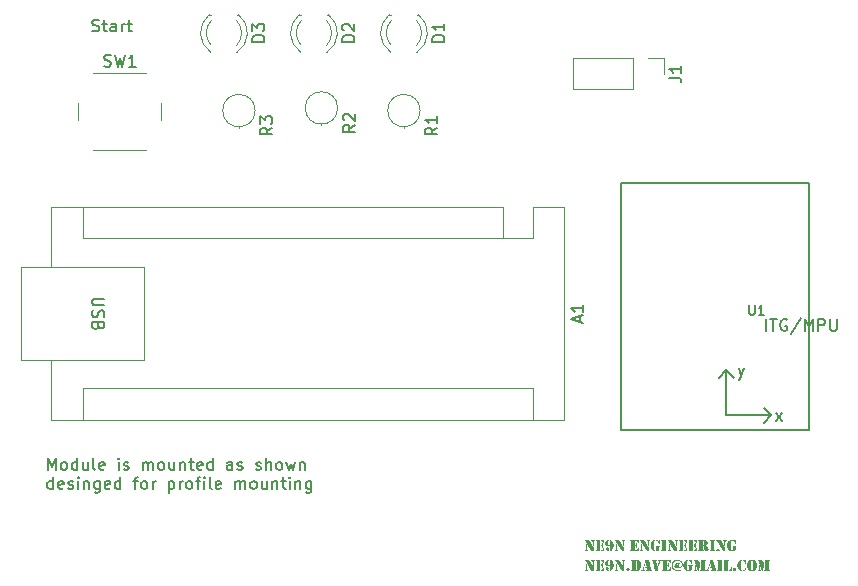
<source format=gbr>
%TF.GenerationSoftware,KiCad,Pcbnew,7.0.6*%
%TF.CreationDate,2024-03-12T08:30:33-05:00*%
%TF.ProjectId,test,74657374-2e6b-4696-9361-645f70636258,rev?*%
%TF.SameCoordinates,Original*%
%TF.FileFunction,Legend,Top*%
%TF.FilePolarity,Positive*%
%FSLAX46Y46*%
G04 Gerber Fmt 4.6, Leading zero omitted, Abs format (unit mm)*
G04 Created by KiCad (PCBNEW 7.0.6) date 2024-03-12 08:30:33*
%MOMM*%
%LPD*%
G01*
G04 APERTURE LIST*
%ADD10C,0.150000*%
%ADD11C,0.120000*%
%ADD12C,0.127000*%
G04 APERTURE END LIST*
D10*
X119034160Y-72847200D02*
X119177017Y-72894819D01*
X119177017Y-72894819D02*
X119415112Y-72894819D01*
X119415112Y-72894819D02*
X119510350Y-72847200D01*
X119510350Y-72847200D02*
X119557969Y-72799580D01*
X119557969Y-72799580D02*
X119605588Y-72704342D01*
X119605588Y-72704342D02*
X119605588Y-72609104D01*
X119605588Y-72609104D02*
X119557969Y-72513866D01*
X119557969Y-72513866D02*
X119510350Y-72466247D01*
X119510350Y-72466247D02*
X119415112Y-72418628D01*
X119415112Y-72418628D02*
X119224636Y-72371009D01*
X119224636Y-72371009D02*
X119129398Y-72323390D01*
X119129398Y-72323390D02*
X119081779Y-72275771D01*
X119081779Y-72275771D02*
X119034160Y-72180533D01*
X119034160Y-72180533D02*
X119034160Y-72085295D01*
X119034160Y-72085295D02*
X119081779Y-71990057D01*
X119081779Y-71990057D02*
X119129398Y-71942438D01*
X119129398Y-71942438D02*
X119224636Y-71894819D01*
X119224636Y-71894819D02*
X119462731Y-71894819D01*
X119462731Y-71894819D02*
X119605588Y-71942438D01*
X119891303Y-72228152D02*
X120272255Y-72228152D01*
X120034160Y-71894819D02*
X120034160Y-72751961D01*
X120034160Y-72751961D02*
X120081779Y-72847200D01*
X120081779Y-72847200D02*
X120177017Y-72894819D01*
X120177017Y-72894819D02*
X120272255Y-72894819D01*
X121034160Y-72894819D02*
X121034160Y-72371009D01*
X121034160Y-72371009D02*
X120986541Y-72275771D01*
X120986541Y-72275771D02*
X120891303Y-72228152D01*
X120891303Y-72228152D02*
X120700827Y-72228152D01*
X120700827Y-72228152D02*
X120605589Y-72275771D01*
X121034160Y-72847200D02*
X120938922Y-72894819D01*
X120938922Y-72894819D02*
X120700827Y-72894819D01*
X120700827Y-72894819D02*
X120605589Y-72847200D01*
X120605589Y-72847200D02*
X120557970Y-72751961D01*
X120557970Y-72751961D02*
X120557970Y-72656723D01*
X120557970Y-72656723D02*
X120605589Y-72561485D01*
X120605589Y-72561485D02*
X120700827Y-72513866D01*
X120700827Y-72513866D02*
X120938922Y-72513866D01*
X120938922Y-72513866D02*
X121034160Y-72466247D01*
X121510351Y-72894819D02*
X121510351Y-72228152D01*
X121510351Y-72418628D02*
X121557970Y-72323390D01*
X121557970Y-72323390D02*
X121605589Y-72275771D01*
X121605589Y-72275771D02*
X121700827Y-72228152D01*
X121700827Y-72228152D02*
X121796065Y-72228152D01*
X121986542Y-72228152D02*
X122367494Y-72228152D01*
X122129399Y-71894819D02*
X122129399Y-72751961D01*
X122129399Y-72751961D02*
X122177018Y-72847200D01*
X122177018Y-72847200D02*
X122272256Y-72894819D01*
X122272256Y-72894819D02*
X122367494Y-72894819D01*
G36*
X161100254Y-115957107D02*
G01*
X161465642Y-116594825D01*
X161465642Y-116895000D01*
X161278063Y-116895000D01*
X160811559Y-116091196D01*
X160806078Y-116081954D01*
X160800183Y-116072583D01*
X160794103Y-116063733D01*
X160787491Y-116055461D01*
X160786891Y-116054804D01*
X160778957Y-116047752D01*
X160770296Y-116042735D01*
X160762222Y-116039661D01*
X160736088Y-116029891D01*
X160727330Y-116025505D01*
X160719880Y-116018223D01*
X160719480Y-116017679D01*
X160715097Y-116008778D01*
X160713397Y-115999018D01*
X160713374Y-115997651D01*
X160714542Y-115987767D01*
X160718049Y-115978631D01*
X160719480Y-115976158D01*
X160725784Y-115968518D01*
X160734199Y-115962822D01*
X160736088Y-115961992D01*
X160745832Y-115959630D01*
X160755827Y-115958486D01*
X160766294Y-115957794D01*
X160776068Y-115957412D01*
X160787085Y-115957183D01*
X160799347Y-115957107D01*
X161100254Y-115957107D01*
G37*
G36*
X160812292Y-116204525D02*
G01*
X160885076Y-116324448D01*
X160885076Y-116689347D01*
X160885328Y-116700991D01*
X160886084Y-116712107D01*
X160887343Y-116722698D01*
X160889106Y-116732761D01*
X160891373Y-116742298D01*
X160894915Y-116753479D01*
X160899244Y-116763836D01*
X160901196Y-116767749D01*
X160906699Y-116777027D01*
X160913132Y-116785781D01*
X160920495Y-116794010D01*
X160928788Y-116801714D01*
X160938012Y-116808893D01*
X160948165Y-116815548D01*
X160952487Y-116818063D01*
X160973004Y-116829542D01*
X160981623Y-116836124D01*
X160987421Y-116844329D01*
X160990398Y-116854156D01*
X160990833Y-116860317D01*
X160989304Y-116870429D01*
X160984715Y-116879271D01*
X160977889Y-116886207D01*
X160968729Y-116890844D01*
X160958105Y-116893317D01*
X160948213Y-116894450D01*
X160936673Y-116894965D01*
X160932459Y-116895000D01*
X160773946Y-116895000D01*
X160762772Y-116894688D01*
X160752697Y-116893754D01*
X160740973Y-116891541D01*
X160731203Y-116888221D01*
X160721739Y-116882514D01*
X160715327Y-116875078D01*
X160711664Y-116863873D01*
X160711420Y-116859584D01*
X160712635Y-116849880D01*
X160717379Y-116840737D01*
X160717770Y-116840289D01*
X160725667Y-116833529D01*
X160734110Y-116827905D01*
X160743659Y-116822257D01*
X160746346Y-116820750D01*
X160758132Y-116813452D01*
X160768758Y-116805116D01*
X160778224Y-116795741D01*
X160786532Y-116785327D01*
X160793680Y-116773874D01*
X160799669Y-116761381D01*
X160804499Y-116747850D01*
X160807075Y-116738252D01*
X160809136Y-116728193D01*
X160810682Y-116717671D01*
X160811712Y-116706688D01*
X160812227Y-116695243D01*
X160812292Y-116689347D01*
X160812292Y-116204525D01*
G37*
G36*
X161465642Y-116485893D02*
G01*
X161392857Y-116363771D01*
X161392857Y-116174239D01*
X161392709Y-116163401D01*
X161392265Y-116153053D01*
X161391524Y-116143194D01*
X161390076Y-116130810D01*
X161388101Y-116119296D01*
X161385599Y-116108652D01*
X161382571Y-116098879D01*
X161378045Y-116087886D01*
X161376004Y-116083869D01*
X161370106Y-116074238D01*
X161362943Y-116065036D01*
X161354516Y-116056263D01*
X161346865Y-116049554D01*
X161338404Y-116043120D01*
X161329134Y-116036960D01*
X161319055Y-116031075D01*
X161316409Y-116029647D01*
X161307541Y-116024662D01*
X161299740Y-116018473D01*
X161296381Y-116014504D01*
X161292351Y-116005284D01*
X161291029Y-115995313D01*
X161291008Y-115993743D01*
X161291955Y-115983839D01*
X161295683Y-115973937D01*
X161302239Y-115966459D01*
X161302976Y-115965900D01*
X161312039Y-115961263D01*
X161322644Y-115958558D01*
X161332495Y-115957416D01*
X161342055Y-115957107D01*
X161513757Y-115957107D01*
X161524088Y-115957381D01*
X161534941Y-115958435D01*
X161545476Y-115960662D01*
X161554712Y-115964524D01*
X161559675Y-115968342D01*
X161566350Y-115976586D01*
X161570254Y-115985868D01*
X161571399Y-115995209D01*
X161570471Y-116005204D01*
X161566704Y-116014896D01*
X161564804Y-116017435D01*
X161556581Y-116024275D01*
X161547299Y-116030050D01*
X161538049Y-116035129D01*
X161533541Y-116037463D01*
X161524722Y-116042546D01*
X161516459Y-116048271D01*
X161508754Y-116054636D01*
X161501606Y-116061643D01*
X161495016Y-116069291D01*
X161488982Y-116077580D01*
X161483506Y-116086510D01*
X161478586Y-116096081D01*
X161474857Y-116105588D01*
X161471760Y-116116098D01*
X161469295Y-116127609D01*
X161467778Y-116137539D01*
X161466665Y-116148110D01*
X161465958Y-116159322D01*
X161465654Y-116171175D01*
X161465642Y-116174239D01*
X161465642Y-116485893D01*
G37*
G36*
X162026179Y-115957107D02*
G01*
X162026179Y-116895000D01*
X161720631Y-116895000D01*
X161702801Y-116895000D01*
X161692546Y-116894567D01*
X161682143Y-116893014D01*
X161672118Y-116889916D01*
X161664699Y-116885963D01*
X161657051Y-116878658D01*
X161652578Y-116869507D01*
X161651266Y-116859584D01*
X161652236Y-116849813D01*
X161655821Y-116840105D01*
X161662047Y-116832221D01*
X161670915Y-116826161D01*
X161678866Y-116822948D01*
X161688925Y-116819528D01*
X161698194Y-116816285D01*
X161705000Y-116813667D01*
X161712283Y-116806957D01*
X161713060Y-116805851D01*
X161717787Y-116796794D01*
X161720196Y-116787151D01*
X161721234Y-116776893D01*
X161721364Y-116771168D01*
X161721364Y-116085334D01*
X161720966Y-116075185D01*
X161719539Y-116065159D01*
X161716295Y-116054989D01*
X161713060Y-116049431D01*
X161706474Y-116042175D01*
X161705000Y-116041371D01*
X161695799Y-116037831D01*
X161685428Y-116034139D01*
X161678866Y-116031845D01*
X161669486Y-116027678D01*
X161660996Y-116021080D01*
X161655147Y-116012611D01*
X161651940Y-116002273D01*
X161651266Y-115993743D01*
X161652578Y-115983540D01*
X161657051Y-115974134D01*
X161664699Y-115966632D01*
X161674192Y-115961609D01*
X161684612Y-115958679D01*
X161695367Y-115957340D01*
X161702801Y-115957107D01*
X161720631Y-115957107D01*
X162026179Y-115957107D01*
G37*
G36*
X162087484Y-115957107D02*
G01*
X162364211Y-115957107D01*
X162364211Y-116206723D01*
X162363230Y-116217074D01*
X162359540Y-116226553D01*
X162355907Y-116230903D01*
X162346937Y-116236079D01*
X162337201Y-116238112D01*
X162329773Y-116238475D01*
X162319698Y-116237616D01*
X162310195Y-116234128D01*
X162307791Y-116232369D01*
X162301540Y-116223854D01*
X162297162Y-116214062D01*
X162294846Y-116207456D01*
X162291484Y-116197862D01*
X162287931Y-116188558D01*
X162282244Y-116175145D01*
X162276127Y-116162385D01*
X162269581Y-116150278D01*
X162262606Y-116138824D01*
X162255201Y-116128022D01*
X162247367Y-116117872D01*
X162239104Y-116108375D01*
X162230412Y-116099531D01*
X162221290Y-116091339D01*
X162218154Y-116088754D01*
X162208456Y-116081350D01*
X162198230Y-116074526D01*
X162187476Y-116068281D01*
X162176194Y-116062616D01*
X162164383Y-116057531D01*
X162152045Y-116053025D01*
X162139179Y-116049099D01*
X162125784Y-116045752D01*
X162111862Y-116042985D01*
X162097411Y-116040797D01*
X162087484Y-116039661D01*
X162087484Y-115957107D01*
G37*
G36*
X162084064Y-116461224D02*
G01*
X162084064Y-116382334D01*
X162093693Y-116377090D01*
X162102673Y-116371740D01*
X162111004Y-116366282D01*
X162120505Y-116359311D01*
X162128993Y-116352172D01*
X162136467Y-116344866D01*
X162142927Y-116337393D01*
X162148706Y-116329367D01*
X162153985Y-116320554D01*
X162158762Y-116310953D01*
X162163039Y-116300566D01*
X162166815Y-116289391D01*
X162169475Y-116279885D01*
X162171259Y-116272424D01*
X162173394Y-116262501D01*
X162176189Y-116252465D01*
X162179784Y-116243027D01*
X162184879Y-116234278D01*
X162185425Y-116233590D01*
X162193268Y-116227041D01*
X162203240Y-116223515D01*
X162211071Y-116222843D01*
X162221191Y-116224141D01*
X162230497Y-116228702D01*
X162237601Y-116236548D01*
X162241113Y-116243604D01*
X162243894Y-116254225D01*
X162245062Y-116264349D01*
X162245692Y-116275111D01*
X162245954Y-116285549D01*
X162245997Y-116292452D01*
X162245997Y-116551594D01*
X162245819Y-116562054D01*
X162245132Y-116573205D01*
X162243679Y-116584283D01*
X162241160Y-116594397D01*
X162238670Y-116600198D01*
X162232357Y-116607846D01*
X162223159Y-116612320D01*
X162212292Y-116613632D01*
X162202324Y-116612477D01*
X162193228Y-116608585D01*
X162187623Y-116603862D01*
X162181954Y-116595419D01*
X162177873Y-116586193D01*
X162174667Y-116576240D01*
X162173213Y-116570645D01*
X162170126Y-116558792D01*
X162166725Y-116547656D01*
X162163012Y-116537237D01*
X162158986Y-116527536D01*
X162154647Y-116518553D01*
X162148783Y-116508332D01*
X162142430Y-116499233D01*
X162139752Y-116495907D01*
X162132725Y-116488169D01*
X162125078Y-116481290D01*
X162116811Y-116475270D01*
X162107924Y-116470109D01*
X162098417Y-116465806D01*
X162088289Y-116462361D01*
X162084064Y-116461224D01*
G37*
G36*
X162087972Y-116895000D02*
G01*
X162087972Y-116819773D01*
X162098902Y-116817975D01*
X162109344Y-116816002D01*
X162119296Y-116813854D01*
X162131051Y-116810921D01*
X162142042Y-116807714D01*
X162152269Y-116804233D01*
X162161734Y-116800478D01*
X162170899Y-116796193D01*
X162180076Y-116791275D01*
X162189265Y-116785726D01*
X162198465Y-116779545D01*
X162207678Y-116772732D01*
X162216903Y-116765287D01*
X162220596Y-116762131D01*
X162229533Y-116754005D01*
X162237874Y-116745807D01*
X162245619Y-116737538D01*
X162252768Y-116729197D01*
X162259320Y-116720784D01*
X162265275Y-116712300D01*
X162267491Y-116708886D01*
X162272945Y-116699903D01*
X162278315Y-116690048D01*
X162283602Y-116679323D01*
X162287771Y-116670116D01*
X162291887Y-116660352D01*
X162295949Y-116650031D01*
X162299958Y-116639153D01*
X162300952Y-116636346D01*
X162304768Y-116626027D01*
X162309135Y-116616607D01*
X162314576Y-116608243D01*
X162316584Y-116606060D01*
X162325019Y-116600550D01*
X162334944Y-116598197D01*
X162339298Y-116598000D01*
X162349224Y-116598908D01*
X162358838Y-116602484D01*
X162366165Y-116609480D01*
X162370476Y-116619392D01*
X162372487Y-116629139D01*
X162373470Y-116639420D01*
X162373736Y-116649535D01*
X162373736Y-116895000D01*
X162087972Y-116895000D01*
G37*
G36*
X162819724Y-116906967D02*
G01*
X162819724Y-116837847D01*
X162830043Y-116834397D01*
X162840047Y-116830443D01*
X162849168Y-116825958D01*
X162852941Y-116823681D01*
X162861104Y-116817040D01*
X162867802Y-116809264D01*
X162872725Y-116801699D01*
X162877650Y-116792637D01*
X162881741Y-116783314D01*
X162884996Y-116773728D01*
X162887417Y-116763879D01*
X162889003Y-116753768D01*
X162889755Y-116743395D01*
X162889822Y-116739173D01*
X162889822Y-116107316D01*
X162889744Y-116095796D01*
X162889512Y-116085598D01*
X162889047Y-116075371D01*
X162888139Y-116064868D01*
X162887623Y-116061154D01*
X162885368Y-116051411D01*
X162881142Y-116042019D01*
X162878098Y-116037463D01*
X162870293Y-116029703D01*
X162861978Y-116024335D01*
X162851700Y-116019551D01*
X162841327Y-116015916D01*
X162835600Y-116014260D01*
X162835600Y-115945383D01*
X162847891Y-115946887D01*
X162860037Y-115948832D01*
X162872037Y-115951220D01*
X162883891Y-115954050D01*
X162895599Y-115957322D01*
X162907161Y-115961037D01*
X162918577Y-115965193D01*
X162929847Y-115969792D01*
X162940971Y-115974833D01*
X162951949Y-115980317D01*
X162959187Y-115984218D01*
X162969887Y-115990419D01*
X162980373Y-115997023D01*
X162990644Y-116004032D01*
X163000700Y-116011443D01*
X163010542Y-116019259D01*
X163020169Y-116027478D01*
X163029581Y-116036100D01*
X163038779Y-116045126D01*
X163047762Y-116054556D01*
X163056531Y-116064389D01*
X163062257Y-116071168D01*
X163068518Y-116078873D01*
X163074599Y-116086846D01*
X163080501Y-116095085D01*
X163086223Y-116103592D01*
X163091766Y-116112365D01*
X163097130Y-116121406D01*
X163102315Y-116130714D01*
X163107320Y-116140289D01*
X163112146Y-116150131D01*
X163116792Y-116160241D01*
X163121259Y-116170617D01*
X163125546Y-116181261D01*
X163129655Y-116192172D01*
X163133584Y-116203350D01*
X163137333Y-116214795D01*
X163140903Y-116226507D01*
X163144275Y-116238415D01*
X163147429Y-116250446D01*
X163150366Y-116262602D01*
X163153085Y-116274882D01*
X163155586Y-116287286D01*
X163157870Y-116299814D01*
X163159937Y-116312466D01*
X163161786Y-116325242D01*
X163163417Y-116338142D01*
X163164831Y-116351166D01*
X163166028Y-116364314D01*
X163167007Y-116377586D01*
X163167768Y-116390982D01*
X163168312Y-116404503D01*
X163168638Y-116418147D01*
X163168747Y-116431915D01*
X163168615Y-116446595D01*
X163168218Y-116461082D01*
X163167558Y-116475376D01*
X163166633Y-116489476D01*
X163165443Y-116503384D01*
X163163990Y-116517098D01*
X163162272Y-116530619D01*
X163160290Y-116543946D01*
X163158044Y-116557081D01*
X163155533Y-116570022D01*
X163152758Y-116582770D01*
X163149719Y-116595325D01*
X163146415Y-116607687D01*
X163142848Y-116619855D01*
X163139016Y-116631830D01*
X163134919Y-116643613D01*
X163130559Y-116655201D01*
X163125934Y-116666597D01*
X163121045Y-116677800D01*
X163115891Y-116688809D01*
X163110473Y-116699625D01*
X163104792Y-116710248D01*
X163098845Y-116720678D01*
X163092635Y-116730914D01*
X163086160Y-116740957D01*
X163079421Y-116750807D01*
X163072417Y-116760464D01*
X163065150Y-116769928D01*
X163057618Y-116779199D01*
X163049822Y-116788276D01*
X163041761Y-116797160D01*
X163033436Y-116805851D01*
X163024475Y-116814684D01*
X163015359Y-116823139D01*
X163006088Y-116831216D01*
X162996663Y-116838915D01*
X162987083Y-116846237D01*
X162977348Y-116853181D01*
X162967459Y-116859746D01*
X162957416Y-116865935D01*
X162947218Y-116871745D01*
X162936865Y-116877177D01*
X162929877Y-116880589D01*
X162919405Y-116885303D01*
X162908963Y-116889554D01*
X162898551Y-116893340D01*
X162888169Y-116896663D01*
X162877817Y-116899523D01*
X162867495Y-116901918D01*
X162857203Y-116903850D01*
X162846942Y-116905319D01*
X162836710Y-116906323D01*
X162826508Y-116906864D01*
X162819724Y-116906967D01*
G37*
G36*
X162768189Y-116837847D02*
G01*
X162768189Y-116906967D01*
X162755438Y-116906675D01*
X162742649Y-116905800D01*
X162729821Y-116904340D01*
X162716955Y-116902296D01*
X162704050Y-116899669D01*
X162691106Y-116896457D01*
X162678124Y-116892662D01*
X162665103Y-116888283D01*
X162652043Y-116883320D01*
X162638945Y-116877773D01*
X162630191Y-116873750D01*
X162619334Y-116868288D01*
X162608928Y-116862525D01*
X162598972Y-116856461D01*
X162589468Y-116850097D01*
X162580414Y-116843432D01*
X162571811Y-116836467D01*
X162563658Y-116829201D01*
X162555957Y-116821635D01*
X162548706Y-116813768D01*
X162541906Y-116805601D01*
X162537623Y-116799989D01*
X162531687Y-116791407D01*
X162526335Y-116782695D01*
X162521566Y-116773856D01*
X162517382Y-116764887D01*
X162513781Y-116755789D01*
X162509888Y-116743459D01*
X162507034Y-116730899D01*
X162505217Y-116718111D01*
X162504439Y-116705094D01*
X162504406Y-116701803D01*
X162504743Y-116691205D01*
X162505754Y-116680932D01*
X162507440Y-116670986D01*
X162509799Y-116661366D01*
X162512832Y-116652072D01*
X162517925Y-116640188D01*
X162524216Y-116628885D01*
X162529721Y-116620787D01*
X162535900Y-116613016D01*
X162542752Y-116605572D01*
X162550156Y-116598632D01*
X162557894Y-116592374D01*
X162565967Y-116586799D01*
X162577251Y-116580428D01*
X162589131Y-116575270D01*
X162598432Y-116572198D01*
X162608068Y-116569809D01*
X162618038Y-116568102D01*
X162628344Y-116567078D01*
X162638984Y-116566737D01*
X162651509Y-116567264D01*
X162663561Y-116568844D01*
X162675140Y-116571477D01*
X162686245Y-116575163D01*
X162696877Y-116579903D01*
X162707036Y-116585696D01*
X162716722Y-116592543D01*
X162725935Y-116600443D01*
X162734407Y-116609090D01*
X162741749Y-116618181D01*
X162747962Y-116627714D01*
X162753046Y-116637690D01*
X162756999Y-116648108D01*
X162759823Y-116658969D01*
X162761518Y-116670273D01*
X162762083Y-116682020D01*
X162761695Y-116692009D01*
X162760207Y-116703366D01*
X162757602Y-116714037D01*
X162753881Y-116724020D01*
X162749044Y-116733316D01*
X162746207Y-116737707D01*
X162724225Y-116769703D01*
X162719080Y-116778209D01*
X162715753Y-116788113D01*
X162715188Y-116794127D01*
X162716869Y-116804968D01*
X162721185Y-116813890D01*
X162728157Y-116822141D01*
X162736437Y-116828810D01*
X162745825Y-116833286D01*
X162755957Y-116836020D01*
X162766871Y-116837705D01*
X162768189Y-116837847D01*
G37*
G36*
X162835600Y-116391127D02*
G01*
X162835600Y-116469284D01*
X162826247Y-116473514D01*
X162816934Y-116477470D01*
X162807662Y-116481154D01*
X162798429Y-116484565D01*
X162784655Y-116489169D01*
X162770972Y-116493160D01*
X162757378Y-116496537D01*
X162743875Y-116499299D01*
X162730462Y-116501448D01*
X162717139Y-116502983D01*
X162703906Y-116503904D01*
X162690764Y-116504211D01*
X162680074Y-116503955D01*
X162669377Y-116503188D01*
X162658672Y-116501910D01*
X162647960Y-116500120D01*
X162637240Y-116497819D01*
X162626512Y-116495006D01*
X162615777Y-116491682D01*
X162605034Y-116487847D01*
X162594509Y-116483561D01*
X162584304Y-116478886D01*
X162574420Y-116473822D01*
X162564856Y-116468368D01*
X162555613Y-116462526D01*
X162546691Y-116456294D01*
X162538089Y-116449672D01*
X162529808Y-116442662D01*
X162521137Y-116434258D01*
X162512955Y-116425412D01*
X162505261Y-116416123D01*
X162498056Y-116406392D01*
X162491339Y-116396217D01*
X162485111Y-116385601D01*
X162479371Y-116374541D01*
X162474120Y-116363039D01*
X162469483Y-116351212D01*
X162465465Y-116339179D01*
X162462065Y-116326940D01*
X162459282Y-116314495D01*
X162457119Y-116301844D01*
X162455573Y-116288987D01*
X162454820Y-116279209D01*
X162454414Y-116269315D01*
X162454337Y-116262655D01*
X162454648Y-116248368D01*
X162455582Y-116234176D01*
X162457138Y-116220078D01*
X162459317Y-116206074D01*
X162462118Y-116192165D01*
X162465542Y-116178351D01*
X162469589Y-116164631D01*
X162474258Y-116151005D01*
X162479549Y-116137474D01*
X162485463Y-116124037D01*
X162489752Y-116115132D01*
X162494268Y-116106338D01*
X162501380Y-116093602D01*
X162508894Y-116081411D01*
X162516813Y-116069766D01*
X162525135Y-116058665D01*
X162533860Y-116048110D01*
X162542989Y-116038100D01*
X162552522Y-116028636D01*
X162562458Y-116019716D01*
X162572798Y-116011342D01*
X162583541Y-116003513D01*
X162594313Y-115996474D01*
X162605321Y-115989889D01*
X162616562Y-115983758D01*
X162628039Y-115978081D01*
X162639750Y-115972859D01*
X162651696Y-115968090D01*
X162663877Y-115963776D01*
X162676292Y-115959916D01*
X162688942Y-115956510D01*
X162701827Y-115953558D01*
X162714947Y-115951060D01*
X162728301Y-115949016D01*
X162741890Y-115947427D01*
X162755713Y-115946292D01*
X162769771Y-115945610D01*
X162784064Y-115945383D01*
X162784064Y-116014260D01*
X162774513Y-116017216D01*
X162764694Y-116021426D01*
X162756301Y-116026453D01*
X162748455Y-116033200D01*
X162745230Y-116036974D01*
X162739994Y-116045553D01*
X162736254Y-116055903D01*
X162734209Y-116066412D01*
X162733367Y-116076498D01*
X162733262Y-116081915D01*
X162733262Y-116345453D01*
X162733717Y-116356530D01*
X162735082Y-116366679D01*
X162737825Y-116377348D01*
X162741808Y-116386755D01*
X162746207Y-116393813D01*
X162753351Y-116401354D01*
X162761594Y-116406636D01*
X162770936Y-116409658D01*
X162781378Y-116410422D01*
X162792460Y-116408941D01*
X162803510Y-116405817D01*
X162813986Y-116401781D01*
X162823424Y-116397461D01*
X162833506Y-116392269D01*
X162835600Y-116391127D01*
G37*
G36*
X163665781Y-115957107D02*
G01*
X164031168Y-116594825D01*
X164031168Y-116895000D01*
X163843590Y-116895000D01*
X163377086Y-116091196D01*
X163371605Y-116081954D01*
X163365709Y-116072583D01*
X163359630Y-116063733D01*
X163353018Y-116055461D01*
X163352418Y-116054804D01*
X163344483Y-116047752D01*
X163335823Y-116042735D01*
X163327749Y-116039661D01*
X163301615Y-116029891D01*
X163292857Y-116025505D01*
X163285407Y-116018223D01*
X163285006Y-116017679D01*
X163280624Y-116008778D01*
X163278924Y-115999018D01*
X163278900Y-115997651D01*
X163280069Y-115987767D01*
X163283575Y-115978631D01*
X163285006Y-115976158D01*
X163291311Y-115968518D01*
X163299726Y-115962822D01*
X163301615Y-115961992D01*
X163311359Y-115959630D01*
X163321354Y-115958486D01*
X163331821Y-115957794D01*
X163341594Y-115957412D01*
X163352612Y-115957183D01*
X163364874Y-115957107D01*
X163665781Y-115957107D01*
G37*
G36*
X163377819Y-116204525D02*
G01*
X163450603Y-116324448D01*
X163450603Y-116689347D01*
X163450855Y-116700991D01*
X163451611Y-116712107D01*
X163452870Y-116722698D01*
X163454633Y-116732761D01*
X163456900Y-116742298D01*
X163460442Y-116753479D01*
X163464771Y-116763836D01*
X163466723Y-116767749D01*
X163472226Y-116777027D01*
X163478659Y-116785781D01*
X163486022Y-116794010D01*
X163494315Y-116801714D01*
X163503538Y-116808893D01*
X163513692Y-116815548D01*
X163518014Y-116818063D01*
X163538531Y-116829542D01*
X163547149Y-116836124D01*
X163552948Y-116844329D01*
X163555925Y-116854156D01*
X163556360Y-116860317D01*
X163554831Y-116870429D01*
X163550242Y-116879271D01*
X163543415Y-116886207D01*
X163534256Y-116890844D01*
X163523632Y-116893317D01*
X163513740Y-116894450D01*
X163502199Y-116894965D01*
X163497986Y-116895000D01*
X163339473Y-116895000D01*
X163328299Y-116894688D01*
X163318224Y-116893754D01*
X163306500Y-116891541D01*
X163296730Y-116888221D01*
X163287266Y-116882514D01*
X163280854Y-116875078D01*
X163277191Y-116863873D01*
X163276946Y-116859584D01*
X163278162Y-116849880D01*
X163282906Y-116840737D01*
X163283297Y-116840289D01*
X163291194Y-116833529D01*
X163299637Y-116827905D01*
X163309186Y-116822257D01*
X163311873Y-116820750D01*
X163323658Y-116813452D01*
X163334284Y-116805116D01*
X163343751Y-116795741D01*
X163352059Y-116785327D01*
X163359207Y-116773874D01*
X163365196Y-116761381D01*
X163370026Y-116747850D01*
X163372602Y-116738252D01*
X163374663Y-116728193D01*
X163376209Y-116717671D01*
X163377239Y-116706688D01*
X163377754Y-116695243D01*
X163377819Y-116689347D01*
X163377819Y-116204525D01*
G37*
G36*
X164031168Y-116485893D02*
G01*
X163958384Y-116363771D01*
X163958384Y-116174239D01*
X163958236Y-116163401D01*
X163957792Y-116153053D01*
X163957051Y-116143194D01*
X163955603Y-116130810D01*
X163953628Y-116119296D01*
X163951126Y-116108652D01*
X163948098Y-116098879D01*
X163943572Y-116087886D01*
X163941531Y-116083869D01*
X163935633Y-116074238D01*
X163928470Y-116065036D01*
X163920043Y-116056263D01*
X163912391Y-116049554D01*
X163903931Y-116043120D01*
X163894661Y-116036960D01*
X163884582Y-116031075D01*
X163881936Y-116029647D01*
X163873068Y-116024662D01*
X163865266Y-116018473D01*
X163861908Y-116014504D01*
X163857878Y-116005284D01*
X163856556Y-115995313D01*
X163856535Y-115993743D01*
X163857481Y-115983839D01*
X163861210Y-115973937D01*
X163867766Y-115966459D01*
X163868503Y-115965900D01*
X163877566Y-115961263D01*
X163888171Y-115958558D01*
X163898022Y-115957416D01*
X163907581Y-115957107D01*
X164079284Y-115957107D01*
X164089614Y-115957381D01*
X164100468Y-115958435D01*
X164111003Y-115960662D01*
X164120239Y-115964524D01*
X164125202Y-115968342D01*
X164131877Y-115976586D01*
X164135781Y-115985868D01*
X164136926Y-115995209D01*
X164135998Y-116005204D01*
X164132231Y-116014896D01*
X164130331Y-116017435D01*
X164122108Y-116024275D01*
X164112826Y-116030050D01*
X164103576Y-116035129D01*
X164099068Y-116037463D01*
X164090248Y-116042546D01*
X164081986Y-116048271D01*
X164074281Y-116054636D01*
X164067133Y-116061643D01*
X164060542Y-116069291D01*
X164054509Y-116077580D01*
X164049032Y-116086510D01*
X164044113Y-116096081D01*
X164040384Y-116105588D01*
X164037287Y-116116098D01*
X164034822Y-116127609D01*
X164033305Y-116137539D01*
X164032192Y-116148110D01*
X164031484Y-116159322D01*
X164031181Y-116171175D01*
X164031168Y-116174239D01*
X164031168Y-116485893D01*
G37*
G36*
X164941461Y-115957107D02*
G01*
X164941461Y-116895000D01*
X164635914Y-116895000D01*
X164618084Y-116895000D01*
X164607829Y-116894567D01*
X164597426Y-116893014D01*
X164587401Y-116889916D01*
X164579982Y-116885963D01*
X164572334Y-116878658D01*
X164567861Y-116869507D01*
X164566549Y-116859584D01*
X164567519Y-116849813D01*
X164571104Y-116840105D01*
X164577330Y-116832221D01*
X164586197Y-116826161D01*
X164594148Y-116822948D01*
X164604208Y-116819528D01*
X164613477Y-116816285D01*
X164620282Y-116813667D01*
X164627566Y-116806957D01*
X164628342Y-116805851D01*
X164633070Y-116796794D01*
X164635479Y-116787151D01*
X164636517Y-116776893D01*
X164636646Y-116771168D01*
X164636646Y-116085334D01*
X164636249Y-116075185D01*
X164634822Y-116065159D01*
X164631578Y-116054989D01*
X164628342Y-116049431D01*
X164621756Y-116042175D01*
X164620282Y-116041371D01*
X164611082Y-116037831D01*
X164600711Y-116034139D01*
X164594148Y-116031845D01*
X164584769Y-116027678D01*
X164576279Y-116021080D01*
X164570430Y-116012611D01*
X164567223Y-116002273D01*
X164566549Y-115993743D01*
X164567861Y-115983540D01*
X164572334Y-115974134D01*
X164579982Y-115966632D01*
X164589475Y-115961609D01*
X164599895Y-115958679D01*
X164610649Y-115957340D01*
X164618084Y-115957107D01*
X164635914Y-115957107D01*
X164941461Y-115957107D01*
G37*
G36*
X165002766Y-115957107D02*
G01*
X165279494Y-115957107D01*
X165279494Y-116206723D01*
X165278512Y-116217074D01*
X165274822Y-116226553D01*
X165271189Y-116230903D01*
X165262220Y-116236079D01*
X165252484Y-116238112D01*
X165245055Y-116238475D01*
X165234980Y-116237616D01*
X165225478Y-116234128D01*
X165223073Y-116232369D01*
X165216823Y-116223854D01*
X165212444Y-116214062D01*
X165210129Y-116207456D01*
X165206766Y-116197862D01*
X165203213Y-116188558D01*
X165197526Y-116175145D01*
X165191410Y-116162385D01*
X165184864Y-116150278D01*
X165177889Y-116138824D01*
X165170484Y-116128022D01*
X165162650Y-116117872D01*
X165154387Y-116108375D01*
X165145694Y-116099531D01*
X165136572Y-116091339D01*
X165133436Y-116088754D01*
X165123738Y-116081350D01*
X165113512Y-116074526D01*
X165102758Y-116068281D01*
X165091476Y-116062616D01*
X165079666Y-116057531D01*
X165067328Y-116053025D01*
X165054461Y-116049099D01*
X165041067Y-116045752D01*
X165027144Y-116042985D01*
X165012694Y-116040797D01*
X165002766Y-116039661D01*
X165002766Y-115957107D01*
G37*
G36*
X164999347Y-116461224D02*
G01*
X164999347Y-116382334D01*
X165008976Y-116377090D01*
X165017955Y-116371740D01*
X165026286Y-116366282D01*
X165035788Y-116359311D01*
X165044275Y-116352172D01*
X165051749Y-116344866D01*
X165058210Y-116337393D01*
X165063989Y-116329367D01*
X165069267Y-116320554D01*
X165074045Y-116310953D01*
X165078321Y-116300566D01*
X165082097Y-116289391D01*
X165084757Y-116279885D01*
X165086542Y-116272424D01*
X165088677Y-116262501D01*
X165091472Y-116252465D01*
X165095067Y-116243027D01*
X165100162Y-116234278D01*
X165100708Y-116233590D01*
X165108550Y-116227041D01*
X165118522Y-116223515D01*
X165126353Y-116222843D01*
X165136474Y-116224141D01*
X165145780Y-116228702D01*
X165152883Y-116236548D01*
X165156395Y-116243604D01*
X165159176Y-116254225D01*
X165160345Y-116264349D01*
X165160975Y-116275111D01*
X165161237Y-116285549D01*
X165161280Y-116292452D01*
X165161280Y-116551594D01*
X165161101Y-116562054D01*
X165160414Y-116573205D01*
X165158962Y-116584283D01*
X165156443Y-116594397D01*
X165153953Y-116600198D01*
X165147640Y-116607846D01*
X165138441Y-116612320D01*
X165127575Y-116613632D01*
X165117607Y-116612477D01*
X165108511Y-116608585D01*
X165102906Y-116603862D01*
X165097236Y-116595419D01*
X165093155Y-116586193D01*
X165089950Y-116576240D01*
X165088496Y-116570645D01*
X165085408Y-116558792D01*
X165082008Y-116547656D01*
X165078295Y-116537237D01*
X165074269Y-116527536D01*
X165069929Y-116518553D01*
X165064065Y-116508332D01*
X165057712Y-116499233D01*
X165055034Y-116495907D01*
X165048008Y-116488169D01*
X165040361Y-116481290D01*
X165032094Y-116475270D01*
X165023206Y-116470109D01*
X165013699Y-116465806D01*
X165003572Y-116462361D01*
X164999347Y-116461224D01*
G37*
G36*
X165003255Y-116895000D02*
G01*
X165003255Y-116819773D01*
X165014185Y-116817975D01*
X165024626Y-116816002D01*
X165034579Y-116813854D01*
X165046333Y-116810921D01*
X165057324Y-116807714D01*
X165067552Y-116804233D01*
X165077016Y-116800478D01*
X165086181Y-116796193D01*
X165095358Y-116791275D01*
X165104547Y-116785726D01*
X165113748Y-116779545D01*
X165122961Y-116772732D01*
X165132186Y-116765287D01*
X165135879Y-116762131D01*
X165144816Y-116754005D01*
X165153157Y-116745807D01*
X165160902Y-116737538D01*
X165168050Y-116729197D01*
X165174602Y-116720784D01*
X165180558Y-116712300D01*
X165182773Y-116708886D01*
X165188227Y-116699903D01*
X165193597Y-116690048D01*
X165198884Y-116679323D01*
X165203053Y-116670116D01*
X165207169Y-116660352D01*
X165211232Y-116650031D01*
X165215241Y-116639153D01*
X165216235Y-116636346D01*
X165220051Y-116626027D01*
X165224417Y-116616607D01*
X165229859Y-116608243D01*
X165231866Y-116606060D01*
X165240301Y-116600550D01*
X165250227Y-116598197D01*
X165254581Y-116598000D01*
X165264507Y-116598908D01*
X165274120Y-116602484D01*
X165281448Y-116609480D01*
X165285758Y-116619392D01*
X165287769Y-116629139D01*
X165288753Y-116639420D01*
X165289019Y-116649535D01*
X165289019Y-116895000D01*
X165003255Y-116895000D01*
G37*
G36*
X165777016Y-115957107D02*
G01*
X166142404Y-116594825D01*
X166142404Y-116895000D01*
X165954825Y-116895000D01*
X165488321Y-116091196D01*
X165482840Y-116081954D01*
X165476945Y-116072583D01*
X165470865Y-116063733D01*
X165464254Y-116055461D01*
X165463653Y-116054804D01*
X165455719Y-116047752D01*
X165447058Y-116042735D01*
X165438984Y-116039661D01*
X165412850Y-116029891D01*
X165404092Y-116025505D01*
X165396642Y-116018223D01*
X165396242Y-116017679D01*
X165391859Y-116008778D01*
X165390159Y-115999018D01*
X165390136Y-115997651D01*
X165391304Y-115987767D01*
X165394811Y-115978631D01*
X165396242Y-115976158D01*
X165402546Y-115968518D01*
X165410961Y-115962822D01*
X165412850Y-115961992D01*
X165422594Y-115959630D01*
X165432589Y-115958486D01*
X165443056Y-115957794D01*
X165452830Y-115957412D01*
X165463847Y-115957183D01*
X165476109Y-115957107D01*
X165777016Y-115957107D01*
G37*
G36*
X165489054Y-116204525D02*
G01*
X165561838Y-116324448D01*
X165561838Y-116689347D01*
X165562090Y-116700991D01*
X165562846Y-116712107D01*
X165564105Y-116722698D01*
X165565868Y-116732761D01*
X165568135Y-116742298D01*
X165571677Y-116753479D01*
X165576006Y-116763836D01*
X165577958Y-116767749D01*
X165583461Y-116777027D01*
X165589894Y-116785781D01*
X165597257Y-116794010D01*
X165605550Y-116801714D01*
X165614774Y-116808893D01*
X165624927Y-116815548D01*
X165629249Y-116818063D01*
X165649766Y-116829542D01*
X165658385Y-116836124D01*
X165664183Y-116844329D01*
X165667160Y-116854156D01*
X165667595Y-116860317D01*
X165666066Y-116870429D01*
X165661477Y-116879271D01*
X165654651Y-116886207D01*
X165645491Y-116890844D01*
X165634867Y-116893317D01*
X165624975Y-116894450D01*
X165613435Y-116894965D01*
X165609221Y-116895000D01*
X165450708Y-116895000D01*
X165439534Y-116894688D01*
X165429459Y-116893754D01*
X165417735Y-116891541D01*
X165407965Y-116888221D01*
X165398501Y-116882514D01*
X165392090Y-116875078D01*
X165388426Y-116863873D01*
X165388182Y-116859584D01*
X165389397Y-116849880D01*
X165394141Y-116840737D01*
X165394532Y-116840289D01*
X165402430Y-116833529D01*
X165410872Y-116827905D01*
X165420421Y-116822257D01*
X165423108Y-116820750D01*
X165434894Y-116813452D01*
X165445520Y-116805116D01*
X165454986Y-116795741D01*
X165463294Y-116785327D01*
X165470442Y-116773874D01*
X165476432Y-116761381D01*
X165481262Y-116747850D01*
X165483838Y-116738252D01*
X165485898Y-116728193D01*
X165487444Y-116717671D01*
X165488474Y-116706688D01*
X165488990Y-116695243D01*
X165489054Y-116689347D01*
X165489054Y-116204525D01*
G37*
G36*
X166142404Y-116485893D02*
G01*
X166069619Y-116363771D01*
X166069619Y-116174239D01*
X166069471Y-116163401D01*
X166069027Y-116153053D01*
X166068286Y-116143194D01*
X166066838Y-116130810D01*
X166064863Y-116119296D01*
X166062361Y-116108652D01*
X166059333Y-116098879D01*
X166054807Y-116087886D01*
X166052766Y-116083869D01*
X166046868Y-116074238D01*
X166039705Y-116065036D01*
X166031278Y-116056263D01*
X166023627Y-116049554D01*
X166015166Y-116043120D01*
X166005896Y-116036960D01*
X165995817Y-116031075D01*
X165993171Y-116029647D01*
X165984303Y-116024662D01*
X165976502Y-116018473D01*
X165973143Y-116014504D01*
X165969113Y-116005284D01*
X165967791Y-115995313D01*
X165967770Y-115993743D01*
X165968717Y-115983839D01*
X165972445Y-115973937D01*
X165979002Y-115966459D01*
X165979738Y-115965900D01*
X165988802Y-115961263D01*
X165999406Y-115958558D01*
X166009257Y-115957416D01*
X166018817Y-115957107D01*
X166190519Y-115957107D01*
X166200850Y-115957381D01*
X166211703Y-115958435D01*
X166222239Y-115960662D01*
X166231474Y-115964524D01*
X166236437Y-115968342D01*
X166243112Y-115976586D01*
X166247016Y-115985868D01*
X166248161Y-115995209D01*
X166247233Y-116005204D01*
X166243466Y-116014896D01*
X166241566Y-116017435D01*
X166233343Y-116024275D01*
X166224061Y-116030050D01*
X166214811Y-116035129D01*
X166210303Y-116037463D01*
X166201484Y-116042546D01*
X166193221Y-116048271D01*
X166185516Y-116054636D01*
X166178368Y-116061643D01*
X166171778Y-116069291D01*
X166165744Y-116077580D01*
X166160268Y-116086510D01*
X166155348Y-116096081D01*
X166151619Y-116105588D01*
X166148522Y-116116098D01*
X166146057Y-116127609D01*
X166144540Y-116137539D01*
X166143428Y-116148110D01*
X166142720Y-116159322D01*
X166142416Y-116171175D01*
X166142404Y-116174239D01*
X166142404Y-116485893D01*
G37*
G36*
X166685844Y-115938545D02*
G01*
X166685844Y-116016214D01*
X166675019Y-116019613D01*
X166665259Y-116024222D01*
X166656563Y-116030043D01*
X166648933Y-116037074D01*
X166642367Y-116045315D01*
X166636866Y-116054768D01*
X166632429Y-116065431D01*
X166629057Y-116077305D01*
X166626750Y-116090390D01*
X166625508Y-116104685D01*
X166625272Y-116114888D01*
X166625272Y-116751873D01*
X166625522Y-116762981D01*
X166626273Y-116773254D01*
X166627836Y-116784480D01*
X166630120Y-116794503D01*
X166633697Y-116804678D01*
X166635530Y-116808538D01*
X166642178Y-116817356D01*
X166650715Y-116824546D01*
X166660214Y-116830336D01*
X166669862Y-116834927D01*
X166673387Y-116836381D01*
X166673387Y-116914050D01*
X166662626Y-116913837D01*
X166652322Y-116913196D01*
X166642476Y-116912127D01*
X166633087Y-116910631D01*
X166623287Y-116908494D01*
X166613460Y-116905923D01*
X166602464Y-116902697D01*
X166592108Y-116899411D01*
X166584727Y-116896953D01*
X166571338Y-116892055D01*
X166558189Y-116886701D01*
X166545280Y-116880892D01*
X166532612Y-116874628D01*
X166520184Y-116867909D01*
X166507997Y-116860735D01*
X166496050Y-116853106D01*
X166484344Y-116845021D01*
X166472877Y-116836482D01*
X166461652Y-116827487D01*
X166454302Y-116821238D01*
X166443537Y-116811537D01*
X166433133Y-116801483D01*
X166423089Y-116791078D01*
X166413406Y-116780320D01*
X166404084Y-116769210D01*
X166395122Y-116757748D01*
X166386521Y-116745935D01*
X166380988Y-116737863D01*
X166375614Y-116729635D01*
X166370401Y-116721251D01*
X166365349Y-116712710D01*
X166360456Y-116704013D01*
X166358070Y-116699605D01*
X166351001Y-116685616D01*
X166344389Y-116671307D01*
X166338232Y-116656680D01*
X166332531Y-116641735D01*
X166327287Y-116626471D01*
X166322498Y-116610888D01*
X166318166Y-116594986D01*
X166314289Y-116578766D01*
X166310869Y-116562227D01*
X166307905Y-116545370D01*
X166305397Y-116528193D01*
X166303344Y-116510699D01*
X166301748Y-116492885D01*
X166300608Y-116474753D01*
X166299924Y-116456302D01*
X166299696Y-116437533D01*
X166299900Y-116419374D01*
X166300513Y-116401472D01*
X166301533Y-116383829D01*
X166302963Y-116366443D01*
X166304800Y-116349314D01*
X166307046Y-116332443D01*
X166309700Y-116315830D01*
X166312763Y-116299474D01*
X166316234Y-116283376D01*
X166320113Y-116267536D01*
X166324401Y-116251953D01*
X166329097Y-116236628D01*
X166334201Y-116221560D01*
X166339714Y-116206750D01*
X166345635Y-116192197D01*
X166351964Y-116177903D01*
X166358674Y-116163898D01*
X166365737Y-116150276D01*
X166373153Y-116137039D01*
X166380922Y-116124184D01*
X166389044Y-116111714D01*
X166397519Y-116099626D01*
X166406347Y-116087923D01*
X166415528Y-116076603D01*
X166425062Y-116065666D01*
X166434949Y-116055113D01*
X166445189Y-116044944D01*
X166455782Y-116035158D01*
X166466728Y-116025755D01*
X166478028Y-116016737D01*
X166489680Y-116008101D01*
X166501685Y-115999849D01*
X166512334Y-115992938D01*
X166523126Y-115986400D01*
X166534059Y-115980235D01*
X166545133Y-115974444D01*
X166556350Y-115969027D01*
X166567708Y-115963983D01*
X166579207Y-115959313D01*
X166590849Y-115955016D01*
X166602632Y-115951092D01*
X166614556Y-115947542D01*
X166622585Y-115945383D01*
X166632995Y-115943059D01*
X166644075Y-115941216D01*
X166653819Y-115940047D01*
X166664029Y-115939212D01*
X166674704Y-115938711D01*
X166685844Y-115938545D01*
G37*
G36*
X166742264Y-116014993D02*
G01*
X166742264Y-115939277D01*
X166756091Y-115941028D01*
X166769608Y-115942983D01*
X166782813Y-115945142D01*
X166795707Y-115947505D01*
X166808291Y-115950073D01*
X166820563Y-115952844D01*
X166832524Y-115955820D01*
X166844174Y-115959000D01*
X166855513Y-115962384D01*
X166866542Y-115965972D01*
X166877259Y-115969765D01*
X166887665Y-115973761D01*
X166897760Y-115977962D01*
X166907544Y-115982367D01*
X166917017Y-115986976D01*
X166926179Y-115991789D01*
X166935020Y-115996548D01*
X166944007Y-116000555D01*
X166953567Y-116003417D01*
X166959152Y-116004002D01*
X166968860Y-116002475D01*
X166976004Y-115997896D01*
X166982084Y-115989904D01*
X166988007Y-115980989D01*
X166993431Y-115972420D01*
X166998593Y-115964045D01*
X166999696Y-115962236D01*
X167005438Y-115954147D01*
X167012715Y-115947335D01*
X167021815Y-115942773D01*
X167030715Y-115941475D01*
X167040542Y-115942287D01*
X167050140Y-115945483D01*
X167057581Y-115951734D01*
X167062493Y-115961133D01*
X167064689Y-115970662D01*
X167065571Y-115980917D01*
X167065642Y-115985195D01*
X167065642Y-116257526D01*
X167065304Y-116268089D01*
X167063807Y-116280557D01*
X167061110Y-116291177D01*
X167056055Y-116301856D01*
X167049127Y-116309648D01*
X167040327Y-116314554D01*
X167029655Y-116316575D01*
X167027295Y-116316632D01*
X167017234Y-116315782D01*
X167007913Y-116312844D01*
X166999918Y-116307187D01*
X166998719Y-116305886D01*
X166993014Y-116297166D01*
X166988587Y-116287304D01*
X166984813Y-116276572D01*
X166981653Y-116265810D01*
X166981133Y-116263876D01*
X166978309Y-116253660D01*
X166974966Y-116243039D01*
X166971104Y-116232014D01*
X166966723Y-116220584D01*
X166961823Y-116208750D01*
X166957807Y-116199608D01*
X166953500Y-116190240D01*
X166948900Y-116180643D01*
X166944009Y-116170819D01*
X166939034Y-116161036D01*
X166934094Y-116151651D01*
X166929188Y-116142666D01*
X166924316Y-116134080D01*
X166917875Y-116123253D01*
X166911494Y-116113136D01*
X166905174Y-116103729D01*
X166898915Y-116095032D01*
X166892718Y-116087044D01*
X166885531Y-116078427D01*
X166878139Y-116070405D01*
X166870541Y-116062979D01*
X166862737Y-116056147D01*
X166854726Y-116049912D01*
X166846510Y-116044271D01*
X166838087Y-116039226D01*
X166829459Y-116034776D01*
X166820456Y-116030781D01*
X166810911Y-116027220D01*
X166800825Y-116024094D01*
X166790197Y-116021404D01*
X166779026Y-116019148D01*
X166767314Y-116017328D01*
X166755060Y-116015943D01*
X166742264Y-116014993D01*
G37*
G36*
X167052697Y-116781671D02*
G01*
X167045514Y-116788525D01*
X167037767Y-116795409D01*
X167029455Y-116802325D01*
X167020579Y-116809270D01*
X167011137Y-116816246D01*
X167001131Y-116823253D01*
X166990560Y-116830290D01*
X166982261Y-116835588D01*
X166979424Y-116837358D01*
X166970905Y-116842565D01*
X166962477Y-116847562D01*
X166951379Y-116853897D01*
X166940441Y-116859858D01*
X166929664Y-116865445D01*
X166919047Y-116870658D01*
X166908590Y-116875497D01*
X166898294Y-116879962D01*
X166893206Y-116882055D01*
X166883803Y-116885512D01*
X166874155Y-116888802D01*
X166864263Y-116891924D01*
X166854127Y-116894877D01*
X166843747Y-116897663D01*
X166833122Y-116900281D01*
X166822254Y-116902731D01*
X166811140Y-116905013D01*
X166800069Y-116907132D01*
X166789327Y-116908967D01*
X166778912Y-116910520D01*
X166768825Y-116911791D01*
X166759067Y-116912780D01*
X166747331Y-116913618D01*
X166736107Y-116914015D01*
X166731762Y-116914050D01*
X166731762Y-116836381D01*
X166742216Y-116833479D01*
X166751928Y-116829892D01*
X166760939Y-116825083D01*
X166761559Y-116824658D01*
X166769171Y-116818174D01*
X166775736Y-116809836D01*
X166778412Y-116805362D01*
X166782980Y-116795505D01*
X166786003Y-116786163D01*
X166788201Y-116775996D01*
X166789575Y-116765005D01*
X166790090Y-116755216D01*
X166790136Y-116751140D01*
X166790136Y-116554769D01*
X166789645Y-116543942D01*
X166787882Y-116533313D01*
X166784365Y-116523582D01*
X166779877Y-116516912D01*
X166772855Y-116509730D01*
X166770108Y-116508363D01*
X166759972Y-116505554D01*
X166749440Y-116503008D01*
X166738845Y-116500547D01*
X166729346Y-116497498D01*
X166720072Y-116492437D01*
X166712183Y-116484602D01*
X166707450Y-116474686D01*
X166705904Y-116464531D01*
X166705872Y-116462690D01*
X166707374Y-116452486D01*
X166712499Y-116443080D01*
X166720312Y-116436182D01*
X166721259Y-116435579D01*
X166731192Y-116430974D01*
X166741935Y-116428146D01*
X166752812Y-116426649D01*
X166763234Y-116426090D01*
X166766933Y-116426053D01*
X166789647Y-116426053D01*
X167040973Y-116426053D01*
X167051961Y-116426354D01*
X167063153Y-116427464D01*
X167073796Y-116429735D01*
X167083033Y-116433567D01*
X167084692Y-116434602D01*
X167091923Y-116441812D01*
X167095892Y-116450971D01*
X167097343Y-116461335D01*
X167097393Y-116463911D01*
X167096547Y-116473703D01*
X167093466Y-116483198D01*
X167092264Y-116485404D01*
X167085523Y-116493458D01*
X167077349Y-116500287D01*
X167073213Y-116503234D01*
X167065022Y-116509610D01*
X167058103Y-116517223D01*
X167056116Y-116520819D01*
X167053779Y-116530490D01*
X167052910Y-116540603D01*
X167052697Y-116550617D01*
X167052697Y-116781671D01*
G37*
G36*
X167571224Y-116895000D02*
G01*
X167264944Y-116895000D01*
X167247114Y-116895000D01*
X167236859Y-116894567D01*
X167226456Y-116893014D01*
X167216431Y-116889916D01*
X167209012Y-116885963D01*
X167201364Y-116878658D01*
X167196891Y-116869507D01*
X167195579Y-116859584D01*
X167196549Y-116849813D01*
X167200134Y-116840105D01*
X167206360Y-116832221D01*
X167215227Y-116826161D01*
X167223178Y-116822948D01*
X167233238Y-116819528D01*
X167242507Y-116816285D01*
X167249312Y-116813667D01*
X167256596Y-116806957D01*
X167257372Y-116805851D01*
X167262100Y-116796794D01*
X167264509Y-116787151D01*
X167265547Y-116776893D01*
X167265676Y-116771168D01*
X167265676Y-116085334D01*
X167265279Y-116075185D01*
X167263852Y-116065159D01*
X167260608Y-116054989D01*
X167257372Y-116049431D01*
X167250786Y-116042175D01*
X167249312Y-116041371D01*
X167240112Y-116037831D01*
X167229741Y-116034139D01*
X167223178Y-116031845D01*
X167213799Y-116027678D01*
X167205309Y-116021080D01*
X167199460Y-116012611D01*
X167196253Y-116002273D01*
X167195579Y-115993743D01*
X167196891Y-115983540D01*
X167201364Y-115974134D01*
X167209012Y-115966632D01*
X167218505Y-115961609D01*
X167228925Y-115958679D01*
X167239679Y-115957340D01*
X167247114Y-115957107D01*
X167264944Y-115957107D01*
X167571224Y-115957107D01*
X167589054Y-115957107D01*
X167599309Y-115957563D01*
X167609712Y-115959200D01*
X167619737Y-115962465D01*
X167627156Y-115966632D01*
X167634240Y-115973373D01*
X167639002Y-115982606D01*
X167640576Y-115992652D01*
X167640589Y-115993743D01*
X167639619Y-116003864D01*
X167636034Y-116013935D01*
X167629808Y-116022137D01*
X167620941Y-116028468D01*
X167612990Y-116031845D01*
X167602915Y-116035372D01*
X167593584Y-116038706D01*
X167586612Y-116041371D01*
X167579570Y-116048281D01*
X167578796Y-116049431D01*
X167574068Y-116058742D01*
X167571659Y-116068722D01*
X167570621Y-116079377D01*
X167570491Y-116085334D01*
X167570491Y-116771168D01*
X167571010Y-116782220D01*
X167572835Y-116792756D01*
X167576403Y-116802106D01*
X167578796Y-116805851D01*
X167585455Y-116813025D01*
X167586612Y-116813667D01*
X167596002Y-116817138D01*
X167606421Y-116820725D01*
X167612990Y-116822948D01*
X167622369Y-116826915D01*
X167630859Y-116833236D01*
X167636708Y-116841381D01*
X167639915Y-116851348D01*
X167640589Y-116859584D01*
X167639277Y-116869507D01*
X167634804Y-116878658D01*
X167627156Y-116885963D01*
X167617663Y-116890728D01*
X167607243Y-116893508D01*
X167596489Y-116894779D01*
X167589054Y-116895000D01*
X167571224Y-116895000D01*
G37*
G36*
X168139333Y-115957107D02*
G01*
X168504720Y-116594825D01*
X168504720Y-116895000D01*
X168317142Y-116895000D01*
X167850638Y-116091196D01*
X167845157Y-116081954D01*
X167839261Y-116072583D01*
X167833182Y-116063733D01*
X167826570Y-116055461D01*
X167825969Y-116054804D01*
X167818035Y-116047752D01*
X167809375Y-116042735D01*
X167801301Y-116039661D01*
X167775167Y-116029891D01*
X167766409Y-116025505D01*
X167758959Y-116018223D01*
X167758558Y-116017679D01*
X167754176Y-116008778D01*
X167752476Y-115999018D01*
X167752452Y-115997651D01*
X167753621Y-115987767D01*
X167757127Y-115978631D01*
X167758558Y-115976158D01*
X167764863Y-115968518D01*
X167773278Y-115962822D01*
X167775167Y-115961992D01*
X167784911Y-115959630D01*
X167794906Y-115958486D01*
X167805373Y-115957794D01*
X167815146Y-115957412D01*
X167826164Y-115957183D01*
X167838426Y-115957107D01*
X168139333Y-115957107D01*
G37*
G36*
X167851371Y-116204525D02*
G01*
X167924155Y-116324448D01*
X167924155Y-116689347D01*
X167924407Y-116700991D01*
X167925163Y-116712107D01*
X167926422Y-116722698D01*
X167928185Y-116732761D01*
X167930452Y-116742298D01*
X167933994Y-116753479D01*
X167938323Y-116763836D01*
X167940275Y-116767749D01*
X167945778Y-116777027D01*
X167952211Y-116785781D01*
X167959574Y-116794010D01*
X167967867Y-116801714D01*
X167977090Y-116808893D01*
X167987244Y-116815548D01*
X167991566Y-116818063D01*
X168012083Y-116829542D01*
X168020701Y-116836124D01*
X168026500Y-116844329D01*
X168029477Y-116854156D01*
X168029912Y-116860317D01*
X168028383Y-116870429D01*
X168023794Y-116879271D01*
X168016967Y-116886207D01*
X168007808Y-116890844D01*
X167997184Y-116893317D01*
X167987292Y-116894450D01*
X167975751Y-116894965D01*
X167971538Y-116895000D01*
X167813025Y-116895000D01*
X167801851Y-116894688D01*
X167791775Y-116893754D01*
X167780052Y-116891541D01*
X167770282Y-116888221D01*
X167760818Y-116882514D01*
X167754406Y-116875078D01*
X167750743Y-116863873D01*
X167750498Y-116859584D01*
X167751714Y-116849880D01*
X167756458Y-116840737D01*
X167756849Y-116840289D01*
X167764746Y-116833529D01*
X167773189Y-116827905D01*
X167782738Y-116822257D01*
X167785425Y-116820750D01*
X167797210Y-116813452D01*
X167807836Y-116805116D01*
X167817303Y-116795741D01*
X167825611Y-116785327D01*
X167832759Y-116773874D01*
X167838748Y-116761381D01*
X167843578Y-116747850D01*
X167846154Y-116738252D01*
X167848215Y-116728193D01*
X167849761Y-116717671D01*
X167850791Y-116706688D01*
X167851306Y-116695243D01*
X167851371Y-116689347D01*
X167851371Y-116204525D01*
G37*
G36*
X168504720Y-116485893D02*
G01*
X168431936Y-116363771D01*
X168431936Y-116174239D01*
X168431788Y-116163401D01*
X168431344Y-116153053D01*
X168430603Y-116143194D01*
X168429155Y-116130810D01*
X168427180Y-116119296D01*
X168424678Y-116108652D01*
X168421650Y-116098879D01*
X168417124Y-116087886D01*
X168415083Y-116083869D01*
X168409185Y-116074238D01*
X168402022Y-116065036D01*
X168393595Y-116056263D01*
X168385943Y-116049554D01*
X168377483Y-116043120D01*
X168368213Y-116036960D01*
X168358134Y-116031075D01*
X168355488Y-116029647D01*
X168346620Y-116024662D01*
X168338818Y-116018473D01*
X168335460Y-116014504D01*
X168331430Y-116005284D01*
X168330108Y-115995313D01*
X168330087Y-115993743D01*
X168331033Y-115983839D01*
X168334762Y-115973937D01*
X168341318Y-115966459D01*
X168342055Y-115965900D01*
X168351118Y-115961263D01*
X168361723Y-115958558D01*
X168371574Y-115957416D01*
X168381133Y-115957107D01*
X168552836Y-115957107D01*
X168563166Y-115957381D01*
X168574020Y-115958435D01*
X168584555Y-115960662D01*
X168593791Y-115964524D01*
X168598754Y-115968342D01*
X168605429Y-115976586D01*
X168609333Y-115985868D01*
X168610478Y-115995209D01*
X168609550Y-116005204D01*
X168605783Y-116014896D01*
X168603883Y-116017435D01*
X168595660Y-116024275D01*
X168586378Y-116030050D01*
X168577128Y-116035129D01*
X168572620Y-116037463D01*
X168563800Y-116042546D01*
X168555538Y-116048271D01*
X168547833Y-116054636D01*
X168540685Y-116061643D01*
X168534094Y-116069291D01*
X168528061Y-116077580D01*
X168522584Y-116086510D01*
X168517665Y-116096081D01*
X168513936Y-116105588D01*
X168510839Y-116116098D01*
X168508374Y-116127609D01*
X168506857Y-116137539D01*
X168505744Y-116148110D01*
X168505036Y-116159322D01*
X168504733Y-116171175D01*
X168504720Y-116174239D01*
X168504720Y-116485893D01*
G37*
G36*
X169065258Y-115957107D02*
G01*
X169065258Y-116895000D01*
X168759710Y-116895000D01*
X168741880Y-116895000D01*
X168731625Y-116894567D01*
X168721222Y-116893014D01*
X168711197Y-116889916D01*
X168703778Y-116885963D01*
X168696130Y-116878658D01*
X168691657Y-116869507D01*
X168690345Y-116859584D01*
X168691315Y-116849813D01*
X168694900Y-116840105D01*
X168701126Y-116832221D01*
X168709993Y-116826161D01*
X168717944Y-116822948D01*
X168728004Y-116819528D01*
X168737273Y-116816285D01*
X168744078Y-116813667D01*
X168751362Y-116806957D01*
X168752138Y-116805851D01*
X168756866Y-116796794D01*
X168759275Y-116787151D01*
X168760313Y-116776893D01*
X168760443Y-116771168D01*
X168760443Y-116085334D01*
X168760045Y-116075185D01*
X168758618Y-116065159D01*
X168755374Y-116054989D01*
X168752138Y-116049431D01*
X168745552Y-116042175D01*
X168744078Y-116041371D01*
X168734878Y-116037831D01*
X168724507Y-116034139D01*
X168717944Y-116031845D01*
X168708565Y-116027678D01*
X168700075Y-116021080D01*
X168694226Y-116012611D01*
X168691019Y-116002273D01*
X168690345Y-115993743D01*
X168691657Y-115983540D01*
X168696130Y-115974134D01*
X168703778Y-115966632D01*
X168713271Y-115961609D01*
X168723691Y-115958679D01*
X168734446Y-115957340D01*
X168741880Y-115957107D01*
X168759710Y-115957107D01*
X169065258Y-115957107D01*
G37*
G36*
X169126563Y-115957107D02*
G01*
X169403290Y-115957107D01*
X169403290Y-116206723D01*
X169402309Y-116217074D01*
X169398619Y-116226553D01*
X169394986Y-116230903D01*
X169386016Y-116236079D01*
X169376280Y-116238112D01*
X169368852Y-116238475D01*
X169358777Y-116237616D01*
X169349274Y-116234128D01*
X169346870Y-116232369D01*
X169340619Y-116223854D01*
X169336240Y-116214062D01*
X169333925Y-116207456D01*
X169330563Y-116197862D01*
X169327010Y-116188558D01*
X169321322Y-116175145D01*
X169315206Y-116162385D01*
X169308660Y-116150278D01*
X169301685Y-116138824D01*
X169294280Y-116128022D01*
X169286446Y-116117872D01*
X169278183Y-116108375D01*
X169269491Y-116099531D01*
X169260369Y-116091339D01*
X169257233Y-116088754D01*
X169247535Y-116081350D01*
X169237309Y-116074526D01*
X169226555Y-116068281D01*
X169215272Y-116062616D01*
X169203462Y-116057531D01*
X169191124Y-116053025D01*
X169178257Y-116049099D01*
X169164863Y-116045752D01*
X169150940Y-116042985D01*
X169136490Y-116040797D01*
X169126563Y-116039661D01*
X169126563Y-115957107D01*
G37*
G36*
X169123143Y-116461224D02*
G01*
X169123143Y-116382334D01*
X169132772Y-116377090D01*
X169141752Y-116371740D01*
X169150082Y-116366282D01*
X169159584Y-116359311D01*
X169168072Y-116352172D01*
X169175546Y-116344866D01*
X169182006Y-116337393D01*
X169187785Y-116329367D01*
X169193063Y-116320554D01*
X169197841Y-116310953D01*
X169202118Y-116300566D01*
X169205893Y-116289391D01*
X169208553Y-116279885D01*
X169210338Y-116272424D01*
X169212473Y-116262501D01*
X169215268Y-116252465D01*
X169218863Y-116243027D01*
X169223958Y-116234278D01*
X169224504Y-116233590D01*
X169232347Y-116227041D01*
X169242318Y-116223515D01*
X169250150Y-116222843D01*
X169260270Y-116224141D01*
X169269576Y-116228702D01*
X169276679Y-116236548D01*
X169280191Y-116243604D01*
X169282973Y-116254225D01*
X169284141Y-116264349D01*
X169284771Y-116275111D01*
X169285033Y-116285549D01*
X169285076Y-116292452D01*
X169285076Y-116551594D01*
X169284897Y-116562054D01*
X169284210Y-116573205D01*
X169282758Y-116584283D01*
X169280239Y-116594397D01*
X169277749Y-116600198D01*
X169271436Y-116607846D01*
X169262238Y-116612320D01*
X169251371Y-116613632D01*
X169241403Y-116612477D01*
X169232307Y-116608585D01*
X169226702Y-116603862D01*
X169221032Y-116595419D01*
X169216952Y-116586193D01*
X169213746Y-116576240D01*
X169212292Y-116570645D01*
X169209205Y-116558792D01*
X169205804Y-116547656D01*
X169202091Y-116537237D01*
X169198065Y-116527536D01*
X169193726Y-116518553D01*
X169187862Y-116508332D01*
X169181509Y-116499233D01*
X169178831Y-116495907D01*
X169171804Y-116488169D01*
X169164157Y-116481290D01*
X169155890Y-116475270D01*
X169147003Y-116470109D01*
X169137495Y-116465806D01*
X169127368Y-116462361D01*
X169123143Y-116461224D01*
G37*
G36*
X169127051Y-116895000D02*
G01*
X169127051Y-116819773D01*
X169137981Y-116817975D01*
X169148422Y-116816002D01*
X169158375Y-116813854D01*
X169170129Y-116810921D01*
X169181120Y-116807714D01*
X169191348Y-116804233D01*
X169200812Y-116800478D01*
X169209978Y-116796193D01*
X169219155Y-116791275D01*
X169228343Y-116785726D01*
X169237544Y-116779545D01*
X169246757Y-116772732D01*
X169255982Y-116765287D01*
X169259675Y-116762131D01*
X169268612Y-116754005D01*
X169276953Y-116745807D01*
X169284698Y-116737538D01*
X169291846Y-116729197D01*
X169298398Y-116720784D01*
X169304354Y-116712300D01*
X169306570Y-116708886D01*
X169312023Y-116699903D01*
X169317394Y-116690048D01*
X169322680Y-116679323D01*
X169326850Y-116670116D01*
X169330966Y-116660352D01*
X169335028Y-116650031D01*
X169339037Y-116639153D01*
X169340031Y-116636346D01*
X169343847Y-116626027D01*
X169348214Y-116616607D01*
X169353655Y-116608243D01*
X169355662Y-116606060D01*
X169364097Y-116600550D01*
X169374023Y-116598197D01*
X169378377Y-116598000D01*
X169388303Y-116598908D01*
X169397916Y-116602484D01*
X169405244Y-116609480D01*
X169409554Y-116619392D01*
X169411566Y-116629139D01*
X169412549Y-116639420D01*
X169412815Y-116649535D01*
X169412815Y-116895000D01*
X169127051Y-116895000D01*
G37*
G36*
X169886891Y-115957107D02*
G01*
X169886891Y-116895000D01*
X169581343Y-116895000D01*
X169563513Y-116895000D01*
X169553258Y-116894567D01*
X169542855Y-116893014D01*
X169532830Y-116889916D01*
X169525411Y-116885963D01*
X169517763Y-116878658D01*
X169513290Y-116869507D01*
X169511978Y-116859584D01*
X169512948Y-116849813D01*
X169516533Y-116840105D01*
X169522759Y-116832221D01*
X169531626Y-116826161D01*
X169539577Y-116822948D01*
X169549637Y-116819528D01*
X169558906Y-116816285D01*
X169565711Y-116813667D01*
X169572995Y-116806957D01*
X169573771Y-116805851D01*
X169578499Y-116796794D01*
X169580908Y-116787151D01*
X169581946Y-116776893D01*
X169582076Y-116771168D01*
X169582076Y-116085334D01*
X169581678Y-116075185D01*
X169580251Y-116065159D01*
X169577007Y-116054989D01*
X169573771Y-116049431D01*
X169567185Y-116042175D01*
X169565711Y-116041371D01*
X169556511Y-116037831D01*
X169546140Y-116034139D01*
X169539577Y-116031845D01*
X169530198Y-116027678D01*
X169521708Y-116021080D01*
X169515859Y-116012611D01*
X169512652Y-116002273D01*
X169511978Y-115993743D01*
X169513290Y-115983540D01*
X169517763Y-115974134D01*
X169525411Y-115966632D01*
X169534904Y-115961609D01*
X169545324Y-115958679D01*
X169556078Y-115957340D01*
X169563513Y-115957107D01*
X169581343Y-115957107D01*
X169886891Y-115957107D01*
G37*
G36*
X169948196Y-115957107D02*
G01*
X170224923Y-115957107D01*
X170224923Y-116206723D01*
X170223941Y-116217074D01*
X170220252Y-116226553D01*
X170216618Y-116230903D01*
X170207649Y-116236079D01*
X170197913Y-116238112D01*
X170190484Y-116238475D01*
X170180409Y-116237616D01*
X170170907Y-116234128D01*
X170168503Y-116232369D01*
X170162252Y-116223854D01*
X170157873Y-116214062D01*
X170155558Y-116207456D01*
X170152196Y-116197862D01*
X170148643Y-116188558D01*
X170142955Y-116175145D01*
X170136839Y-116162385D01*
X170130293Y-116150278D01*
X170123318Y-116138824D01*
X170115913Y-116128022D01*
X170108079Y-116117872D01*
X170099816Y-116108375D01*
X170091123Y-116099531D01*
X170082002Y-116091339D01*
X170078866Y-116088754D01*
X170069168Y-116081350D01*
X170058942Y-116074526D01*
X170048188Y-116068281D01*
X170036905Y-116062616D01*
X170025095Y-116057531D01*
X170012757Y-116053025D01*
X169999890Y-116049099D01*
X169986496Y-116045752D01*
X169972573Y-116042985D01*
X169958123Y-116040797D01*
X169948196Y-116039661D01*
X169948196Y-115957107D01*
G37*
G36*
X169944776Y-116461224D02*
G01*
X169944776Y-116382334D01*
X169954405Y-116377090D01*
X169963384Y-116371740D01*
X169971715Y-116366282D01*
X169981217Y-116359311D01*
X169989704Y-116352172D01*
X169997178Y-116344866D01*
X170003639Y-116337393D01*
X170009418Y-116329367D01*
X170014696Y-116320554D01*
X170019474Y-116310953D01*
X170023751Y-116300566D01*
X170027526Y-116289391D01*
X170030186Y-116279885D01*
X170031971Y-116272424D01*
X170034106Y-116262501D01*
X170036901Y-116252465D01*
X170040496Y-116243027D01*
X170045591Y-116234278D01*
X170046137Y-116233590D01*
X170053979Y-116227041D01*
X170063951Y-116223515D01*
X170071782Y-116222843D01*
X170081903Y-116224141D01*
X170091209Y-116228702D01*
X170098312Y-116236548D01*
X170101824Y-116243604D01*
X170104605Y-116254225D01*
X170105774Y-116264349D01*
X170106404Y-116275111D01*
X170106666Y-116285549D01*
X170106709Y-116292452D01*
X170106709Y-116551594D01*
X170106530Y-116562054D01*
X170105843Y-116573205D01*
X170104391Y-116584283D01*
X170101872Y-116594397D01*
X170099382Y-116600198D01*
X170093069Y-116607846D01*
X170083871Y-116612320D01*
X170073004Y-116613632D01*
X170063036Y-116612477D01*
X170053940Y-116608585D01*
X170048335Y-116603862D01*
X170042665Y-116595419D01*
X170038585Y-116586193D01*
X170035379Y-116576240D01*
X170033925Y-116570645D01*
X170030837Y-116558792D01*
X170027437Y-116547656D01*
X170023724Y-116537237D01*
X170019698Y-116527536D01*
X170015359Y-116518553D01*
X170009495Y-116508332D01*
X170003142Y-116499233D01*
X170000464Y-116495907D01*
X169993437Y-116488169D01*
X169985790Y-116481290D01*
X169977523Y-116475270D01*
X169968636Y-116470109D01*
X169959128Y-116465806D01*
X169949001Y-116462361D01*
X169944776Y-116461224D01*
G37*
G36*
X169948684Y-116895000D02*
G01*
X169948684Y-116819773D01*
X169959614Y-116817975D01*
X169970055Y-116816002D01*
X169980008Y-116813854D01*
X169991762Y-116810921D01*
X170002753Y-116807714D01*
X170012981Y-116804233D01*
X170022445Y-116800478D01*
X170031610Y-116796193D01*
X170040787Y-116791275D01*
X170049976Y-116785726D01*
X170059177Y-116779545D01*
X170068390Y-116772732D01*
X170077615Y-116765287D01*
X170081308Y-116762131D01*
X170090245Y-116754005D01*
X170098586Y-116745807D01*
X170106331Y-116737538D01*
X170113479Y-116729197D01*
X170120031Y-116720784D01*
X170125987Y-116712300D01*
X170128203Y-116708886D01*
X170133656Y-116699903D01*
X170139027Y-116690048D01*
X170144313Y-116679323D01*
X170148483Y-116670116D01*
X170152598Y-116660352D01*
X170156661Y-116650031D01*
X170160670Y-116639153D01*
X170161664Y-116636346D01*
X170165480Y-116626027D01*
X170169846Y-116616607D01*
X170175288Y-116608243D01*
X170177295Y-116606060D01*
X170185730Y-116600550D01*
X170195656Y-116598197D01*
X170200010Y-116598000D01*
X170209936Y-116598908D01*
X170219549Y-116602484D01*
X170226877Y-116609480D01*
X170231187Y-116619392D01*
X170233199Y-116629139D01*
X170234182Y-116639420D01*
X170234448Y-116649535D01*
X170234448Y-116895000D01*
X169948684Y-116895000D01*
G37*
G36*
X170708524Y-115957107D02*
G01*
X170708524Y-116765795D01*
X170709014Y-116776718D01*
X170710778Y-116787426D01*
X170714294Y-116797211D01*
X170718782Y-116803897D01*
X170726044Y-116810876D01*
X170729040Y-116812445D01*
X170738450Y-116815175D01*
X170748732Y-116817895D01*
X170759134Y-116820572D01*
X170760792Y-116820994D01*
X170770291Y-116823838D01*
X170779564Y-116828715D01*
X170787453Y-116836424D01*
X170792187Y-116846307D01*
X170793732Y-116856508D01*
X170793764Y-116858363D01*
X170792023Y-116868710D01*
X170786800Y-116877769D01*
X170779121Y-116884821D01*
X170775935Y-116886939D01*
X170766046Y-116891190D01*
X170755765Y-116893457D01*
X170745041Y-116894614D01*
X170734565Y-116894992D01*
X170732704Y-116895000D01*
X170709256Y-116895000D01*
X170402976Y-116895000D01*
X170385146Y-116895000D01*
X170374891Y-116894567D01*
X170364488Y-116893014D01*
X170354463Y-116889916D01*
X170347044Y-116885963D01*
X170339396Y-116878658D01*
X170334923Y-116869507D01*
X170333611Y-116859584D01*
X170334581Y-116849813D01*
X170338166Y-116840105D01*
X170344392Y-116832221D01*
X170353259Y-116826161D01*
X170361210Y-116822948D01*
X170371270Y-116819528D01*
X170380539Y-116816285D01*
X170387344Y-116813667D01*
X170394628Y-116806957D01*
X170395404Y-116805851D01*
X170400132Y-116796794D01*
X170402541Y-116787151D01*
X170403579Y-116776893D01*
X170403709Y-116771168D01*
X170403709Y-116085334D01*
X170403311Y-116075185D01*
X170401884Y-116065159D01*
X170398640Y-116054989D01*
X170395404Y-116049431D01*
X170388818Y-116042175D01*
X170387344Y-116041371D01*
X170378144Y-116037831D01*
X170367773Y-116034139D01*
X170361210Y-116031845D01*
X170351831Y-116027678D01*
X170343341Y-116021080D01*
X170337492Y-116012611D01*
X170334285Y-116002273D01*
X170333611Y-115993743D01*
X170334923Y-115983540D01*
X170339396Y-115974134D01*
X170347044Y-115966632D01*
X170356537Y-115961609D01*
X170366957Y-115958679D01*
X170377711Y-115957340D01*
X170385146Y-115957107D01*
X170402976Y-115957107D01*
X170708524Y-115957107D01*
G37*
G36*
X170919549Y-116439487D02*
G01*
X170931153Y-116441292D01*
X170942241Y-116443136D01*
X170952814Y-116445019D01*
X170962872Y-116446940D01*
X170975481Y-116449562D01*
X170987174Y-116452252D01*
X170997951Y-116455011D01*
X171007813Y-116457839D01*
X171016758Y-116460736D01*
X171027206Y-116464526D01*
X171037333Y-116468721D01*
X171047137Y-116473322D01*
X171056619Y-116478329D01*
X171065780Y-116483741D01*
X171074618Y-116489558D01*
X171078063Y-116491999D01*
X171086741Y-116498766D01*
X171094764Y-116505938D01*
X171102131Y-116513516D01*
X171108841Y-116521499D01*
X171114896Y-116529887D01*
X171120295Y-116538682D01*
X171122271Y-116542313D01*
X171126774Y-116551555D01*
X171130514Y-116560965D01*
X171133491Y-116570541D01*
X171135704Y-116580285D01*
X171137155Y-116590195D01*
X171137841Y-116600273D01*
X171137903Y-116604351D01*
X171137903Y-116745034D01*
X171138803Y-116755934D01*
X171142462Y-116765179D01*
X171151426Y-116769923D01*
X171152313Y-116769947D01*
X171161594Y-116766284D01*
X171167985Y-116758209D01*
X171172341Y-116751629D01*
X171177701Y-116743396D01*
X171184182Y-116735359D01*
X171191807Y-116728522D01*
X171200607Y-116724057D01*
X171207267Y-116723053D01*
X171217526Y-116725437D01*
X171226318Y-116731276D01*
X171230715Y-116735509D01*
X171236897Y-116743294D01*
X171241294Y-116752636D01*
X171242438Y-116760422D01*
X171241468Y-116770269D01*
X171238558Y-116781005D01*
X171234520Y-116790914D01*
X171230065Y-116799670D01*
X171224621Y-116808879D01*
X171222166Y-116812690D01*
X171215587Y-116822146D01*
X171208518Y-116831280D01*
X171200961Y-116840092D01*
X171192914Y-116848582D01*
X171184379Y-116856750D01*
X171175355Y-116864596D01*
X171171608Y-116867644D01*
X171162711Y-116874503D01*
X171153576Y-116880729D01*
X171144202Y-116886324D01*
X171134590Y-116891286D01*
X171124739Y-116895617D01*
X171114650Y-116899315D01*
X171110547Y-116900617D01*
X171099957Y-116903502D01*
X171088794Y-116905898D01*
X171077059Y-116907805D01*
X171067259Y-116908978D01*
X171057092Y-116909839D01*
X171046559Y-116910387D01*
X171035660Y-116910621D01*
X171032878Y-116910631D01*
X171021677Y-116910434D01*
X171010789Y-116909841D01*
X171000214Y-116908854D01*
X170989952Y-116907471D01*
X170980003Y-116905694D01*
X170970367Y-116903521D01*
X170956500Y-116899522D01*
X170943336Y-116894634D01*
X170930877Y-116888857D01*
X170919122Y-116882192D01*
X170908071Y-116874638D01*
X170897724Y-116866195D01*
X170891217Y-116860073D01*
X170882138Y-116850197D01*
X170873952Y-116839622D01*
X170866659Y-116828347D01*
X170860259Y-116816372D01*
X170854753Y-116803698D01*
X170850139Y-116790323D01*
X170846418Y-116776249D01*
X170844433Y-116766477D01*
X170842846Y-116756395D01*
X170841655Y-116746001D01*
X170840861Y-116735296D01*
X170840464Y-116724281D01*
X170840415Y-116718656D01*
X170840415Y-116604351D01*
X170840397Y-116593225D01*
X170840328Y-116581936D01*
X170840183Y-116571610D01*
X170839813Y-116561569D01*
X170839682Y-116560143D01*
X170837962Y-116550151D01*
X170835366Y-116540691D01*
X170831230Y-116530328D01*
X170825902Y-116520689D01*
X170820387Y-116513004D01*
X170812358Y-116504806D01*
X170803110Y-116497983D01*
X170794472Y-116493346D01*
X170784988Y-116489663D01*
X170774656Y-116486935D01*
X170763478Y-116485160D01*
X170763478Y-116412376D01*
X170774561Y-116410494D01*
X170784606Y-116408206D01*
X170795291Y-116404926D01*
X170804481Y-116401062D01*
X170813315Y-116395816D01*
X170816479Y-116393325D01*
X170823496Y-116386185D01*
X170829707Y-116377617D01*
X170834249Y-116368382D01*
X170835286Y-116365481D01*
X170837765Y-116355392D01*
X170839288Y-116344477D01*
X170840094Y-116333424D01*
X170840395Y-116322834D01*
X170840415Y-116319075D01*
X170840415Y-116131496D01*
X170840151Y-116121032D01*
X170839361Y-116111255D01*
X170837633Y-116099999D01*
X170835082Y-116089817D01*
X170830935Y-116079015D01*
X170825603Y-116069758D01*
X170823562Y-116067016D01*
X170816289Y-116059357D01*
X170807110Y-116052316D01*
X170798004Y-116046921D01*
X170787575Y-116041955D01*
X170778279Y-116038291D01*
X170768135Y-116034902D01*
X170762745Y-116033311D01*
X170762745Y-115957107D01*
X170780575Y-115957107D01*
X170794666Y-115957156D01*
X170808362Y-115957304D01*
X170821662Y-115957551D01*
X170834568Y-115957897D01*
X170847079Y-115958341D01*
X170859195Y-115958884D01*
X170870915Y-115959526D01*
X170882241Y-115960267D01*
X170893172Y-115961106D01*
X170903708Y-115962044D01*
X170910512Y-115962725D01*
X170920399Y-115963817D01*
X170930151Y-115965201D01*
X170944529Y-115967825D01*
X170958607Y-115971106D01*
X170972385Y-115975044D01*
X170985861Y-115979638D01*
X170999038Y-115984890D01*
X171011913Y-115990798D01*
X171024488Y-115997363D01*
X171036763Y-116004585D01*
X171048737Y-116012464D01*
X171052662Y-116015237D01*
X171063575Y-116023510D01*
X171073785Y-116032212D01*
X171083290Y-116041340D01*
X171092092Y-116050896D01*
X171100189Y-116060880D01*
X171107582Y-116071290D01*
X171114271Y-116082129D01*
X171120256Y-116093394D01*
X171125537Y-116105088D01*
X171130113Y-116117208D01*
X171133986Y-116129756D01*
X171137155Y-116142732D01*
X171139619Y-116156134D01*
X171141379Y-116169965D01*
X171142435Y-116184222D01*
X171142787Y-116198907D01*
X171142552Y-116210982D01*
X171141845Y-116222782D01*
X171140666Y-116234307D01*
X171139017Y-116245558D01*
X171136896Y-116256533D01*
X171134304Y-116267234D01*
X171131240Y-116277660D01*
X171127705Y-116287812D01*
X171123699Y-116297688D01*
X171119222Y-116307290D01*
X171114273Y-116316617D01*
X171108853Y-116325669D01*
X171102961Y-116334447D01*
X171096599Y-116342950D01*
X171089765Y-116351178D01*
X171082459Y-116359131D01*
X171074242Y-116367135D01*
X171065620Y-116374663D01*
X171056592Y-116381714D01*
X171047159Y-116388287D01*
X171037320Y-116394384D01*
X171027075Y-116400003D01*
X171022864Y-116402117D01*
X171013823Y-116406334D01*
X171003676Y-116410681D01*
X170992422Y-116415158D01*
X170983255Y-116418600D01*
X170973465Y-116422116D01*
X170963053Y-116425704D01*
X170952018Y-116429366D01*
X170940361Y-116433100D01*
X170928082Y-116436908D01*
X170919549Y-116439487D01*
G37*
G36*
X171688182Y-116895000D02*
G01*
X171381901Y-116895000D01*
X171364071Y-116895000D01*
X171353817Y-116894567D01*
X171343413Y-116893014D01*
X171333388Y-116889916D01*
X171325969Y-116885963D01*
X171318321Y-116878658D01*
X171313848Y-116869507D01*
X171312536Y-116859584D01*
X171313506Y-116849813D01*
X171317091Y-116840105D01*
X171323317Y-116832221D01*
X171332185Y-116826161D01*
X171340136Y-116822948D01*
X171350195Y-116819528D01*
X171359464Y-116816285D01*
X171366270Y-116813667D01*
X171373553Y-116806957D01*
X171374330Y-116805851D01*
X171379057Y-116796794D01*
X171381466Y-116787151D01*
X171382504Y-116776893D01*
X171382634Y-116771168D01*
X171382634Y-116085334D01*
X171382236Y-116075185D01*
X171380809Y-116065159D01*
X171377565Y-116054989D01*
X171374330Y-116049431D01*
X171367744Y-116042175D01*
X171366270Y-116041371D01*
X171357069Y-116037831D01*
X171346698Y-116034139D01*
X171340136Y-116031845D01*
X171330756Y-116027678D01*
X171322266Y-116021080D01*
X171316417Y-116012611D01*
X171313210Y-116002273D01*
X171312536Y-115993743D01*
X171313848Y-115983540D01*
X171318321Y-115974134D01*
X171325969Y-115966632D01*
X171335463Y-115961609D01*
X171345882Y-115958679D01*
X171356637Y-115957340D01*
X171364071Y-115957107D01*
X171381901Y-115957107D01*
X171688182Y-115957107D01*
X171706011Y-115957107D01*
X171716266Y-115957563D01*
X171726669Y-115959200D01*
X171736694Y-115962465D01*
X171744113Y-115966632D01*
X171751197Y-115973373D01*
X171755959Y-115982606D01*
X171757533Y-115992652D01*
X171757547Y-115993743D01*
X171756576Y-116003864D01*
X171752992Y-116013935D01*
X171746766Y-116022137D01*
X171737898Y-116028468D01*
X171729947Y-116031845D01*
X171719872Y-116035372D01*
X171710541Y-116038706D01*
X171703569Y-116041371D01*
X171696527Y-116048281D01*
X171695753Y-116049431D01*
X171691025Y-116058742D01*
X171688617Y-116068722D01*
X171687579Y-116079377D01*
X171687449Y-116085334D01*
X171687449Y-116771168D01*
X171687968Y-116782220D01*
X171689793Y-116792756D01*
X171693361Y-116802106D01*
X171695753Y-116805851D01*
X171702412Y-116813025D01*
X171703569Y-116813667D01*
X171712960Y-116817138D01*
X171723378Y-116820725D01*
X171729947Y-116822948D01*
X171739327Y-116826915D01*
X171747817Y-116833236D01*
X171753665Y-116841381D01*
X171756873Y-116851348D01*
X171757547Y-116859584D01*
X171756235Y-116869507D01*
X171751761Y-116878658D01*
X171744113Y-116885963D01*
X171734620Y-116890728D01*
X171724200Y-116893508D01*
X171713446Y-116894779D01*
X171706011Y-116895000D01*
X171688182Y-116895000D01*
G37*
G36*
X172256290Y-115957107D02*
G01*
X172621678Y-116594825D01*
X172621678Y-116895000D01*
X172434099Y-116895000D01*
X171967595Y-116091196D01*
X171962114Y-116081954D01*
X171956219Y-116072583D01*
X171950139Y-116063733D01*
X171943528Y-116055461D01*
X171942927Y-116054804D01*
X171934993Y-116047752D01*
X171926332Y-116042735D01*
X171918258Y-116039661D01*
X171892124Y-116029891D01*
X171883366Y-116025505D01*
X171875917Y-116018223D01*
X171875516Y-116017679D01*
X171871133Y-116008778D01*
X171869434Y-115999018D01*
X171869410Y-115997651D01*
X171870579Y-115987767D01*
X171874085Y-115978631D01*
X171875516Y-115976158D01*
X171881820Y-115968518D01*
X171890235Y-115962822D01*
X171892124Y-115961992D01*
X171901868Y-115959630D01*
X171911863Y-115958486D01*
X171922330Y-115957794D01*
X171932104Y-115957412D01*
X171943122Y-115957183D01*
X171955383Y-115957107D01*
X172256290Y-115957107D01*
G37*
G36*
X171968328Y-116204525D02*
G01*
X172041113Y-116324448D01*
X172041113Y-116689347D01*
X172041364Y-116700991D01*
X172042120Y-116712107D01*
X172043379Y-116722698D01*
X172045143Y-116732761D01*
X172047409Y-116742298D01*
X172050951Y-116753479D01*
X172055281Y-116763836D01*
X172057233Y-116767749D01*
X172062735Y-116777027D01*
X172069168Y-116785781D01*
X172076531Y-116794010D01*
X172084824Y-116801714D01*
X172094048Y-116808893D01*
X172104202Y-116815548D01*
X172108524Y-116818063D01*
X172129040Y-116829542D01*
X172137659Y-116836124D01*
X172143457Y-116844329D01*
X172146434Y-116854156D01*
X172146870Y-116860317D01*
X172145340Y-116870429D01*
X172140751Y-116879271D01*
X172133925Y-116886207D01*
X172124766Y-116890844D01*
X172114141Y-116893317D01*
X172104249Y-116894450D01*
X172092709Y-116894965D01*
X172088496Y-116895000D01*
X171929982Y-116895000D01*
X171918808Y-116894688D01*
X171908733Y-116893754D01*
X171897009Y-116891541D01*
X171887240Y-116888221D01*
X171877775Y-116882514D01*
X171871364Y-116875078D01*
X171867700Y-116863873D01*
X171867456Y-116859584D01*
X171868671Y-116849880D01*
X171873416Y-116840737D01*
X171873806Y-116840289D01*
X171881704Y-116833529D01*
X171890147Y-116827905D01*
X171899695Y-116822257D01*
X171902383Y-116820750D01*
X171914168Y-116813452D01*
X171924794Y-116805116D01*
X171934261Y-116795741D01*
X171942568Y-116785327D01*
X171949717Y-116773874D01*
X171955706Y-116761381D01*
X171960536Y-116747850D01*
X171963112Y-116738252D01*
X171965173Y-116728193D01*
X171966718Y-116717671D01*
X171967749Y-116706688D01*
X171968264Y-116695243D01*
X171968328Y-116689347D01*
X171968328Y-116204525D01*
G37*
G36*
X172621678Y-116485893D02*
G01*
X172548893Y-116363771D01*
X172548893Y-116174239D01*
X172548745Y-116163401D01*
X172548301Y-116153053D01*
X172547560Y-116143194D01*
X172546112Y-116130810D01*
X172544137Y-116119296D01*
X172541636Y-116108652D01*
X172538607Y-116098879D01*
X172534081Y-116087886D01*
X172532041Y-116083869D01*
X172526142Y-116074238D01*
X172518979Y-116065036D01*
X172510553Y-116056263D01*
X172502901Y-116049554D01*
X172494440Y-116043120D01*
X172485170Y-116036960D01*
X172475092Y-116031075D01*
X172472445Y-116029647D01*
X172463577Y-116024662D01*
X172455776Y-116018473D01*
X172452418Y-116014504D01*
X172448387Y-116005284D01*
X172447065Y-115995313D01*
X172447044Y-115993743D01*
X172447991Y-115983839D01*
X172451719Y-115973937D01*
X172458276Y-115966459D01*
X172459012Y-115965900D01*
X172468076Y-115961263D01*
X172478680Y-115958558D01*
X172488531Y-115957416D01*
X172498091Y-115957107D01*
X172669794Y-115957107D01*
X172680124Y-115957381D01*
X172690977Y-115958435D01*
X172701513Y-115960662D01*
X172710748Y-115964524D01*
X172715711Y-115968342D01*
X172722386Y-115976586D01*
X172726290Y-115985868D01*
X172727435Y-115995209D01*
X172726508Y-116005204D01*
X172722740Y-116014896D01*
X172720840Y-116017435D01*
X172712617Y-116024275D01*
X172703335Y-116030050D01*
X172694085Y-116035129D01*
X172689577Y-116037463D01*
X172680758Y-116042546D01*
X172672496Y-116048271D01*
X172664790Y-116054636D01*
X172657643Y-116061643D01*
X172651052Y-116069291D01*
X172645018Y-116077580D01*
X172639542Y-116086510D01*
X172634623Y-116096081D01*
X172630893Y-116105588D01*
X172627796Y-116116098D01*
X172625331Y-116127609D01*
X172623814Y-116137539D01*
X172622702Y-116148110D01*
X172621994Y-116159322D01*
X172621690Y-116171175D01*
X172621678Y-116174239D01*
X172621678Y-116485893D01*
G37*
G36*
X173165118Y-115938545D02*
G01*
X173165118Y-116016214D01*
X173154293Y-116019613D01*
X173144533Y-116024222D01*
X173135838Y-116030043D01*
X173128207Y-116037074D01*
X173121641Y-116045315D01*
X173116140Y-116054768D01*
X173111703Y-116065431D01*
X173108332Y-116077305D01*
X173106025Y-116090390D01*
X173104783Y-116104685D01*
X173104546Y-116114888D01*
X173104546Y-116751873D01*
X173104796Y-116762981D01*
X173105548Y-116773254D01*
X173107110Y-116784480D01*
X173109395Y-116794503D01*
X173112971Y-116804678D01*
X173114804Y-116808538D01*
X173121452Y-116817356D01*
X173129989Y-116824546D01*
X173139488Y-116830336D01*
X173149136Y-116834927D01*
X173152662Y-116836381D01*
X173152662Y-116914050D01*
X173141900Y-116913837D01*
X173131596Y-116913196D01*
X173121750Y-116912127D01*
X173112362Y-116910631D01*
X173102561Y-116908494D01*
X173092734Y-116905923D01*
X173081738Y-116902697D01*
X173071382Y-116899411D01*
X173064002Y-116896953D01*
X173050612Y-116892055D01*
X173037463Y-116886701D01*
X173024554Y-116880892D01*
X173011886Y-116874628D01*
X172999459Y-116867909D01*
X172987271Y-116860735D01*
X172975324Y-116853106D01*
X172963618Y-116845021D01*
X172952152Y-116836482D01*
X172940926Y-116827487D01*
X172933576Y-116821238D01*
X172922811Y-116811537D01*
X172912407Y-116801483D01*
X172902363Y-116791078D01*
X172892681Y-116780320D01*
X172883358Y-116769210D01*
X172874397Y-116757748D01*
X172865796Y-116745935D01*
X172860262Y-116737863D01*
X172854889Y-116729635D01*
X172849676Y-116721251D01*
X172844623Y-116712710D01*
X172839730Y-116704013D01*
X172837344Y-116699605D01*
X172830275Y-116685616D01*
X172823663Y-116671307D01*
X172817506Y-116656680D01*
X172811806Y-116641735D01*
X172806561Y-116626471D01*
X172801773Y-116610888D01*
X172797440Y-116594986D01*
X172793564Y-116578766D01*
X172790143Y-116562227D01*
X172787179Y-116545370D01*
X172784671Y-116528193D01*
X172782619Y-116510699D01*
X172781022Y-116492885D01*
X172779882Y-116474753D01*
X172779198Y-116456302D01*
X172778970Y-116437533D01*
X172779174Y-116419374D01*
X172779787Y-116401472D01*
X172780808Y-116383829D01*
X172782237Y-116366443D01*
X172784074Y-116349314D01*
X172786320Y-116332443D01*
X172788975Y-116315830D01*
X172792037Y-116299474D01*
X172795508Y-116283376D01*
X172799387Y-116267536D01*
X172803675Y-116251953D01*
X172808371Y-116236628D01*
X172813475Y-116221560D01*
X172818988Y-116206750D01*
X172824909Y-116192197D01*
X172831238Y-116177903D01*
X172837948Y-116163898D01*
X172845011Y-116150276D01*
X172852427Y-116137039D01*
X172860196Y-116124184D01*
X172868318Y-116111714D01*
X172876793Y-116099626D01*
X172885621Y-116087923D01*
X172894802Y-116076603D01*
X172904336Y-116065666D01*
X172914223Y-116055113D01*
X172924464Y-116044944D01*
X172935057Y-116035158D01*
X172946003Y-116025755D01*
X172957302Y-116016737D01*
X172968954Y-116008101D01*
X172980959Y-115999849D01*
X172991609Y-115992938D01*
X173002400Y-115986400D01*
X173013333Y-115980235D01*
X173024408Y-115974444D01*
X173035624Y-115969027D01*
X173046982Y-115963983D01*
X173058482Y-115959313D01*
X173070123Y-115955016D01*
X173081906Y-115951092D01*
X173093831Y-115947542D01*
X173101859Y-115945383D01*
X173112269Y-115943059D01*
X173123349Y-115941216D01*
X173133093Y-115940047D01*
X173143303Y-115939212D01*
X173153978Y-115938711D01*
X173165118Y-115938545D01*
G37*
G36*
X173221538Y-116014993D02*
G01*
X173221538Y-115939277D01*
X173235366Y-115941028D01*
X173248882Y-115942983D01*
X173262087Y-115945142D01*
X173274982Y-115947505D01*
X173287565Y-115950073D01*
X173299837Y-115952844D01*
X173311798Y-115955820D01*
X173323449Y-115959000D01*
X173334788Y-115962384D01*
X173345816Y-115965972D01*
X173356533Y-115969765D01*
X173366939Y-115973761D01*
X173377034Y-115977962D01*
X173386818Y-115982367D01*
X173396291Y-115986976D01*
X173405453Y-115991789D01*
X173414294Y-115996548D01*
X173423281Y-116000555D01*
X173432841Y-116003417D01*
X173438426Y-116004002D01*
X173448135Y-116002475D01*
X173455279Y-115997896D01*
X173461358Y-115989904D01*
X173467281Y-115980989D01*
X173472705Y-115972420D01*
X173477868Y-115964045D01*
X173478970Y-115962236D01*
X173484712Y-115954147D01*
X173491990Y-115947335D01*
X173501089Y-115942773D01*
X173509989Y-115941475D01*
X173519816Y-115942287D01*
X173529414Y-115945483D01*
X173536856Y-115951734D01*
X173541767Y-115961133D01*
X173543963Y-115970662D01*
X173544845Y-115980917D01*
X173544916Y-115985195D01*
X173544916Y-116257526D01*
X173544579Y-116268089D01*
X173543081Y-116280557D01*
X173540385Y-116291177D01*
X173535329Y-116301856D01*
X173528401Y-116309648D01*
X173519601Y-116314554D01*
X173508929Y-116316575D01*
X173506570Y-116316632D01*
X173496508Y-116315782D01*
X173487187Y-116312844D01*
X173479192Y-116307187D01*
X173477993Y-116305886D01*
X173472288Y-116297166D01*
X173467861Y-116287304D01*
X173464088Y-116276572D01*
X173460928Y-116265810D01*
X173460408Y-116263876D01*
X173457584Y-116253660D01*
X173454241Y-116243039D01*
X173450379Y-116232014D01*
X173445997Y-116220584D01*
X173441097Y-116208750D01*
X173437082Y-116199608D01*
X173432774Y-116190240D01*
X173428174Y-116180643D01*
X173423283Y-116170819D01*
X173418308Y-116161036D01*
X173413368Y-116151651D01*
X173408462Y-116142666D01*
X173403591Y-116134080D01*
X173397149Y-116123253D01*
X173390768Y-116113136D01*
X173384448Y-116103729D01*
X173378189Y-116095032D01*
X173371992Y-116087044D01*
X173364806Y-116078427D01*
X173357414Y-116070405D01*
X173349815Y-116062979D01*
X173342011Y-116056147D01*
X173334001Y-116049912D01*
X173325784Y-116044271D01*
X173317362Y-116039226D01*
X173308733Y-116034776D01*
X173299730Y-116030781D01*
X173290186Y-116027220D01*
X173280099Y-116024094D01*
X173269471Y-116021404D01*
X173258301Y-116019148D01*
X173246588Y-116017328D01*
X173234334Y-116015943D01*
X173221538Y-116014993D01*
G37*
G36*
X173531971Y-116781671D02*
G01*
X173524789Y-116788525D01*
X173517042Y-116795409D01*
X173508730Y-116802325D01*
X173499853Y-116809270D01*
X173490411Y-116816246D01*
X173480405Y-116823253D01*
X173469834Y-116830290D01*
X173461535Y-116835588D01*
X173458698Y-116837358D01*
X173450179Y-116842565D01*
X173441751Y-116847562D01*
X173430653Y-116853897D01*
X173419716Y-116859858D01*
X173408938Y-116865445D01*
X173398321Y-116870658D01*
X173387865Y-116875497D01*
X173377568Y-116879962D01*
X173372480Y-116882055D01*
X173363077Y-116885512D01*
X173353429Y-116888802D01*
X173343538Y-116891924D01*
X173333401Y-116894877D01*
X173323021Y-116897663D01*
X173312397Y-116900281D01*
X173301528Y-116902731D01*
X173290415Y-116905013D01*
X173279344Y-116907132D01*
X173268601Y-116908967D01*
X173258186Y-116910520D01*
X173248100Y-116911791D01*
X173238341Y-116912780D01*
X173226605Y-116913618D01*
X173215382Y-116914015D01*
X173211036Y-116914050D01*
X173211036Y-116836381D01*
X173221490Y-116833479D01*
X173231203Y-116829892D01*
X173240213Y-116825083D01*
X173240833Y-116824658D01*
X173248446Y-116818174D01*
X173255010Y-116809836D01*
X173257686Y-116805362D01*
X173262254Y-116795505D01*
X173265277Y-116786163D01*
X173267475Y-116775996D01*
X173268849Y-116765005D01*
X173269364Y-116755216D01*
X173269410Y-116751140D01*
X173269410Y-116554769D01*
X173268919Y-116543942D01*
X173267156Y-116533313D01*
X173263640Y-116523582D01*
X173259152Y-116516912D01*
X173252130Y-116509730D01*
X173249382Y-116508363D01*
X173239246Y-116505554D01*
X173228714Y-116503008D01*
X173218119Y-116500547D01*
X173208620Y-116497498D01*
X173199346Y-116492437D01*
X173191457Y-116484602D01*
X173186724Y-116474686D01*
X173185178Y-116464531D01*
X173185146Y-116462690D01*
X173186649Y-116452486D01*
X173191773Y-116443080D01*
X173199587Y-116436182D01*
X173200533Y-116435579D01*
X173210466Y-116430974D01*
X173221209Y-116428146D01*
X173232086Y-116426649D01*
X173242508Y-116426090D01*
X173246207Y-116426053D01*
X173268921Y-116426053D01*
X173520247Y-116426053D01*
X173531235Y-116426354D01*
X173542427Y-116427464D01*
X173553070Y-116429735D01*
X173562308Y-116433567D01*
X173563967Y-116434602D01*
X173571198Y-116441812D01*
X173575167Y-116450971D01*
X173576618Y-116461335D01*
X173576667Y-116463911D01*
X173575821Y-116473703D01*
X173572740Y-116483198D01*
X173571538Y-116485404D01*
X173564798Y-116493458D01*
X173556623Y-116500287D01*
X173552487Y-116503234D01*
X173544296Y-116509610D01*
X173537377Y-116517223D01*
X173535390Y-116520819D01*
X173533053Y-116530490D01*
X173532185Y-116540603D01*
X173531971Y-116550617D01*
X173531971Y-116781671D01*
G37*
G36*
X161100254Y-117637107D02*
G01*
X161465642Y-118274825D01*
X161465642Y-118575000D01*
X161278063Y-118575000D01*
X160811559Y-117771196D01*
X160806078Y-117761954D01*
X160800183Y-117752583D01*
X160794103Y-117743733D01*
X160787491Y-117735461D01*
X160786891Y-117734804D01*
X160778957Y-117727752D01*
X160770296Y-117722735D01*
X160762222Y-117719661D01*
X160736088Y-117709891D01*
X160727330Y-117705505D01*
X160719880Y-117698223D01*
X160719480Y-117697679D01*
X160715097Y-117688778D01*
X160713397Y-117679018D01*
X160713374Y-117677651D01*
X160714542Y-117667767D01*
X160718049Y-117658631D01*
X160719480Y-117656158D01*
X160725784Y-117648518D01*
X160734199Y-117642822D01*
X160736088Y-117641992D01*
X160745832Y-117639630D01*
X160755827Y-117638486D01*
X160766294Y-117637794D01*
X160776068Y-117637412D01*
X160787085Y-117637183D01*
X160799347Y-117637107D01*
X161100254Y-117637107D01*
G37*
G36*
X160812292Y-117884525D02*
G01*
X160885076Y-118004448D01*
X160885076Y-118369347D01*
X160885328Y-118380991D01*
X160886084Y-118392107D01*
X160887343Y-118402698D01*
X160889106Y-118412761D01*
X160891373Y-118422298D01*
X160894915Y-118433479D01*
X160899244Y-118443836D01*
X160901196Y-118447749D01*
X160906699Y-118457027D01*
X160913132Y-118465781D01*
X160920495Y-118474010D01*
X160928788Y-118481714D01*
X160938012Y-118488893D01*
X160948165Y-118495548D01*
X160952487Y-118498063D01*
X160973004Y-118509542D01*
X160981623Y-118516124D01*
X160987421Y-118524329D01*
X160990398Y-118534156D01*
X160990833Y-118540317D01*
X160989304Y-118550429D01*
X160984715Y-118559271D01*
X160977889Y-118566207D01*
X160968729Y-118570844D01*
X160958105Y-118573317D01*
X160948213Y-118574450D01*
X160936673Y-118574965D01*
X160932459Y-118575000D01*
X160773946Y-118575000D01*
X160762772Y-118574688D01*
X160752697Y-118573754D01*
X160740973Y-118571541D01*
X160731203Y-118568221D01*
X160721739Y-118562514D01*
X160715327Y-118555078D01*
X160711664Y-118543873D01*
X160711420Y-118539584D01*
X160712635Y-118529880D01*
X160717379Y-118520737D01*
X160717770Y-118520289D01*
X160725667Y-118513529D01*
X160734110Y-118507905D01*
X160743659Y-118502257D01*
X160746346Y-118500750D01*
X160758132Y-118493452D01*
X160768758Y-118485116D01*
X160778224Y-118475741D01*
X160786532Y-118465327D01*
X160793680Y-118453874D01*
X160799669Y-118441381D01*
X160804499Y-118427850D01*
X160807075Y-118418252D01*
X160809136Y-118408193D01*
X160810682Y-118397671D01*
X160811712Y-118386688D01*
X160812227Y-118375243D01*
X160812292Y-118369347D01*
X160812292Y-117884525D01*
G37*
G36*
X161465642Y-118165893D02*
G01*
X161392857Y-118043771D01*
X161392857Y-117854239D01*
X161392709Y-117843401D01*
X161392265Y-117833053D01*
X161391524Y-117823194D01*
X161390076Y-117810810D01*
X161388101Y-117799296D01*
X161385599Y-117788652D01*
X161382571Y-117778879D01*
X161378045Y-117767886D01*
X161376004Y-117763869D01*
X161370106Y-117754238D01*
X161362943Y-117745036D01*
X161354516Y-117736263D01*
X161346865Y-117729554D01*
X161338404Y-117723120D01*
X161329134Y-117716960D01*
X161319055Y-117711075D01*
X161316409Y-117709647D01*
X161307541Y-117704662D01*
X161299740Y-117698473D01*
X161296381Y-117694504D01*
X161292351Y-117685284D01*
X161291029Y-117675313D01*
X161291008Y-117673743D01*
X161291955Y-117663839D01*
X161295683Y-117653937D01*
X161302239Y-117646459D01*
X161302976Y-117645900D01*
X161312039Y-117641263D01*
X161322644Y-117638558D01*
X161332495Y-117637416D01*
X161342055Y-117637107D01*
X161513757Y-117637107D01*
X161524088Y-117637381D01*
X161534941Y-117638435D01*
X161545476Y-117640662D01*
X161554712Y-117644524D01*
X161559675Y-117648342D01*
X161566350Y-117656586D01*
X161570254Y-117665868D01*
X161571399Y-117675209D01*
X161570471Y-117685204D01*
X161566704Y-117694896D01*
X161564804Y-117697435D01*
X161556581Y-117704275D01*
X161547299Y-117710050D01*
X161538049Y-117715129D01*
X161533541Y-117717463D01*
X161524722Y-117722546D01*
X161516459Y-117728271D01*
X161508754Y-117734636D01*
X161501606Y-117741643D01*
X161495016Y-117749291D01*
X161488982Y-117757580D01*
X161483506Y-117766510D01*
X161478586Y-117776081D01*
X161474857Y-117785588D01*
X161471760Y-117796098D01*
X161469295Y-117807609D01*
X161467778Y-117817539D01*
X161466665Y-117828110D01*
X161465958Y-117839322D01*
X161465654Y-117851175D01*
X161465642Y-117854239D01*
X161465642Y-118165893D01*
G37*
G36*
X162026179Y-117637107D02*
G01*
X162026179Y-118575000D01*
X161720631Y-118575000D01*
X161702801Y-118575000D01*
X161692546Y-118574567D01*
X161682143Y-118573014D01*
X161672118Y-118569916D01*
X161664699Y-118565963D01*
X161657051Y-118558658D01*
X161652578Y-118549507D01*
X161651266Y-118539584D01*
X161652236Y-118529813D01*
X161655821Y-118520105D01*
X161662047Y-118512221D01*
X161670915Y-118506161D01*
X161678866Y-118502948D01*
X161688925Y-118499528D01*
X161698194Y-118496285D01*
X161705000Y-118493667D01*
X161712283Y-118486957D01*
X161713060Y-118485851D01*
X161717787Y-118476794D01*
X161720196Y-118467151D01*
X161721234Y-118456893D01*
X161721364Y-118451168D01*
X161721364Y-117765334D01*
X161720966Y-117755185D01*
X161719539Y-117745159D01*
X161716295Y-117734989D01*
X161713060Y-117729431D01*
X161706474Y-117722175D01*
X161705000Y-117721371D01*
X161695799Y-117717831D01*
X161685428Y-117714139D01*
X161678866Y-117711845D01*
X161669486Y-117707678D01*
X161660996Y-117701080D01*
X161655147Y-117692611D01*
X161651940Y-117682273D01*
X161651266Y-117673743D01*
X161652578Y-117663540D01*
X161657051Y-117654134D01*
X161664699Y-117646632D01*
X161674192Y-117641609D01*
X161684612Y-117638679D01*
X161695367Y-117637340D01*
X161702801Y-117637107D01*
X161720631Y-117637107D01*
X162026179Y-117637107D01*
G37*
G36*
X162087484Y-117637107D02*
G01*
X162364211Y-117637107D01*
X162364211Y-117886723D01*
X162363230Y-117897074D01*
X162359540Y-117906553D01*
X162355907Y-117910903D01*
X162346937Y-117916079D01*
X162337201Y-117918112D01*
X162329773Y-117918475D01*
X162319698Y-117917616D01*
X162310195Y-117914128D01*
X162307791Y-117912369D01*
X162301540Y-117903854D01*
X162297162Y-117894062D01*
X162294846Y-117887456D01*
X162291484Y-117877862D01*
X162287931Y-117868558D01*
X162282244Y-117855145D01*
X162276127Y-117842385D01*
X162269581Y-117830278D01*
X162262606Y-117818824D01*
X162255201Y-117808022D01*
X162247367Y-117797872D01*
X162239104Y-117788375D01*
X162230412Y-117779531D01*
X162221290Y-117771339D01*
X162218154Y-117768754D01*
X162208456Y-117761350D01*
X162198230Y-117754526D01*
X162187476Y-117748281D01*
X162176194Y-117742616D01*
X162164383Y-117737531D01*
X162152045Y-117733025D01*
X162139179Y-117729099D01*
X162125784Y-117725752D01*
X162111862Y-117722985D01*
X162097411Y-117720797D01*
X162087484Y-117719661D01*
X162087484Y-117637107D01*
G37*
G36*
X162084064Y-118141224D02*
G01*
X162084064Y-118062334D01*
X162093693Y-118057090D01*
X162102673Y-118051740D01*
X162111004Y-118046282D01*
X162120505Y-118039311D01*
X162128993Y-118032172D01*
X162136467Y-118024866D01*
X162142927Y-118017393D01*
X162148706Y-118009367D01*
X162153985Y-118000554D01*
X162158762Y-117990953D01*
X162163039Y-117980566D01*
X162166815Y-117969391D01*
X162169475Y-117959885D01*
X162171259Y-117952424D01*
X162173394Y-117942501D01*
X162176189Y-117932465D01*
X162179784Y-117923027D01*
X162184879Y-117914278D01*
X162185425Y-117913590D01*
X162193268Y-117907041D01*
X162203240Y-117903515D01*
X162211071Y-117902843D01*
X162221191Y-117904141D01*
X162230497Y-117908702D01*
X162237601Y-117916548D01*
X162241113Y-117923604D01*
X162243894Y-117934225D01*
X162245062Y-117944349D01*
X162245692Y-117955111D01*
X162245954Y-117965549D01*
X162245997Y-117972452D01*
X162245997Y-118231594D01*
X162245819Y-118242054D01*
X162245132Y-118253205D01*
X162243679Y-118264283D01*
X162241160Y-118274397D01*
X162238670Y-118280198D01*
X162232357Y-118287846D01*
X162223159Y-118292320D01*
X162212292Y-118293632D01*
X162202324Y-118292477D01*
X162193228Y-118288585D01*
X162187623Y-118283862D01*
X162181954Y-118275419D01*
X162177873Y-118266193D01*
X162174667Y-118256240D01*
X162173213Y-118250645D01*
X162170126Y-118238792D01*
X162166725Y-118227656D01*
X162163012Y-118217237D01*
X162158986Y-118207536D01*
X162154647Y-118198553D01*
X162148783Y-118188332D01*
X162142430Y-118179233D01*
X162139752Y-118175907D01*
X162132725Y-118168169D01*
X162125078Y-118161290D01*
X162116811Y-118155270D01*
X162107924Y-118150109D01*
X162098417Y-118145806D01*
X162088289Y-118142361D01*
X162084064Y-118141224D01*
G37*
G36*
X162087972Y-118575000D02*
G01*
X162087972Y-118499773D01*
X162098902Y-118497975D01*
X162109344Y-118496002D01*
X162119296Y-118493854D01*
X162131051Y-118490921D01*
X162142042Y-118487714D01*
X162152269Y-118484233D01*
X162161734Y-118480478D01*
X162170899Y-118476193D01*
X162180076Y-118471275D01*
X162189265Y-118465726D01*
X162198465Y-118459545D01*
X162207678Y-118452732D01*
X162216903Y-118445287D01*
X162220596Y-118442131D01*
X162229533Y-118434005D01*
X162237874Y-118425807D01*
X162245619Y-118417538D01*
X162252768Y-118409197D01*
X162259320Y-118400784D01*
X162265275Y-118392300D01*
X162267491Y-118388886D01*
X162272945Y-118379903D01*
X162278315Y-118370048D01*
X162283602Y-118359323D01*
X162287771Y-118350116D01*
X162291887Y-118340352D01*
X162295949Y-118330031D01*
X162299958Y-118319153D01*
X162300952Y-118316346D01*
X162304768Y-118306027D01*
X162309135Y-118296607D01*
X162314576Y-118288243D01*
X162316584Y-118286060D01*
X162325019Y-118280550D01*
X162334944Y-118278197D01*
X162339298Y-118278000D01*
X162349224Y-118278908D01*
X162358838Y-118282484D01*
X162366165Y-118289480D01*
X162370476Y-118299392D01*
X162372487Y-118309139D01*
X162373470Y-118319420D01*
X162373736Y-118329535D01*
X162373736Y-118575000D01*
X162087972Y-118575000D01*
G37*
G36*
X162819724Y-118586967D02*
G01*
X162819724Y-118517847D01*
X162830043Y-118514397D01*
X162840047Y-118510443D01*
X162849168Y-118505958D01*
X162852941Y-118503681D01*
X162861104Y-118497040D01*
X162867802Y-118489264D01*
X162872725Y-118481699D01*
X162877650Y-118472637D01*
X162881741Y-118463314D01*
X162884996Y-118453728D01*
X162887417Y-118443879D01*
X162889003Y-118433768D01*
X162889755Y-118423395D01*
X162889822Y-118419173D01*
X162889822Y-117787316D01*
X162889744Y-117775796D01*
X162889512Y-117765598D01*
X162889047Y-117755371D01*
X162888139Y-117744868D01*
X162887623Y-117741154D01*
X162885368Y-117731411D01*
X162881142Y-117722019D01*
X162878098Y-117717463D01*
X162870293Y-117709703D01*
X162861978Y-117704335D01*
X162851700Y-117699551D01*
X162841327Y-117695916D01*
X162835600Y-117694260D01*
X162835600Y-117625383D01*
X162847891Y-117626887D01*
X162860037Y-117628832D01*
X162872037Y-117631220D01*
X162883891Y-117634050D01*
X162895599Y-117637322D01*
X162907161Y-117641037D01*
X162918577Y-117645193D01*
X162929847Y-117649792D01*
X162940971Y-117654833D01*
X162951949Y-117660317D01*
X162959187Y-117664218D01*
X162969887Y-117670419D01*
X162980373Y-117677023D01*
X162990644Y-117684032D01*
X163000700Y-117691443D01*
X163010542Y-117699259D01*
X163020169Y-117707478D01*
X163029581Y-117716100D01*
X163038779Y-117725126D01*
X163047762Y-117734556D01*
X163056531Y-117744389D01*
X163062257Y-117751168D01*
X163068518Y-117758873D01*
X163074599Y-117766846D01*
X163080501Y-117775085D01*
X163086223Y-117783592D01*
X163091766Y-117792365D01*
X163097130Y-117801406D01*
X163102315Y-117810714D01*
X163107320Y-117820289D01*
X163112146Y-117830131D01*
X163116792Y-117840241D01*
X163121259Y-117850617D01*
X163125546Y-117861261D01*
X163129655Y-117872172D01*
X163133584Y-117883350D01*
X163137333Y-117894795D01*
X163140903Y-117906507D01*
X163144275Y-117918415D01*
X163147429Y-117930446D01*
X163150366Y-117942602D01*
X163153085Y-117954882D01*
X163155586Y-117967286D01*
X163157870Y-117979814D01*
X163159937Y-117992466D01*
X163161786Y-118005242D01*
X163163417Y-118018142D01*
X163164831Y-118031166D01*
X163166028Y-118044314D01*
X163167007Y-118057586D01*
X163167768Y-118070982D01*
X163168312Y-118084503D01*
X163168638Y-118098147D01*
X163168747Y-118111915D01*
X163168615Y-118126595D01*
X163168218Y-118141082D01*
X163167558Y-118155376D01*
X163166633Y-118169476D01*
X163165443Y-118183384D01*
X163163990Y-118197098D01*
X163162272Y-118210619D01*
X163160290Y-118223946D01*
X163158044Y-118237081D01*
X163155533Y-118250022D01*
X163152758Y-118262770D01*
X163149719Y-118275325D01*
X163146415Y-118287687D01*
X163142848Y-118299855D01*
X163139016Y-118311830D01*
X163134919Y-118323613D01*
X163130559Y-118335201D01*
X163125934Y-118346597D01*
X163121045Y-118357800D01*
X163115891Y-118368809D01*
X163110473Y-118379625D01*
X163104792Y-118390248D01*
X163098845Y-118400678D01*
X163092635Y-118410914D01*
X163086160Y-118420957D01*
X163079421Y-118430807D01*
X163072417Y-118440464D01*
X163065150Y-118449928D01*
X163057618Y-118459199D01*
X163049822Y-118468276D01*
X163041761Y-118477160D01*
X163033436Y-118485851D01*
X163024475Y-118494684D01*
X163015359Y-118503139D01*
X163006088Y-118511216D01*
X162996663Y-118518915D01*
X162987083Y-118526237D01*
X162977348Y-118533181D01*
X162967459Y-118539746D01*
X162957416Y-118545935D01*
X162947218Y-118551745D01*
X162936865Y-118557177D01*
X162929877Y-118560589D01*
X162919405Y-118565303D01*
X162908963Y-118569554D01*
X162898551Y-118573340D01*
X162888169Y-118576663D01*
X162877817Y-118579523D01*
X162867495Y-118581918D01*
X162857203Y-118583850D01*
X162846942Y-118585319D01*
X162836710Y-118586323D01*
X162826508Y-118586864D01*
X162819724Y-118586967D01*
G37*
G36*
X162768189Y-118517847D02*
G01*
X162768189Y-118586967D01*
X162755438Y-118586675D01*
X162742649Y-118585800D01*
X162729821Y-118584340D01*
X162716955Y-118582296D01*
X162704050Y-118579669D01*
X162691106Y-118576457D01*
X162678124Y-118572662D01*
X162665103Y-118568283D01*
X162652043Y-118563320D01*
X162638945Y-118557773D01*
X162630191Y-118553750D01*
X162619334Y-118548288D01*
X162608928Y-118542525D01*
X162598972Y-118536461D01*
X162589468Y-118530097D01*
X162580414Y-118523432D01*
X162571811Y-118516467D01*
X162563658Y-118509201D01*
X162555957Y-118501635D01*
X162548706Y-118493768D01*
X162541906Y-118485601D01*
X162537623Y-118479989D01*
X162531687Y-118471407D01*
X162526335Y-118462695D01*
X162521566Y-118453856D01*
X162517382Y-118444887D01*
X162513781Y-118435789D01*
X162509888Y-118423459D01*
X162507034Y-118410899D01*
X162505217Y-118398111D01*
X162504439Y-118385094D01*
X162504406Y-118381803D01*
X162504743Y-118371205D01*
X162505754Y-118360932D01*
X162507440Y-118350986D01*
X162509799Y-118341366D01*
X162512832Y-118332072D01*
X162517925Y-118320188D01*
X162524216Y-118308885D01*
X162529721Y-118300787D01*
X162535900Y-118293016D01*
X162542752Y-118285572D01*
X162550156Y-118278632D01*
X162557894Y-118272374D01*
X162565967Y-118266799D01*
X162577251Y-118260428D01*
X162589131Y-118255270D01*
X162598432Y-118252198D01*
X162608068Y-118249809D01*
X162618038Y-118248102D01*
X162628344Y-118247078D01*
X162638984Y-118246737D01*
X162651509Y-118247264D01*
X162663561Y-118248844D01*
X162675140Y-118251477D01*
X162686245Y-118255163D01*
X162696877Y-118259903D01*
X162707036Y-118265696D01*
X162716722Y-118272543D01*
X162725935Y-118280443D01*
X162734407Y-118289090D01*
X162741749Y-118298181D01*
X162747962Y-118307714D01*
X162753046Y-118317690D01*
X162756999Y-118328108D01*
X162759823Y-118338969D01*
X162761518Y-118350273D01*
X162762083Y-118362020D01*
X162761695Y-118372009D01*
X162760207Y-118383366D01*
X162757602Y-118394037D01*
X162753881Y-118404020D01*
X162749044Y-118413316D01*
X162746207Y-118417707D01*
X162724225Y-118449703D01*
X162719080Y-118458209D01*
X162715753Y-118468113D01*
X162715188Y-118474127D01*
X162716869Y-118484968D01*
X162721185Y-118493890D01*
X162728157Y-118502141D01*
X162736437Y-118508810D01*
X162745825Y-118513286D01*
X162755957Y-118516020D01*
X162766871Y-118517705D01*
X162768189Y-118517847D01*
G37*
G36*
X162835600Y-118071127D02*
G01*
X162835600Y-118149284D01*
X162826247Y-118153514D01*
X162816934Y-118157470D01*
X162807662Y-118161154D01*
X162798429Y-118164565D01*
X162784655Y-118169169D01*
X162770972Y-118173160D01*
X162757378Y-118176537D01*
X162743875Y-118179299D01*
X162730462Y-118181448D01*
X162717139Y-118182983D01*
X162703906Y-118183904D01*
X162690764Y-118184211D01*
X162680074Y-118183955D01*
X162669377Y-118183188D01*
X162658672Y-118181910D01*
X162647960Y-118180120D01*
X162637240Y-118177819D01*
X162626512Y-118175006D01*
X162615777Y-118171682D01*
X162605034Y-118167847D01*
X162594509Y-118163561D01*
X162584304Y-118158886D01*
X162574420Y-118153822D01*
X162564856Y-118148368D01*
X162555613Y-118142526D01*
X162546691Y-118136294D01*
X162538089Y-118129672D01*
X162529808Y-118122662D01*
X162521137Y-118114258D01*
X162512955Y-118105412D01*
X162505261Y-118096123D01*
X162498056Y-118086392D01*
X162491339Y-118076217D01*
X162485111Y-118065601D01*
X162479371Y-118054541D01*
X162474120Y-118043039D01*
X162469483Y-118031212D01*
X162465465Y-118019179D01*
X162462065Y-118006940D01*
X162459282Y-117994495D01*
X162457119Y-117981844D01*
X162455573Y-117968987D01*
X162454820Y-117959209D01*
X162454414Y-117949315D01*
X162454337Y-117942655D01*
X162454648Y-117928368D01*
X162455582Y-117914176D01*
X162457138Y-117900078D01*
X162459317Y-117886074D01*
X162462118Y-117872165D01*
X162465542Y-117858351D01*
X162469589Y-117844631D01*
X162474258Y-117831005D01*
X162479549Y-117817474D01*
X162485463Y-117804037D01*
X162489752Y-117795132D01*
X162494268Y-117786338D01*
X162501380Y-117773602D01*
X162508894Y-117761411D01*
X162516813Y-117749766D01*
X162525135Y-117738665D01*
X162533860Y-117728110D01*
X162542989Y-117718100D01*
X162552522Y-117708636D01*
X162562458Y-117699716D01*
X162572798Y-117691342D01*
X162583541Y-117683513D01*
X162594313Y-117676474D01*
X162605321Y-117669889D01*
X162616562Y-117663758D01*
X162628039Y-117658081D01*
X162639750Y-117652859D01*
X162651696Y-117648090D01*
X162663877Y-117643776D01*
X162676292Y-117639916D01*
X162688942Y-117636510D01*
X162701827Y-117633558D01*
X162714947Y-117631060D01*
X162728301Y-117629016D01*
X162741890Y-117627427D01*
X162755713Y-117626292D01*
X162769771Y-117625610D01*
X162784064Y-117625383D01*
X162784064Y-117694260D01*
X162774513Y-117697216D01*
X162764694Y-117701426D01*
X162756301Y-117706453D01*
X162748455Y-117713200D01*
X162745230Y-117716974D01*
X162739994Y-117725553D01*
X162736254Y-117735903D01*
X162734209Y-117746412D01*
X162733367Y-117756498D01*
X162733262Y-117761915D01*
X162733262Y-118025453D01*
X162733717Y-118036530D01*
X162735082Y-118046679D01*
X162737825Y-118057348D01*
X162741808Y-118066755D01*
X162746207Y-118073813D01*
X162753351Y-118081354D01*
X162761594Y-118086636D01*
X162770936Y-118089658D01*
X162781378Y-118090422D01*
X162792460Y-118088941D01*
X162803510Y-118085817D01*
X162813986Y-118081781D01*
X162823424Y-118077461D01*
X162833506Y-118072269D01*
X162835600Y-118071127D01*
G37*
G36*
X163665781Y-117637107D02*
G01*
X164031168Y-118274825D01*
X164031168Y-118575000D01*
X163843590Y-118575000D01*
X163377086Y-117771196D01*
X163371605Y-117761954D01*
X163365709Y-117752583D01*
X163359630Y-117743733D01*
X163353018Y-117735461D01*
X163352418Y-117734804D01*
X163344483Y-117727752D01*
X163335823Y-117722735D01*
X163327749Y-117719661D01*
X163301615Y-117709891D01*
X163292857Y-117705505D01*
X163285407Y-117698223D01*
X163285006Y-117697679D01*
X163280624Y-117688778D01*
X163278924Y-117679018D01*
X163278900Y-117677651D01*
X163280069Y-117667767D01*
X163283575Y-117658631D01*
X163285006Y-117656158D01*
X163291311Y-117648518D01*
X163299726Y-117642822D01*
X163301615Y-117641992D01*
X163311359Y-117639630D01*
X163321354Y-117638486D01*
X163331821Y-117637794D01*
X163341594Y-117637412D01*
X163352612Y-117637183D01*
X163364874Y-117637107D01*
X163665781Y-117637107D01*
G37*
G36*
X163377819Y-117884525D02*
G01*
X163450603Y-118004448D01*
X163450603Y-118369347D01*
X163450855Y-118380991D01*
X163451611Y-118392107D01*
X163452870Y-118402698D01*
X163454633Y-118412761D01*
X163456900Y-118422298D01*
X163460442Y-118433479D01*
X163464771Y-118443836D01*
X163466723Y-118447749D01*
X163472226Y-118457027D01*
X163478659Y-118465781D01*
X163486022Y-118474010D01*
X163494315Y-118481714D01*
X163503538Y-118488893D01*
X163513692Y-118495548D01*
X163518014Y-118498063D01*
X163538531Y-118509542D01*
X163547149Y-118516124D01*
X163552948Y-118524329D01*
X163555925Y-118534156D01*
X163556360Y-118540317D01*
X163554831Y-118550429D01*
X163550242Y-118559271D01*
X163543415Y-118566207D01*
X163534256Y-118570844D01*
X163523632Y-118573317D01*
X163513740Y-118574450D01*
X163502199Y-118574965D01*
X163497986Y-118575000D01*
X163339473Y-118575000D01*
X163328299Y-118574688D01*
X163318224Y-118573754D01*
X163306500Y-118571541D01*
X163296730Y-118568221D01*
X163287266Y-118562514D01*
X163280854Y-118555078D01*
X163277191Y-118543873D01*
X163276946Y-118539584D01*
X163278162Y-118529880D01*
X163282906Y-118520737D01*
X163283297Y-118520289D01*
X163291194Y-118513529D01*
X163299637Y-118507905D01*
X163309186Y-118502257D01*
X163311873Y-118500750D01*
X163323658Y-118493452D01*
X163334284Y-118485116D01*
X163343751Y-118475741D01*
X163352059Y-118465327D01*
X163359207Y-118453874D01*
X163365196Y-118441381D01*
X163370026Y-118427850D01*
X163372602Y-118418252D01*
X163374663Y-118408193D01*
X163376209Y-118397671D01*
X163377239Y-118386688D01*
X163377754Y-118375243D01*
X163377819Y-118369347D01*
X163377819Y-117884525D01*
G37*
G36*
X164031168Y-118165893D02*
G01*
X163958384Y-118043771D01*
X163958384Y-117854239D01*
X163958236Y-117843401D01*
X163957792Y-117833053D01*
X163957051Y-117823194D01*
X163955603Y-117810810D01*
X163953628Y-117799296D01*
X163951126Y-117788652D01*
X163948098Y-117778879D01*
X163943572Y-117767886D01*
X163941531Y-117763869D01*
X163935633Y-117754238D01*
X163928470Y-117745036D01*
X163920043Y-117736263D01*
X163912391Y-117729554D01*
X163903931Y-117723120D01*
X163894661Y-117716960D01*
X163884582Y-117711075D01*
X163881936Y-117709647D01*
X163873068Y-117704662D01*
X163865266Y-117698473D01*
X163861908Y-117694504D01*
X163857878Y-117685284D01*
X163856556Y-117675313D01*
X163856535Y-117673743D01*
X163857481Y-117663839D01*
X163861210Y-117653937D01*
X163867766Y-117646459D01*
X163868503Y-117645900D01*
X163877566Y-117641263D01*
X163888171Y-117638558D01*
X163898022Y-117637416D01*
X163907581Y-117637107D01*
X164079284Y-117637107D01*
X164089614Y-117637381D01*
X164100468Y-117638435D01*
X164111003Y-117640662D01*
X164120239Y-117644524D01*
X164125202Y-117648342D01*
X164131877Y-117656586D01*
X164135781Y-117665868D01*
X164136926Y-117675209D01*
X164135998Y-117685204D01*
X164132231Y-117694896D01*
X164130331Y-117697435D01*
X164122108Y-117704275D01*
X164112826Y-117710050D01*
X164103576Y-117715129D01*
X164099068Y-117717463D01*
X164090248Y-117722546D01*
X164081986Y-117728271D01*
X164074281Y-117734636D01*
X164067133Y-117741643D01*
X164060542Y-117749291D01*
X164054509Y-117757580D01*
X164049032Y-117766510D01*
X164044113Y-117776081D01*
X164040384Y-117785588D01*
X164037287Y-117796098D01*
X164034822Y-117807609D01*
X164033305Y-117817539D01*
X164032192Y-117828110D01*
X164031484Y-117839322D01*
X164031181Y-117851175D01*
X164031168Y-117854239D01*
X164031168Y-118165893D01*
G37*
G36*
X164387763Y-118324895D02*
G01*
X164397927Y-118325238D01*
X164407813Y-118326269D01*
X164420559Y-118328711D01*
X164432810Y-118332375D01*
X164444564Y-118337260D01*
X164455822Y-118343366D01*
X164466584Y-118350693D01*
X164474330Y-118356990D01*
X164481796Y-118363974D01*
X164488824Y-118371395D01*
X164495160Y-118379095D01*
X164500805Y-118387074D01*
X164507257Y-118398147D01*
X164512479Y-118409716D01*
X164516473Y-118421781D01*
X164519238Y-118434343D01*
X164520505Y-118444089D01*
X164521081Y-118454115D01*
X164521120Y-118457519D01*
X164520774Y-118467727D01*
X164519737Y-118477652D01*
X164518009Y-118487293D01*
X164514630Y-118499707D01*
X164510022Y-118511618D01*
X164504184Y-118523025D01*
X164497119Y-118533928D01*
X164491013Y-118541775D01*
X164484216Y-118549338D01*
X164481796Y-118551796D01*
X164474330Y-118558737D01*
X164466584Y-118564994D01*
X164458559Y-118570569D01*
X164447425Y-118576940D01*
X164435795Y-118582098D01*
X164423668Y-118586042D01*
X164411046Y-118588773D01*
X164401254Y-118590024D01*
X164391182Y-118590593D01*
X164387763Y-118590631D01*
X164377509Y-118590290D01*
X164367538Y-118589266D01*
X164357851Y-118587559D01*
X164345376Y-118584222D01*
X164333404Y-118579671D01*
X164321936Y-118573906D01*
X164310972Y-118566928D01*
X164303079Y-118560898D01*
X164295470Y-118554186D01*
X164292997Y-118551796D01*
X164286013Y-118544327D01*
X164279716Y-118536575D01*
X164274106Y-118528539D01*
X164267695Y-118517384D01*
X164262505Y-118505726D01*
X164258536Y-118493563D01*
X164255788Y-118480897D01*
X164254528Y-118471067D01*
X164253956Y-118460953D01*
X164253918Y-118457519D01*
X164254261Y-118447400D01*
X164255292Y-118437560D01*
X164257734Y-118424875D01*
X164261398Y-118412686D01*
X164266283Y-118400993D01*
X164272389Y-118389796D01*
X164279716Y-118379095D01*
X164286013Y-118371395D01*
X164292997Y-118363974D01*
X164300511Y-118356990D01*
X164308310Y-118350693D01*
X164316391Y-118345083D01*
X164327607Y-118338672D01*
X164339327Y-118333481D01*
X164351551Y-118329513D01*
X164364278Y-118326765D01*
X164374154Y-118325505D01*
X164384313Y-118324933D01*
X164387763Y-118324895D01*
G37*
G36*
X165043066Y-117637107D02*
G01*
X165043066Y-118575000D01*
X164737519Y-118575000D01*
X164719689Y-118575000D01*
X164709434Y-118574567D01*
X164699031Y-118573014D01*
X164689006Y-118569916D01*
X164681587Y-118565963D01*
X164673939Y-118558658D01*
X164669466Y-118549507D01*
X164668154Y-118539584D01*
X164669124Y-118529813D01*
X164672709Y-118520105D01*
X164678935Y-118512221D01*
X164687802Y-118506161D01*
X164695753Y-118502948D01*
X164705813Y-118499528D01*
X164715082Y-118496285D01*
X164721887Y-118493667D01*
X164729171Y-118486957D01*
X164729947Y-118485851D01*
X164734675Y-118476794D01*
X164737084Y-118467151D01*
X164738122Y-118456893D01*
X164738251Y-118451168D01*
X164738251Y-117765334D01*
X164737854Y-117755185D01*
X164736427Y-117745159D01*
X164733183Y-117734989D01*
X164729947Y-117729431D01*
X164723361Y-117722175D01*
X164721887Y-117721371D01*
X164712687Y-117717831D01*
X164702316Y-117714139D01*
X164695753Y-117711845D01*
X164686374Y-117707678D01*
X164677884Y-117701080D01*
X164672035Y-117692611D01*
X164668828Y-117682273D01*
X164668154Y-117673743D01*
X164669466Y-117663540D01*
X164673939Y-117654134D01*
X164681587Y-117646632D01*
X164691080Y-117641609D01*
X164701500Y-117638679D01*
X164712254Y-117637340D01*
X164719689Y-117637107D01*
X164737519Y-117637107D01*
X165043066Y-117637107D01*
G37*
G36*
X165181796Y-118379117D02*
G01*
X165181796Y-117836409D01*
X165181571Y-117824212D01*
X165180896Y-117812657D01*
X165179770Y-117801742D01*
X165178194Y-117791468D01*
X165176167Y-117781836D01*
X165173001Y-117770697D01*
X165169131Y-117760560D01*
X165167386Y-117756786D01*
X165162715Y-117747795D01*
X165156803Y-117739249D01*
X165149419Y-117731702D01*
X165145404Y-117728698D01*
X165136925Y-117723827D01*
X165127377Y-117719854D01*
X165117469Y-117716654D01*
X165107823Y-117714115D01*
X165104371Y-117713311D01*
X165104371Y-117637107D01*
X165115476Y-117637173D01*
X165126043Y-117637369D01*
X165136074Y-117637697D01*
X165147403Y-117638264D01*
X165157959Y-117639020D01*
X165166165Y-117639794D01*
X165177043Y-117641229D01*
X165187880Y-117643091D01*
X165198674Y-117645381D01*
X165209426Y-117648098D01*
X165220137Y-117651243D01*
X165230805Y-117654815D01*
X165241432Y-117658814D01*
X165252016Y-117663241D01*
X165262559Y-117668095D01*
X165273059Y-117673377D01*
X165283518Y-117679086D01*
X165293934Y-117685223D01*
X165304309Y-117691787D01*
X165314642Y-117698778D01*
X165324932Y-117706197D01*
X165335181Y-117714043D01*
X165345153Y-117722007D01*
X165354797Y-117730267D01*
X165364112Y-117738822D01*
X165373100Y-117747673D01*
X165381759Y-117756819D01*
X165390090Y-117766262D01*
X165398093Y-117776000D01*
X165405767Y-117786034D01*
X165413113Y-117796364D01*
X165420132Y-117806989D01*
X165426822Y-117817911D01*
X165433183Y-117829128D01*
X165439217Y-117840640D01*
X165444922Y-117852449D01*
X165450299Y-117864553D01*
X165455348Y-117876953D01*
X165460258Y-117889741D01*
X165464851Y-117902702D01*
X165469127Y-117915837D01*
X165473087Y-117929145D01*
X165476729Y-117942627D01*
X165480055Y-117956283D01*
X165483064Y-117970112D01*
X165485757Y-117984115D01*
X165488132Y-117998292D01*
X165490191Y-118012642D01*
X165491933Y-118027166D01*
X165493359Y-118041863D01*
X165494467Y-118056734D01*
X165495259Y-118071779D01*
X165495734Y-118086998D01*
X165495893Y-118102390D01*
X165495691Y-118119762D01*
X165495087Y-118136893D01*
X165494081Y-118153781D01*
X165492672Y-118170426D01*
X165490860Y-118186830D01*
X165488646Y-118202991D01*
X165486029Y-118218910D01*
X165483009Y-118234586D01*
X165479587Y-118250020D01*
X165475762Y-118265212D01*
X165471534Y-118280161D01*
X165466904Y-118294868D01*
X165461871Y-118309333D01*
X165456436Y-118323555D01*
X165450598Y-118337535D01*
X165444357Y-118351273D01*
X165437741Y-118364708D01*
X165430775Y-118377781D01*
X165423460Y-118390491D01*
X165415796Y-118402839D01*
X165407783Y-118414824D01*
X165399421Y-118426446D01*
X165390709Y-118437706D01*
X165381648Y-118448604D01*
X165372238Y-118459139D01*
X165362479Y-118469311D01*
X165352370Y-118479121D01*
X165341913Y-118488568D01*
X165331106Y-118497653D01*
X165319950Y-118506375D01*
X165308445Y-118514734D01*
X165296591Y-118522732D01*
X165287899Y-118528241D01*
X165279320Y-118533410D01*
X165268054Y-118539776D01*
X165256987Y-118545539D01*
X165246118Y-118550698D01*
X165235448Y-118555255D01*
X165224976Y-118559209D01*
X165214702Y-118562559D01*
X165209640Y-118564009D01*
X165199233Y-118566585D01*
X165188040Y-118568817D01*
X165176061Y-118570706D01*
X165163295Y-118572252D01*
X165153205Y-118573186D01*
X165142673Y-118573926D01*
X165131698Y-118574474D01*
X165120282Y-118574828D01*
X165108423Y-118574989D01*
X165104371Y-118575000D01*
X165104371Y-118501482D01*
X165114561Y-118498695D01*
X165124886Y-118495572D01*
X165134625Y-118492176D01*
X165143708Y-118488188D01*
X165144427Y-118487805D01*
X165152441Y-118482115D01*
X165159631Y-118474570D01*
X165163967Y-118468510D01*
X165169215Y-118459702D01*
X165173421Y-118450314D01*
X165176583Y-118440348D01*
X165177889Y-118434560D01*
X165179598Y-118423951D01*
X165180694Y-118412889D01*
X165181335Y-118402087D01*
X165181659Y-118392154D01*
X165181793Y-118381374D01*
X165181796Y-118379117D01*
G37*
G36*
X165851022Y-117637107D02*
G01*
X166127993Y-117637107D01*
X166318991Y-118444330D01*
X166321769Y-118454756D01*
X166324731Y-118464541D01*
X166328281Y-118474782D01*
X166331203Y-118482187D01*
X166337330Y-118490649D01*
X166345954Y-118497289D01*
X166354949Y-118501880D01*
X166358803Y-118503436D01*
X166367963Y-118507695D01*
X166376797Y-118512901D01*
X166383471Y-118518579D01*
X166388600Y-118527555D01*
X166390283Y-118537713D01*
X166390310Y-118539340D01*
X166389004Y-118549613D01*
X166383990Y-118559642D01*
X166375214Y-118567164D01*
X166365028Y-118571517D01*
X166354999Y-118573746D01*
X166343298Y-118574860D01*
X166336821Y-118575000D01*
X165993904Y-118575000D01*
X165984149Y-118574374D01*
X165974380Y-118572173D01*
X165965021Y-118567870D01*
X165960931Y-118564986D01*
X165953978Y-118557154D01*
X165949912Y-118547764D01*
X165948719Y-118537875D01*
X165949606Y-118527692D01*
X165953132Y-118518258D01*
X165954092Y-118516870D01*
X165961626Y-118510064D01*
X165970212Y-118504459D01*
X165979005Y-118499528D01*
X165987427Y-118494515D01*
X165995308Y-118487716D01*
X165998056Y-118484141D01*
X166002088Y-118475215D01*
X166003624Y-118465237D01*
X166003674Y-118462892D01*
X166003244Y-118452491D01*
X166001840Y-118442699D01*
X166001720Y-118442131D01*
X165979494Y-118340526D01*
X165788007Y-118340526D01*
X165806570Y-118262369D01*
X165960443Y-118262369D01*
X165833925Y-117706228D01*
X165851022Y-117637107D01*
G37*
G36*
X165803639Y-117816137D02*
G01*
X165838810Y-117959263D01*
X165717177Y-118399389D01*
X165714579Y-118409893D01*
X165712832Y-118419971D01*
X165711887Y-118430671D01*
X165711803Y-118434804D01*
X165712437Y-118445112D01*
X165715011Y-118456934D01*
X165719564Y-118467576D01*
X165726097Y-118477036D01*
X165734610Y-118485317D01*
X165742845Y-118491091D01*
X165752348Y-118496109D01*
X165776284Y-118506856D01*
X165785134Y-118511998D01*
X165792587Y-118519478D01*
X165797201Y-118528668D01*
X165798976Y-118539567D01*
X165798998Y-118541050D01*
X165797770Y-118550830D01*
X165793053Y-118560379D01*
X165784798Y-118567540D01*
X165775217Y-118571684D01*
X165763179Y-118574171D01*
X165751780Y-118574966D01*
X165748684Y-118575000D01*
X165574295Y-118575000D01*
X165563684Y-118574497D01*
X165552789Y-118572692D01*
X165543206Y-118569574D01*
X165533995Y-118564497D01*
X165526267Y-118557041D01*
X165521401Y-118548106D01*
X165519397Y-118537692D01*
X165519340Y-118535432D01*
X165521736Y-118524845D01*
X165527888Y-118516342D01*
X165536376Y-118509603D01*
X165545959Y-118504348D01*
X165549626Y-118502704D01*
X165559644Y-118498127D01*
X165568631Y-118493739D01*
X165577814Y-118488859D01*
X165586592Y-118483596D01*
X165591147Y-118480478D01*
X165599424Y-118473527D01*
X165606669Y-118466089D01*
X165612947Y-118458536D01*
X165616793Y-118453367D01*
X165622656Y-118444206D01*
X165628185Y-118434128D01*
X165633380Y-118423131D01*
X165637295Y-118413672D01*
X165640997Y-118403626D01*
X165644485Y-118392992D01*
X165647759Y-118381770D01*
X165648545Y-118378872D01*
X165803639Y-117816137D01*
G37*
G36*
X166955976Y-118336863D02*
G01*
X166890764Y-118575000D01*
X166710268Y-118575000D01*
X166465537Y-117753855D01*
X166462553Y-117744380D01*
X166458695Y-117734751D01*
X166455279Y-117728942D01*
X166448203Y-117722064D01*
X166440136Y-117717463D01*
X166430091Y-117713143D01*
X166421054Y-117708465D01*
X166412730Y-117702529D01*
X166411315Y-117701099D01*
X166406406Y-117692337D01*
X166404583Y-117682051D01*
X166404476Y-117678384D01*
X166405636Y-117668584D01*
X166409715Y-117658945D01*
X166416730Y-117650775D01*
X166423039Y-117646144D01*
X166432613Y-117641775D01*
X166442090Y-117639366D01*
X166453343Y-117637822D01*
X166464402Y-117637186D01*
X166470422Y-117637107D01*
X166776214Y-117637107D01*
X166786377Y-117637158D01*
X166796607Y-117637349D01*
X166807184Y-117637800D01*
X166815537Y-117638572D01*
X166825307Y-117640526D01*
X166833122Y-117643946D01*
X166840468Y-117651210D01*
X166844602Y-117657868D01*
X166848413Y-117667072D01*
X166849487Y-117674965D01*
X166848341Y-117685483D01*
X166844227Y-117695787D01*
X166837121Y-117704259D01*
X166828449Y-117710170D01*
X166825551Y-117711601D01*
X166816292Y-117716704D01*
X166808135Y-117722419D01*
X166800882Y-117729919D01*
X166796541Y-117739536D01*
X166794836Y-117749192D01*
X166794532Y-117756297D01*
X166795020Y-117766617D01*
X166796486Y-117775593D01*
X166955976Y-118336863D01*
G37*
G36*
X166982110Y-118239166D02*
G01*
X166945718Y-118111427D01*
X167024609Y-117819556D01*
X167027208Y-117809879D01*
X167029925Y-117799354D01*
X167032265Y-117789318D01*
X167032913Y-117785607D01*
X167032875Y-117775656D01*
X167030928Y-117765037D01*
X167027545Y-117754909D01*
X167026074Y-117751413D01*
X167020670Y-117741629D01*
X167014073Y-117733434D01*
X167006284Y-117726829D01*
X166997303Y-117721813D01*
X166991636Y-117719661D01*
X166969166Y-117711357D01*
X166960035Y-117707358D01*
X166951770Y-117701152D01*
X166945474Y-117692027D01*
X166942719Y-117682265D01*
X166942299Y-117675942D01*
X166943497Y-117666058D01*
X166947637Y-117656708D01*
X166954736Y-117649076D01*
X166957442Y-117647121D01*
X166966887Y-117642280D01*
X166976840Y-117639307D01*
X166986751Y-117637733D01*
X166997784Y-117637117D01*
X166999452Y-117637107D01*
X167167735Y-117637107D01*
X167178786Y-117637322D01*
X167189747Y-117638115D01*
X167199727Y-117639737D01*
X167209012Y-117643213D01*
X167216923Y-117649816D01*
X167222676Y-117658784D01*
X167225121Y-117668324D01*
X167225376Y-117673011D01*
X167224530Y-117682800D01*
X167221164Y-117692302D01*
X167220247Y-117693771D01*
X167212981Y-117700976D01*
X167203930Y-117706291D01*
X167201441Y-117707449D01*
X167166270Y-117724057D01*
X167156734Y-117729622D01*
X167148691Y-117735936D01*
X167140769Y-117743676D01*
X167134258Y-117751214D01*
X167127832Y-117759742D01*
X167124016Y-117765334D01*
X167117907Y-117775090D01*
X167112252Y-117785275D01*
X167107050Y-117795889D01*
X167102301Y-117806932D01*
X167098828Y-117816076D01*
X167095645Y-117825495D01*
X167092752Y-117835188D01*
X166982110Y-118239166D01*
G37*
G36*
X167661350Y-117637107D02*
G01*
X167661350Y-118575000D01*
X167355802Y-118575000D01*
X167337972Y-118575000D01*
X167327717Y-118574567D01*
X167317314Y-118573014D01*
X167307289Y-118569916D01*
X167299870Y-118565963D01*
X167292222Y-118558658D01*
X167287749Y-118549507D01*
X167286437Y-118539584D01*
X167287407Y-118529813D01*
X167290992Y-118520105D01*
X167297218Y-118512221D01*
X167306085Y-118506161D01*
X167314036Y-118502948D01*
X167324096Y-118499528D01*
X167333365Y-118496285D01*
X167340170Y-118493667D01*
X167347454Y-118486957D01*
X167348230Y-118485851D01*
X167352958Y-118476794D01*
X167355367Y-118467151D01*
X167356405Y-118456893D01*
X167356535Y-118451168D01*
X167356535Y-117765334D01*
X167356137Y-117755185D01*
X167354710Y-117745159D01*
X167351466Y-117734989D01*
X167348230Y-117729431D01*
X167341645Y-117722175D01*
X167340170Y-117721371D01*
X167330970Y-117717831D01*
X167320599Y-117714139D01*
X167314036Y-117711845D01*
X167304657Y-117707678D01*
X167296167Y-117701080D01*
X167290318Y-117692611D01*
X167287111Y-117682273D01*
X167286437Y-117673743D01*
X167287749Y-117663540D01*
X167292222Y-117654134D01*
X167299870Y-117646632D01*
X167309363Y-117641609D01*
X167319783Y-117638679D01*
X167330538Y-117637340D01*
X167337972Y-117637107D01*
X167355802Y-117637107D01*
X167661350Y-117637107D01*
G37*
G36*
X167722655Y-117637107D02*
G01*
X167999382Y-117637107D01*
X167999382Y-117886723D01*
X167998401Y-117897074D01*
X167994711Y-117906553D01*
X167991078Y-117910903D01*
X167982108Y-117916079D01*
X167972372Y-117918112D01*
X167964944Y-117918475D01*
X167954869Y-117917616D01*
X167945366Y-117914128D01*
X167942962Y-117912369D01*
X167936711Y-117903854D01*
X167932332Y-117894062D01*
X167930017Y-117887456D01*
X167926655Y-117877862D01*
X167923102Y-117868558D01*
X167917415Y-117855145D01*
X167911298Y-117842385D01*
X167904752Y-117830278D01*
X167897777Y-117818824D01*
X167890372Y-117808022D01*
X167882538Y-117797872D01*
X167874275Y-117788375D01*
X167865583Y-117779531D01*
X167856461Y-117771339D01*
X167853325Y-117768754D01*
X167843627Y-117761350D01*
X167833401Y-117754526D01*
X167822647Y-117748281D01*
X167811365Y-117742616D01*
X167799554Y-117737531D01*
X167787216Y-117733025D01*
X167774350Y-117729099D01*
X167760955Y-117725752D01*
X167747033Y-117722985D01*
X167732582Y-117720797D01*
X167722655Y-117719661D01*
X167722655Y-117637107D01*
G37*
G36*
X167719235Y-118141224D02*
G01*
X167719235Y-118062334D01*
X167728864Y-118057090D01*
X167737844Y-118051740D01*
X167746175Y-118046282D01*
X167755676Y-118039311D01*
X167764164Y-118032172D01*
X167771638Y-118024866D01*
X167778098Y-118017393D01*
X167783877Y-118009367D01*
X167789156Y-118000554D01*
X167793933Y-117990953D01*
X167798210Y-117980566D01*
X167801986Y-117969391D01*
X167804645Y-117959885D01*
X167806430Y-117952424D01*
X167808565Y-117942501D01*
X167811360Y-117932465D01*
X167814955Y-117923027D01*
X167820050Y-117914278D01*
X167820596Y-117913590D01*
X167828439Y-117907041D01*
X167838411Y-117903515D01*
X167846242Y-117902843D01*
X167856362Y-117904141D01*
X167865668Y-117908702D01*
X167872772Y-117916548D01*
X167876284Y-117923604D01*
X167879065Y-117934225D01*
X167880233Y-117944349D01*
X167880863Y-117955111D01*
X167881125Y-117965549D01*
X167881168Y-117972452D01*
X167881168Y-118231594D01*
X167880989Y-118242054D01*
X167880303Y-118253205D01*
X167878850Y-118264283D01*
X167876331Y-118274397D01*
X167873841Y-118280198D01*
X167867528Y-118287846D01*
X167858330Y-118292320D01*
X167847463Y-118293632D01*
X167837495Y-118292477D01*
X167828399Y-118288585D01*
X167822794Y-118283862D01*
X167817125Y-118275419D01*
X167813044Y-118266193D01*
X167809838Y-118256240D01*
X167808384Y-118250645D01*
X167805297Y-118238792D01*
X167801896Y-118227656D01*
X167798183Y-118217237D01*
X167794157Y-118207536D01*
X167789818Y-118198553D01*
X167783954Y-118188332D01*
X167777601Y-118179233D01*
X167774923Y-118175907D01*
X167767896Y-118168169D01*
X167760249Y-118161290D01*
X167751982Y-118155270D01*
X167743095Y-118150109D01*
X167733587Y-118145806D01*
X167723460Y-118142361D01*
X167719235Y-118141224D01*
G37*
G36*
X167723143Y-118575000D02*
G01*
X167723143Y-118499773D01*
X167734073Y-118497975D01*
X167744515Y-118496002D01*
X167754467Y-118493854D01*
X167766222Y-118490921D01*
X167777213Y-118487714D01*
X167787440Y-118484233D01*
X167796905Y-118480478D01*
X167806070Y-118476193D01*
X167815247Y-118471275D01*
X167824436Y-118465726D01*
X167833636Y-118459545D01*
X167842849Y-118452732D01*
X167852074Y-118445287D01*
X167855767Y-118442131D01*
X167864704Y-118434005D01*
X167873045Y-118425807D01*
X167880790Y-118417538D01*
X167887938Y-118409197D01*
X167894491Y-118400784D01*
X167900446Y-118392300D01*
X167902662Y-118388886D01*
X167908115Y-118379903D01*
X167913486Y-118370048D01*
X167918772Y-118359323D01*
X167922942Y-118350116D01*
X167927058Y-118340352D01*
X167931120Y-118330031D01*
X167935129Y-118319153D01*
X167936123Y-118316346D01*
X167939939Y-118306027D01*
X167944306Y-118296607D01*
X167949747Y-118288243D01*
X167951755Y-118286060D01*
X167960190Y-118280550D01*
X167970115Y-118278197D01*
X167974469Y-118278000D01*
X167984395Y-118278908D01*
X167994009Y-118282484D01*
X168001336Y-118289480D01*
X168005647Y-118299392D01*
X168007658Y-118309139D01*
X168008641Y-118319420D01*
X168008907Y-118329535D01*
X168008907Y-118575000D01*
X167723143Y-118575000D01*
G37*
G36*
X168788042Y-118257728D02*
G01*
X168798571Y-118254530D01*
X168808543Y-118251164D01*
X168817958Y-118247630D01*
X168828943Y-118242977D01*
X168839057Y-118238061D01*
X168848301Y-118232883D01*
X168856674Y-118227442D01*
X168865280Y-118220607D01*
X168873512Y-118212803D01*
X168881370Y-118204029D01*
X168888853Y-118194286D01*
X168895963Y-118183574D01*
X168901050Y-118174903D01*
X168905926Y-118165688D01*
X168910593Y-118155927D01*
X168915048Y-118145621D01*
X168919239Y-118134955D01*
X168923017Y-118124208D01*
X168926383Y-118113380D01*
X168929337Y-118102470D01*
X168931878Y-118091478D01*
X168934008Y-118080405D01*
X168935725Y-118069250D01*
X168937030Y-118058014D01*
X168937923Y-118046696D01*
X168938404Y-118035296D01*
X168938496Y-118027651D01*
X168938309Y-118016682D01*
X168937749Y-118005755D01*
X168936815Y-117994872D01*
X168935508Y-117984031D01*
X168933827Y-117973233D01*
X168931772Y-117962479D01*
X168929344Y-117951767D01*
X168926543Y-117941098D01*
X168923368Y-117930472D01*
X168919820Y-117919889D01*
X168917247Y-117912857D01*
X168913103Y-117902436D01*
X168908643Y-117892238D01*
X168903864Y-117882263D01*
X168898768Y-117872511D01*
X168893354Y-117862983D01*
X168887623Y-117853678D01*
X168881573Y-117844596D01*
X168875206Y-117835737D01*
X168868522Y-117827102D01*
X168861519Y-117818690D01*
X168856674Y-117813206D01*
X168847357Y-117803256D01*
X168837632Y-117793740D01*
X168827499Y-117784658D01*
X168816958Y-117776009D01*
X168806009Y-117767793D01*
X168794653Y-117760012D01*
X168782888Y-117752664D01*
X168770716Y-117745749D01*
X168758136Y-117739268D01*
X168745148Y-117733221D01*
X168736263Y-117729431D01*
X168722687Y-117724106D01*
X168708888Y-117719304D01*
X168694866Y-117715027D01*
X168685394Y-117712466D01*
X168675823Y-117710138D01*
X168666152Y-117708043D01*
X168656383Y-117706180D01*
X168646514Y-117704551D01*
X168636546Y-117703154D01*
X168626478Y-117701990D01*
X168616312Y-117701059D01*
X168606046Y-117700361D01*
X168595681Y-117699895D01*
X168585217Y-117699662D01*
X168579947Y-117699633D01*
X168568057Y-117699778D01*
X168556259Y-117700213D01*
X168544556Y-117700938D01*
X168532946Y-117701953D01*
X168521429Y-117703259D01*
X168510006Y-117704854D01*
X168498676Y-117706739D01*
X168487440Y-117708914D01*
X168476298Y-117711380D01*
X168465248Y-117714135D01*
X168454293Y-117717180D01*
X168443431Y-117720516D01*
X168432662Y-117724141D01*
X168421987Y-117728057D01*
X168411405Y-117732262D01*
X168400917Y-117736758D01*
X168390606Y-117741491D01*
X168380496Y-117746471D01*
X168370586Y-117751696D01*
X168360877Y-117757168D01*
X168351367Y-117762885D01*
X168342058Y-117768849D01*
X168332950Y-117775059D01*
X168324042Y-117781516D01*
X168315334Y-117788218D01*
X168306826Y-117795166D01*
X168298519Y-117802361D01*
X168290413Y-117809802D01*
X168282506Y-117817489D01*
X168274800Y-117825422D01*
X168267294Y-117833601D01*
X168259989Y-117842027D01*
X168251287Y-117852701D01*
X168242950Y-117863659D01*
X168234978Y-117874901D01*
X168227371Y-117886425D01*
X168220129Y-117898234D01*
X168213252Y-117910325D01*
X168206740Y-117922700D01*
X168200592Y-117935358D01*
X168194810Y-117948300D01*
X168189392Y-117961524D01*
X168185983Y-117970498D01*
X168181269Y-117984067D01*
X168177019Y-117997661D01*
X168173232Y-118011281D01*
X168169909Y-118024926D01*
X168167050Y-118038598D01*
X168164654Y-118052295D01*
X168162722Y-118066018D01*
X168161254Y-118079767D01*
X168160249Y-118093541D01*
X168159708Y-118107341D01*
X168159605Y-118116556D01*
X168159824Y-118130249D01*
X168160481Y-118143853D01*
X168161576Y-118157366D01*
X168163109Y-118170789D01*
X168165079Y-118184122D01*
X168167488Y-118197365D01*
X168170334Y-118210517D01*
X168173619Y-118223580D01*
X168177341Y-118236552D01*
X168181501Y-118249434D01*
X168184518Y-118257972D01*
X168189430Y-118270627D01*
X168194733Y-118283037D01*
X168200427Y-118295202D01*
X168206511Y-118307122D01*
X168212986Y-118318798D01*
X168219852Y-118330229D01*
X168227109Y-118341415D01*
X168234756Y-118352357D01*
X168242794Y-118363054D01*
X168251222Y-118373506D01*
X168257058Y-118380338D01*
X168264695Y-118388919D01*
X168272464Y-118397198D01*
X168280365Y-118405176D01*
X168288398Y-118412853D01*
X168296562Y-118420228D01*
X168304857Y-118427301D01*
X168313285Y-118434073D01*
X168321844Y-118440544D01*
X168330534Y-118446713D01*
X168339357Y-118452580D01*
X168348310Y-118458146D01*
X168357396Y-118463411D01*
X168366613Y-118468374D01*
X168375962Y-118473036D01*
X168385443Y-118477396D01*
X168395055Y-118481454D01*
X168404909Y-118485211D01*
X168415053Y-118488725D01*
X168425486Y-118491996D01*
X168436210Y-118495025D01*
X168447224Y-118497812D01*
X168458528Y-118500357D01*
X168470122Y-118502659D01*
X168482006Y-118504719D01*
X168494180Y-118506536D01*
X168506644Y-118508111D01*
X168519398Y-118509444D01*
X168532442Y-118510535D01*
X168545776Y-118511383D01*
X168559400Y-118511989D01*
X168573314Y-118512352D01*
X168587519Y-118512473D01*
X168603230Y-118512324D01*
X168618919Y-118511878D01*
X168634585Y-118511134D01*
X168650228Y-118510092D01*
X168665848Y-118508752D01*
X168681445Y-118507115D01*
X168697020Y-118505180D01*
X168712571Y-118502948D01*
X168728100Y-118500418D01*
X168743605Y-118497590D01*
X168759088Y-118494464D01*
X168774548Y-118491041D01*
X168789985Y-118487320D01*
X168805399Y-118483302D01*
X168820790Y-118478985D01*
X168836158Y-118474371D01*
X168863513Y-118548377D01*
X168853968Y-118551968D01*
X168843924Y-118555412D01*
X168833383Y-118558711D01*
X168822343Y-118561864D01*
X168810805Y-118564871D01*
X168798770Y-118567731D01*
X168786236Y-118570446D01*
X168773204Y-118573015D01*
X168759675Y-118575438D01*
X168745647Y-118577715D01*
X168736018Y-118579152D01*
X168726243Y-118580542D01*
X168716395Y-118581842D01*
X168706474Y-118583053D01*
X168696482Y-118584174D01*
X168686416Y-118585205D01*
X168676278Y-118586147D01*
X168666068Y-118586999D01*
X168655785Y-118587761D01*
X168645429Y-118588434D01*
X168635001Y-118589017D01*
X168624500Y-118589510D01*
X168613927Y-118589914D01*
X168603282Y-118590227D01*
X168592564Y-118590452D01*
X168581773Y-118590586D01*
X168570910Y-118590631D01*
X168556322Y-118590481D01*
X168541926Y-118590031D01*
X168527724Y-118589281D01*
X168513715Y-118588231D01*
X168499900Y-118586880D01*
X168486277Y-118585230D01*
X168472848Y-118583280D01*
X168459612Y-118581029D01*
X168446569Y-118578479D01*
X168433719Y-118575628D01*
X168421063Y-118572478D01*
X168408599Y-118569027D01*
X168396329Y-118565276D01*
X168384252Y-118561226D01*
X168372369Y-118556875D01*
X168360678Y-118552224D01*
X168349181Y-118547273D01*
X168337877Y-118542022D01*
X168326766Y-118536471D01*
X168315848Y-118530620D01*
X168305124Y-118524469D01*
X168294592Y-118518017D01*
X168284254Y-118511266D01*
X168274109Y-118504215D01*
X168264158Y-118496863D01*
X168254399Y-118489212D01*
X168244834Y-118481261D01*
X168235462Y-118473009D01*
X168226283Y-118464457D01*
X168217297Y-118455606D01*
X168208505Y-118446454D01*
X168199905Y-118437002D01*
X168192890Y-118428776D01*
X168186071Y-118420401D01*
X168179449Y-118411878D01*
X168173023Y-118403205D01*
X168166794Y-118394384D01*
X168160762Y-118385414D01*
X168154925Y-118376295D01*
X168149286Y-118367027D01*
X168143843Y-118357610D01*
X168138597Y-118348044D01*
X168133547Y-118338330D01*
X168128693Y-118328467D01*
X168124036Y-118318455D01*
X168119576Y-118308294D01*
X168115312Y-118297984D01*
X168111245Y-118287526D01*
X168107430Y-118276947D01*
X168103861Y-118266338D01*
X168100538Y-118255698D01*
X168097461Y-118245027D01*
X168094630Y-118234327D01*
X168092045Y-118223595D01*
X168089707Y-118212833D01*
X168087615Y-118202041D01*
X168085769Y-118191218D01*
X168084169Y-118180364D01*
X168082815Y-118169480D01*
X168081707Y-118158565D01*
X168080845Y-118147620D01*
X168080230Y-118136645D01*
X168079861Y-118125638D01*
X168079738Y-118114602D01*
X168079919Y-118101077D01*
X168080463Y-118087613D01*
X168081369Y-118074210D01*
X168082638Y-118060868D01*
X168084270Y-118047588D01*
X168086264Y-118034368D01*
X168088620Y-118021209D01*
X168091339Y-118008112D01*
X168094421Y-117995075D01*
X168097865Y-117982100D01*
X168101672Y-117969186D01*
X168105841Y-117956332D01*
X168110373Y-117943540D01*
X168115268Y-117930809D01*
X168120524Y-117918139D01*
X168126144Y-117905530D01*
X168132080Y-117893047D01*
X168138287Y-117880816D01*
X168144766Y-117868836D01*
X168151515Y-117857109D01*
X168158535Y-117845633D01*
X168165826Y-117834409D01*
X168173388Y-117823438D01*
X168181221Y-117812718D01*
X168189325Y-117802249D01*
X168197699Y-117792033D01*
X168206345Y-117782069D01*
X168215262Y-117772356D01*
X168224450Y-117762896D01*
X168233908Y-117753687D01*
X168243638Y-117744730D01*
X168253639Y-117736025D01*
X168261767Y-117729254D01*
X168270034Y-117722680D01*
X168278437Y-117716302D01*
X168286978Y-117710120D01*
X168295656Y-117704135D01*
X168304472Y-117698347D01*
X168313425Y-117692755D01*
X168322515Y-117687360D01*
X168331743Y-117682161D01*
X168341108Y-117677159D01*
X168350611Y-117672353D01*
X168360251Y-117667744D01*
X168370028Y-117663332D01*
X168379943Y-117659116D01*
X168389995Y-117655096D01*
X168400184Y-117651273D01*
X168410461Y-117647665D01*
X168420773Y-117644289D01*
X168431122Y-117641147D01*
X168441507Y-117638237D01*
X168451929Y-117635559D01*
X168462386Y-117633115D01*
X168472880Y-117630904D01*
X168483410Y-117628925D01*
X168493977Y-117627179D01*
X168504579Y-117625666D01*
X168515218Y-117624385D01*
X168525893Y-117623338D01*
X168536605Y-117622523D01*
X168547352Y-117621941D01*
X168558136Y-117621592D01*
X168568956Y-117621475D01*
X168581833Y-117621609D01*
X168594575Y-117622010D01*
X168607181Y-117622678D01*
X168619652Y-117623613D01*
X168631987Y-117624815D01*
X168644187Y-117626284D01*
X168656251Y-117628020D01*
X168668180Y-117630024D01*
X168679973Y-117632295D01*
X168691631Y-117634832D01*
X168703153Y-117637637D01*
X168714540Y-117640710D01*
X168725792Y-117644049D01*
X168736908Y-117647655D01*
X168747888Y-117651529D01*
X168758733Y-117655669D01*
X168769418Y-117660036D01*
X168779917Y-117664649D01*
X168790232Y-117669508D01*
X168800361Y-117674614D01*
X168810305Y-117679965D01*
X168820065Y-117685562D01*
X168829639Y-117691406D01*
X168839028Y-117697496D01*
X168848232Y-117703832D01*
X168857251Y-117710414D01*
X168866084Y-117717242D01*
X168874733Y-117724317D01*
X168883197Y-117731638D01*
X168891475Y-117739204D01*
X168899569Y-117747017D01*
X168907477Y-117755076D01*
X168917329Y-117765649D01*
X168926734Y-117776483D01*
X168935693Y-117787579D01*
X168944205Y-117798937D01*
X168952271Y-117810557D01*
X168959890Y-117822439D01*
X168967063Y-117834582D01*
X168973789Y-117846988D01*
X168980068Y-117859655D01*
X168985902Y-117872585D01*
X168989542Y-117881350D01*
X168994649Y-117894636D01*
X168999254Y-117908026D01*
X169003356Y-117921518D01*
X169006956Y-117935114D01*
X169010054Y-117948812D01*
X169012649Y-117962614D01*
X169014742Y-117976519D01*
X169016333Y-117990526D01*
X169017421Y-118004637D01*
X169018007Y-118018851D01*
X169018119Y-118028384D01*
X169017868Y-118042628D01*
X169017114Y-118056691D01*
X169015858Y-118070575D01*
X169014100Y-118084277D01*
X169011840Y-118097800D01*
X169009077Y-118111142D01*
X169005812Y-118124304D01*
X169002045Y-118137286D01*
X168997775Y-118150087D01*
X168993003Y-118162708D01*
X168989542Y-118171022D01*
X168984037Y-118183176D01*
X168978145Y-118194910D01*
X168971867Y-118206223D01*
X168965202Y-118217115D01*
X168958151Y-118227586D01*
X168950714Y-118237637D01*
X168942890Y-118247267D01*
X168934679Y-118256476D01*
X168926083Y-118265265D01*
X168917100Y-118273632D01*
X168910896Y-118278977D01*
X168901848Y-118286060D01*
X168892716Y-118292654D01*
X168883501Y-118298759D01*
X168874203Y-118304375D01*
X168864820Y-118309502D01*
X168855355Y-118314140D01*
X168851545Y-118315858D01*
X168841575Y-118319996D01*
X168830746Y-118324015D01*
X168821465Y-118327145D01*
X168811634Y-118330198D01*
X168801254Y-118333174D01*
X168790324Y-118336075D01*
X168778845Y-118338899D01*
X168772899Y-118340282D01*
X168788042Y-118257728D01*
G37*
G36*
X168794148Y-117871580D02*
G01*
X168723318Y-118193981D01*
X168721196Y-118204605D01*
X168719471Y-118214253D01*
X168718005Y-118223939D01*
X168717212Y-118230617D01*
X168717552Y-118240744D01*
X168721357Y-118249910D01*
X168728832Y-118256224D01*
X168738160Y-118259367D01*
X168747993Y-118260386D01*
X168750184Y-118260415D01*
X168733087Y-118344190D01*
X168722451Y-118346995D01*
X168712159Y-118349426D01*
X168702210Y-118351483D01*
X168690256Y-118353528D01*
X168678840Y-118354989D01*
X168667960Y-118355866D01*
X168657616Y-118356158D01*
X168647061Y-118355913D01*
X168637103Y-118355179D01*
X168624753Y-118353439D01*
X168613465Y-118350828D01*
X168603237Y-118347348D01*
X168594070Y-118342997D01*
X168584104Y-118336336D01*
X168575795Y-118328314D01*
X168569251Y-118319964D01*
X168563817Y-118311398D01*
X168559491Y-118302619D01*
X168555764Y-118291799D01*
X168553635Y-118280671D01*
X168553080Y-118271161D01*
X168553677Y-118260958D01*
X168555012Y-118250631D01*
X168556807Y-118240017D01*
X168558811Y-118229747D01*
X168559187Y-118227930D01*
X168630017Y-117906507D01*
X168632488Y-117896482D01*
X168635875Y-117886853D01*
X168640031Y-117879640D01*
X168648248Y-117873483D01*
X168656884Y-117871580D01*
X168703534Y-117871580D01*
X168794148Y-117871580D01*
G37*
G36*
X168519619Y-118045237D02*
G01*
X168492752Y-118162962D01*
X168481762Y-118206193D01*
X168480113Y-118216146D01*
X168479572Y-118226357D01*
X168479563Y-118227930D01*
X168479991Y-118238967D01*
X168481493Y-118249449D01*
X168484799Y-118259480D01*
X168486402Y-118262369D01*
X168493329Y-118269569D01*
X168502997Y-118273705D01*
X168508384Y-118274581D01*
X168518278Y-118276063D01*
X168526214Y-118281420D01*
X168530246Y-118290657D01*
X168531809Y-118300969D01*
X168531831Y-118302424D01*
X168530763Y-118312438D01*
X168527006Y-118322536D01*
X168520545Y-118331398D01*
X168514734Y-118336618D01*
X168505578Y-118342010D01*
X168496454Y-118345949D01*
X168487112Y-118349094D01*
X168482006Y-118350540D01*
X168471534Y-118352998D01*
X168461123Y-118354754D01*
X168450773Y-118355807D01*
X168440484Y-118356158D01*
X168430329Y-118355788D01*
X168420502Y-118354677D01*
X168408680Y-118352248D01*
X168397371Y-118348662D01*
X168386574Y-118343919D01*
X168376291Y-118338019D01*
X168368433Y-118332466D01*
X168359709Y-118325225D01*
X168351672Y-118317056D01*
X168344322Y-118307960D01*
X168338721Y-118299672D01*
X168333598Y-118290739D01*
X168329842Y-118283129D01*
X168325691Y-118273230D01*
X168322243Y-118263223D01*
X168319499Y-118253108D01*
X168317459Y-118242886D01*
X168316122Y-118232557D01*
X168315488Y-118222121D01*
X168315432Y-118217916D01*
X168315664Y-118205162D01*
X168316360Y-118192360D01*
X168317519Y-118179510D01*
X168319142Y-118166614D01*
X168321228Y-118153670D01*
X168323778Y-118140679D01*
X168326792Y-118127641D01*
X168330270Y-118114556D01*
X168334211Y-118101423D01*
X168338616Y-118088244D01*
X168341810Y-118079431D01*
X168346948Y-118066356D01*
X168352378Y-118053694D01*
X168358099Y-118041443D01*
X168364113Y-118029605D01*
X168370418Y-118018179D01*
X168377016Y-118007165D01*
X168383905Y-117996564D01*
X168391086Y-117986374D01*
X168398560Y-117976597D01*
X168406325Y-117967232D01*
X168411664Y-117961217D01*
X168420449Y-117951951D01*
X168429341Y-117943326D01*
X168438340Y-117935343D01*
X168447445Y-117928000D01*
X168456658Y-117921299D01*
X168465977Y-117915239D01*
X168475404Y-117909819D01*
X168484937Y-117905041D01*
X168494733Y-117900863D01*
X168504827Y-117897241D01*
X168515219Y-117894176D01*
X168525908Y-117891669D01*
X168536896Y-117889719D01*
X168548180Y-117888326D01*
X168559763Y-117887490D01*
X168571643Y-117887212D01*
X168582849Y-117887813D01*
X168592991Y-117890033D01*
X168601396Y-117895293D01*
X168604616Y-117904309D01*
X168603089Y-117914139D01*
X168600585Y-117924315D01*
X168598510Y-117931908D01*
X168594749Y-117940958D01*
X168591182Y-117946074D01*
X168583685Y-117952505D01*
X168574990Y-117958539D01*
X168572376Y-117960240D01*
X168563797Y-117966041D01*
X168556013Y-117972542D01*
X168549024Y-117979745D01*
X168542830Y-117987649D01*
X168539647Y-117992480D01*
X168534598Y-118001767D01*
X168530568Y-118010731D01*
X168526813Y-118020623D01*
X168523332Y-118031442D01*
X168520642Y-118041167D01*
X168519619Y-118045237D01*
G37*
G36*
X169455558Y-117618545D02*
G01*
X169455558Y-117696214D01*
X169444733Y-117699613D01*
X169434973Y-117704222D01*
X169426277Y-117710043D01*
X169418647Y-117717074D01*
X169412081Y-117725315D01*
X169406579Y-117734768D01*
X169402143Y-117745431D01*
X169398771Y-117757305D01*
X169396464Y-117770390D01*
X169395222Y-117784685D01*
X169394986Y-117794888D01*
X169394986Y-118431873D01*
X169395236Y-118442981D01*
X169395987Y-118453254D01*
X169397550Y-118464480D01*
X169399834Y-118474503D01*
X169403410Y-118484678D01*
X169405244Y-118488538D01*
X169411892Y-118497356D01*
X169420429Y-118504546D01*
X169429928Y-118510336D01*
X169439576Y-118514927D01*
X169443101Y-118516381D01*
X169443101Y-118594050D01*
X169432339Y-118593837D01*
X169422035Y-118593196D01*
X169412189Y-118592127D01*
X169402801Y-118590631D01*
X169393001Y-118588494D01*
X169383174Y-118585923D01*
X169372177Y-118582697D01*
X169361822Y-118579411D01*
X169354441Y-118576953D01*
X169341052Y-118572055D01*
X169327903Y-118566701D01*
X169314994Y-118560892D01*
X169302326Y-118554628D01*
X169289898Y-118547909D01*
X169277711Y-118540735D01*
X169265764Y-118533106D01*
X169254057Y-118525021D01*
X169242591Y-118516482D01*
X169231366Y-118507487D01*
X169224016Y-118501238D01*
X169213251Y-118491537D01*
X169202847Y-118481483D01*
X169192803Y-118471078D01*
X169183120Y-118460320D01*
X169173798Y-118449210D01*
X169164836Y-118437748D01*
X169156235Y-118425935D01*
X169150702Y-118417863D01*
X169145328Y-118409635D01*
X169140115Y-118401251D01*
X169135062Y-118392710D01*
X169130170Y-118384013D01*
X169127784Y-118379605D01*
X169120715Y-118365616D01*
X169114102Y-118351307D01*
X169107946Y-118336680D01*
X169102245Y-118321735D01*
X169097001Y-118306471D01*
X169092212Y-118290888D01*
X169087880Y-118274986D01*
X169084003Y-118258766D01*
X169080583Y-118242227D01*
X169077619Y-118225370D01*
X169075110Y-118208193D01*
X169073058Y-118190699D01*
X169071462Y-118172885D01*
X169070322Y-118154753D01*
X169069638Y-118136302D01*
X169069410Y-118117533D01*
X169069614Y-118099374D01*
X169070227Y-118081472D01*
X169071247Y-118063829D01*
X169072677Y-118046443D01*
X169074514Y-118029314D01*
X169076760Y-118012443D01*
X169079414Y-117995830D01*
X169082477Y-117979474D01*
X169085948Y-117963376D01*
X169089827Y-117947536D01*
X169094115Y-117931953D01*
X169098811Y-117916628D01*
X169103915Y-117901560D01*
X169109427Y-117886750D01*
X169115348Y-117872197D01*
X169121678Y-117857903D01*
X169128388Y-117843898D01*
X169135451Y-117830276D01*
X169142867Y-117817039D01*
X169150636Y-117804184D01*
X169158758Y-117791714D01*
X169167233Y-117779626D01*
X169176061Y-117767923D01*
X169185242Y-117756603D01*
X169194776Y-117745666D01*
X169204663Y-117735113D01*
X169214903Y-117724944D01*
X169225496Y-117715158D01*
X169236442Y-117705755D01*
X169247741Y-117696737D01*
X169259394Y-117688101D01*
X169271399Y-117679849D01*
X169282048Y-117672938D01*
X169292840Y-117666400D01*
X169303773Y-117660235D01*
X169314847Y-117654444D01*
X169326064Y-117649027D01*
X169337422Y-117643983D01*
X169348921Y-117639313D01*
X169360563Y-117635016D01*
X169372346Y-117631092D01*
X169384270Y-117627542D01*
X169392299Y-117625383D01*
X169402709Y-117623059D01*
X169413788Y-117621216D01*
X169423533Y-117620047D01*
X169433743Y-117619212D01*
X169444418Y-117618711D01*
X169455558Y-117618545D01*
G37*
G36*
X169511978Y-117694993D02*
G01*
X169511978Y-117619277D01*
X169525805Y-117621028D01*
X169539322Y-117622983D01*
X169552527Y-117625142D01*
X169565421Y-117627505D01*
X169578005Y-117630073D01*
X169590277Y-117632844D01*
X169602238Y-117635820D01*
X169613888Y-117639000D01*
X169625227Y-117642384D01*
X169636255Y-117645972D01*
X169646973Y-117649765D01*
X169657379Y-117653761D01*
X169667474Y-117657962D01*
X169677258Y-117662367D01*
X169686731Y-117666976D01*
X169695893Y-117671789D01*
X169704733Y-117676548D01*
X169713721Y-117680555D01*
X169723281Y-117683417D01*
X169728866Y-117684002D01*
X169738574Y-117682475D01*
X169745718Y-117677896D01*
X169751798Y-117669904D01*
X169757721Y-117660989D01*
X169763144Y-117652420D01*
X169768307Y-117644045D01*
X169769410Y-117642236D01*
X169775152Y-117634147D01*
X169782429Y-117627335D01*
X169791529Y-117622773D01*
X169800429Y-117621475D01*
X169810256Y-117622287D01*
X169819854Y-117625483D01*
X169827295Y-117631734D01*
X169832207Y-117641133D01*
X169834403Y-117650662D01*
X169835285Y-117660917D01*
X169835355Y-117665195D01*
X169835355Y-117937526D01*
X169835018Y-117948089D01*
X169833520Y-117960557D01*
X169830824Y-117971177D01*
X169825769Y-117981856D01*
X169818841Y-117989648D01*
X169810041Y-117994554D01*
X169799368Y-117996575D01*
X169797009Y-117996632D01*
X169786948Y-117995782D01*
X169777627Y-117992844D01*
X169769632Y-117987187D01*
X169768433Y-117985886D01*
X169762727Y-117977166D01*
X169758301Y-117967304D01*
X169754527Y-117956572D01*
X169751367Y-117945810D01*
X169750847Y-117943876D01*
X169748023Y-117933660D01*
X169744680Y-117923039D01*
X169740818Y-117912014D01*
X169736437Y-117900584D01*
X169731537Y-117888750D01*
X169727521Y-117879608D01*
X169723214Y-117870240D01*
X169718614Y-117860643D01*
X169713722Y-117850819D01*
X169708748Y-117841036D01*
X169703808Y-117831651D01*
X169698902Y-117822666D01*
X169694030Y-117814080D01*
X169687588Y-117803253D01*
X169681208Y-117793136D01*
X169674888Y-117783729D01*
X169668629Y-117775032D01*
X169662431Y-117767044D01*
X169655245Y-117758427D01*
X169647853Y-117750405D01*
X169640255Y-117742979D01*
X169632451Y-117736147D01*
X169624440Y-117729912D01*
X169616224Y-117724271D01*
X169607801Y-117719226D01*
X169599173Y-117714776D01*
X169590170Y-117710781D01*
X169580625Y-117707220D01*
X169570539Y-117704094D01*
X169559911Y-117701404D01*
X169548740Y-117699148D01*
X169537028Y-117697328D01*
X169524774Y-117695943D01*
X169511978Y-117694993D01*
G37*
G36*
X169822411Y-118461671D02*
G01*
X169815228Y-118468525D01*
X169807481Y-118475409D01*
X169799169Y-118482325D01*
X169790293Y-118489270D01*
X169780851Y-118496246D01*
X169770845Y-118503253D01*
X169760274Y-118510290D01*
X169751975Y-118515588D01*
X169749138Y-118517358D01*
X169740619Y-118522565D01*
X169732190Y-118527562D01*
X169721093Y-118533897D01*
X169710155Y-118539858D01*
X169699378Y-118545445D01*
X169688761Y-118550658D01*
X169678304Y-118555497D01*
X169668008Y-118559962D01*
X169662920Y-118562055D01*
X169653517Y-118565512D01*
X169643869Y-118568802D01*
X169633977Y-118571924D01*
X169623841Y-118574877D01*
X169613461Y-118577663D01*
X169602836Y-118580281D01*
X169591967Y-118582731D01*
X169580854Y-118585013D01*
X169569783Y-118587132D01*
X169559040Y-118588967D01*
X169548626Y-118590520D01*
X169538539Y-118591791D01*
X169528781Y-118592780D01*
X169517045Y-118593618D01*
X169505821Y-118594015D01*
X169501475Y-118594050D01*
X169501475Y-118516381D01*
X169511930Y-118513479D01*
X169521642Y-118509892D01*
X169530652Y-118505083D01*
X169531273Y-118504658D01*
X169538885Y-118498174D01*
X169545450Y-118489836D01*
X169548126Y-118485362D01*
X169552694Y-118475505D01*
X169555716Y-118466163D01*
X169557915Y-118455996D01*
X169559288Y-118445005D01*
X169559804Y-118435216D01*
X169559849Y-118431140D01*
X169559849Y-118234769D01*
X169559359Y-118223942D01*
X169557595Y-118213313D01*
X169554079Y-118203582D01*
X169549591Y-118196912D01*
X169542569Y-118189730D01*
X169539822Y-118188363D01*
X169529685Y-118185554D01*
X169519154Y-118183008D01*
X169508558Y-118180547D01*
X169499059Y-118177498D01*
X169489786Y-118172437D01*
X169481897Y-118164602D01*
X169477163Y-118154686D01*
X169475618Y-118144531D01*
X169475586Y-118142690D01*
X169477088Y-118132486D01*
X169482212Y-118123080D01*
X169490026Y-118116182D01*
X169490973Y-118115579D01*
X169500906Y-118110974D01*
X169511648Y-118108146D01*
X169522526Y-118106649D01*
X169532947Y-118106090D01*
X169536646Y-118106053D01*
X169559361Y-118106053D01*
X169810687Y-118106053D01*
X169821675Y-118106354D01*
X169832866Y-118107464D01*
X169843510Y-118109735D01*
X169852747Y-118113567D01*
X169854406Y-118114602D01*
X169861637Y-118121812D01*
X169865606Y-118130971D01*
X169867057Y-118141335D01*
X169867107Y-118143911D01*
X169866260Y-118153703D01*
X169863180Y-118163198D01*
X169861978Y-118165404D01*
X169855237Y-118173458D01*
X169847063Y-118180287D01*
X169842927Y-118183234D01*
X169834736Y-118189610D01*
X169827817Y-118197223D01*
X169825830Y-118200819D01*
X169823492Y-118210490D01*
X169822624Y-118220603D01*
X169822411Y-118230617D01*
X169822411Y-118461671D01*
G37*
G36*
X170579319Y-117637107D02*
G01*
X170884378Y-117637107D01*
X170902941Y-117637107D01*
X170915019Y-117637679D01*
X170925488Y-117639397D01*
X170936308Y-117643153D01*
X170944612Y-117648699D01*
X170951255Y-117657715D01*
X170954023Y-117667196D01*
X170954476Y-117673743D01*
X170953506Y-117683864D01*
X170949921Y-117693935D01*
X170943695Y-117702137D01*
X170934828Y-117708468D01*
X170926877Y-117711845D01*
X170916802Y-117715372D01*
X170907471Y-117718706D01*
X170900498Y-117721371D01*
X170893457Y-117728281D01*
X170892683Y-117729431D01*
X170887955Y-117738742D01*
X170885546Y-117748722D01*
X170884508Y-117759377D01*
X170884378Y-117765334D01*
X170884378Y-118451168D01*
X170884897Y-118462220D01*
X170886722Y-118472756D01*
X170890290Y-118482106D01*
X170892683Y-118485851D01*
X170899342Y-118493025D01*
X170900498Y-118493667D01*
X170909889Y-118497138D01*
X170920308Y-118500725D01*
X170926877Y-118502948D01*
X170936256Y-118506915D01*
X170944746Y-118513236D01*
X170950595Y-118521381D01*
X170953802Y-118531348D01*
X170954476Y-118539584D01*
X170953218Y-118549787D01*
X170948387Y-118559747D01*
X170939932Y-118567218D01*
X170930118Y-118571541D01*
X170920455Y-118573754D01*
X170909181Y-118574861D01*
X170902941Y-118575000D01*
X170884378Y-118575000D01*
X170578586Y-118575000D01*
X170555872Y-118575000D01*
X170545113Y-118574682D01*
X170535367Y-118573729D01*
X170525277Y-118571814D01*
X170515435Y-118568566D01*
X170510198Y-118565963D01*
X170502084Y-118559279D01*
X170496975Y-118550831D01*
X170494871Y-118540618D01*
X170494811Y-118538363D01*
X170495970Y-118527896D01*
X170500253Y-118517703D01*
X170507691Y-118509684D01*
X170516578Y-118504540D01*
X170527784Y-118500994D01*
X170538475Y-118498247D01*
X170548088Y-118495710D01*
X170557784Y-118492953D01*
X170559291Y-118492445D01*
X170567534Y-118486430D01*
X170569061Y-118484630D01*
X170574471Y-118475590D01*
X170577626Y-118465048D01*
X170578958Y-118455272D01*
X170579319Y-118445795D01*
X170579319Y-117637107D01*
G37*
G36*
X170326528Y-117637107D02*
G01*
X170461838Y-118027651D01*
X170521678Y-117819068D01*
X170521678Y-118047191D01*
X170362920Y-118575000D01*
X170326528Y-118575000D01*
X170060059Y-117784141D01*
X170056559Y-117774597D01*
X170052131Y-117763814D01*
X170047643Y-117754308D01*
X170042179Y-117744585D01*
X170035696Y-117735564D01*
X170030994Y-117730652D01*
X170022545Y-117724561D01*
X170012670Y-117720535D01*
X170002916Y-117718001D01*
X170000219Y-117717463D01*
X169989744Y-117714715D01*
X169978613Y-117710250D01*
X169969665Y-117704640D01*
X169961808Y-117696397D01*
X169957094Y-117686505D01*
X169955523Y-117674965D01*
X169956763Y-117664584D01*
X169960993Y-117654929D01*
X169968224Y-117647121D01*
X169977282Y-117641840D01*
X169987352Y-117638760D01*
X169997828Y-117637351D01*
X170005104Y-117637107D01*
X170326528Y-117637107D01*
G37*
G36*
X170060059Y-117958775D02*
G01*
X170132843Y-118164427D01*
X170132843Y-118369347D01*
X170132929Y-118380452D01*
X170133187Y-118390321D01*
X170133704Y-118400272D01*
X170134713Y-118410594D01*
X170135286Y-118414288D01*
X170137629Y-118424009D01*
X170140911Y-118433397D01*
X170145290Y-118443309D01*
X170145788Y-118444330D01*
X170150560Y-118453284D01*
X170155868Y-118461522D01*
X170162946Y-118470464D01*
X170170797Y-118478375D01*
X170179421Y-118485256D01*
X170185600Y-118489270D01*
X170211001Y-118505635D01*
X170219882Y-118511617D01*
X170227922Y-118518899D01*
X170234047Y-118527624D01*
X170237033Y-118537949D01*
X170237135Y-118540317D01*
X170235877Y-118550309D01*
X170231045Y-118560063D01*
X170222590Y-118567379D01*
X170212776Y-118571613D01*
X170203114Y-118573780D01*
X170191840Y-118574864D01*
X170185600Y-118575000D01*
X170013408Y-118575000D01*
X170001330Y-118574469D01*
X169990862Y-118572878D01*
X169980041Y-118569396D01*
X169970379Y-118563031D01*
X169964339Y-118554278D01*
X169961924Y-118543138D01*
X169961873Y-118541050D01*
X169963114Y-118530888D01*
X169966270Y-118524441D01*
X169973544Y-118517731D01*
X169982269Y-118511948D01*
X169983855Y-118511008D01*
X169993083Y-118505675D01*
X170001715Y-118499872D01*
X170009752Y-118493600D01*
X170017194Y-118486858D01*
X170024041Y-118479647D01*
X170030292Y-118471967D01*
X170035947Y-118463817D01*
X170041008Y-118455198D01*
X170045473Y-118446110D01*
X170049343Y-118436552D01*
X170052617Y-118426525D01*
X170055296Y-118416028D01*
X170057380Y-118405062D01*
X170058868Y-118393626D01*
X170059761Y-118381721D01*
X170060059Y-118369347D01*
X170060059Y-117958775D01*
G37*
G36*
X171336716Y-117637107D02*
G01*
X171613688Y-117637107D01*
X171804685Y-118444330D01*
X171807464Y-118454756D01*
X171810425Y-118464541D01*
X171813976Y-118474782D01*
X171816898Y-118482187D01*
X171823024Y-118490649D01*
X171831649Y-118497289D01*
X171840644Y-118501880D01*
X171844497Y-118503436D01*
X171853657Y-118507695D01*
X171862491Y-118512901D01*
X171869166Y-118518579D01*
X171874295Y-118527555D01*
X171875978Y-118537713D01*
X171876004Y-118539340D01*
X171874698Y-118549613D01*
X171869684Y-118559642D01*
X171860908Y-118567164D01*
X171850722Y-118571517D01*
X171840693Y-118573746D01*
X171828992Y-118574860D01*
X171822515Y-118575000D01*
X171479598Y-118575000D01*
X171469844Y-118574374D01*
X171460074Y-118572173D01*
X171450715Y-118567870D01*
X171446625Y-118564986D01*
X171439673Y-118557154D01*
X171435606Y-118547764D01*
X171434413Y-118537875D01*
X171435300Y-118527692D01*
X171438826Y-118518258D01*
X171439787Y-118516870D01*
X171447320Y-118510064D01*
X171455907Y-118504459D01*
X171464699Y-118499528D01*
X171473122Y-118494515D01*
X171481002Y-118487716D01*
X171483750Y-118484141D01*
X171487783Y-118475215D01*
X171489319Y-118465237D01*
X171489368Y-118462892D01*
X171488939Y-118452491D01*
X171487534Y-118442699D01*
X171487414Y-118442131D01*
X171465188Y-118340526D01*
X171273702Y-118340526D01*
X171292264Y-118262369D01*
X171446137Y-118262369D01*
X171319619Y-117706228D01*
X171336716Y-117637107D01*
G37*
G36*
X171289333Y-117816137D02*
G01*
X171324504Y-117959263D01*
X171202871Y-118399389D01*
X171200274Y-118409893D01*
X171198526Y-118419971D01*
X171197582Y-118430671D01*
X171197498Y-118434804D01*
X171198131Y-118445112D01*
X171200705Y-118456934D01*
X171205258Y-118467576D01*
X171211791Y-118477036D01*
X171220304Y-118485317D01*
X171228539Y-118491091D01*
X171238042Y-118496109D01*
X171261978Y-118506856D01*
X171270829Y-118511998D01*
X171278282Y-118519478D01*
X171282896Y-118528668D01*
X171284670Y-118539567D01*
X171284692Y-118541050D01*
X171283464Y-118550830D01*
X171278747Y-118560379D01*
X171270492Y-118567540D01*
X171260911Y-118571684D01*
X171248873Y-118574171D01*
X171237474Y-118574966D01*
X171234378Y-118575000D01*
X171059989Y-118575000D01*
X171049379Y-118574497D01*
X171038483Y-118572692D01*
X171028900Y-118569574D01*
X171019689Y-118564497D01*
X171011961Y-118557041D01*
X171007095Y-118548106D01*
X171005092Y-118537692D01*
X171005034Y-118535432D01*
X171007430Y-118524845D01*
X171013582Y-118516342D01*
X171022070Y-118509603D01*
X171031653Y-118504348D01*
X171035321Y-118502704D01*
X171045338Y-118498127D01*
X171054326Y-118493739D01*
X171063509Y-118488859D01*
X171072286Y-118483596D01*
X171076842Y-118480478D01*
X171085118Y-118473527D01*
X171092363Y-118466089D01*
X171098641Y-118458536D01*
X171102487Y-118453367D01*
X171108350Y-118444206D01*
X171113879Y-118434128D01*
X171119074Y-118423131D01*
X171122989Y-118413672D01*
X171126691Y-118403626D01*
X171130179Y-118392992D01*
X171133454Y-118381770D01*
X171134239Y-118378872D01*
X171289333Y-117816137D01*
G37*
G36*
X172303674Y-118575000D02*
G01*
X171997393Y-118575000D01*
X171979563Y-118575000D01*
X171969308Y-118574567D01*
X171958905Y-118573014D01*
X171948880Y-118569916D01*
X171941461Y-118565963D01*
X171933813Y-118558658D01*
X171929340Y-118549507D01*
X171928028Y-118539584D01*
X171928998Y-118529813D01*
X171932583Y-118520105D01*
X171938809Y-118512221D01*
X171947677Y-118506161D01*
X171955628Y-118502948D01*
X171965687Y-118499528D01*
X171974956Y-118496285D01*
X171981762Y-118493667D01*
X171989045Y-118486957D01*
X171989822Y-118485851D01*
X171994549Y-118476794D01*
X171996958Y-118467151D01*
X171997996Y-118456893D01*
X171998126Y-118451168D01*
X171998126Y-117765334D01*
X171997728Y-117755185D01*
X171996301Y-117745159D01*
X171993057Y-117734989D01*
X171989822Y-117729431D01*
X171983236Y-117722175D01*
X171981762Y-117721371D01*
X171972561Y-117717831D01*
X171962190Y-117714139D01*
X171955628Y-117711845D01*
X171946248Y-117707678D01*
X171937758Y-117701080D01*
X171931909Y-117692611D01*
X171928702Y-117682273D01*
X171928028Y-117673743D01*
X171929340Y-117663540D01*
X171933813Y-117654134D01*
X171941461Y-117646632D01*
X171950955Y-117641609D01*
X171961374Y-117638679D01*
X171972129Y-117637340D01*
X171979563Y-117637107D01*
X171997393Y-117637107D01*
X172303674Y-117637107D01*
X172321503Y-117637107D01*
X172331758Y-117637563D01*
X172342161Y-117639200D01*
X172352186Y-117642465D01*
X172359605Y-117646632D01*
X172366689Y-117653373D01*
X172371451Y-117662606D01*
X172373025Y-117672652D01*
X172373039Y-117673743D01*
X172372068Y-117683864D01*
X172368484Y-117693935D01*
X172362258Y-117702137D01*
X172353390Y-117708468D01*
X172345439Y-117711845D01*
X172335364Y-117715372D01*
X172326033Y-117718706D01*
X172319061Y-117721371D01*
X172312019Y-117728281D01*
X172311245Y-117729431D01*
X172306517Y-117738742D01*
X172304109Y-117748722D01*
X172303071Y-117759377D01*
X172302941Y-117765334D01*
X172302941Y-118451168D01*
X172303460Y-118462220D01*
X172305285Y-118472756D01*
X172308853Y-118482106D01*
X172311245Y-118485851D01*
X172317904Y-118493025D01*
X172319061Y-118493667D01*
X172328452Y-118497138D01*
X172338870Y-118500725D01*
X172345439Y-118502948D01*
X172354819Y-118506915D01*
X172363309Y-118513236D01*
X172369157Y-118521381D01*
X172372365Y-118531348D01*
X172373039Y-118539584D01*
X172371727Y-118549507D01*
X172367253Y-118558658D01*
X172359605Y-118565963D01*
X172350112Y-118570728D01*
X172339692Y-118573508D01*
X172328938Y-118574779D01*
X172321503Y-118575000D01*
X172303674Y-118575000D01*
G37*
G36*
X172857861Y-118575000D02*
G01*
X172552313Y-118575000D01*
X172534483Y-118575000D01*
X172524228Y-118574567D01*
X172513825Y-118573014D01*
X172503800Y-118569916D01*
X172496381Y-118565963D01*
X172488733Y-118558658D01*
X172484260Y-118549507D01*
X172482948Y-118539584D01*
X172483918Y-118529813D01*
X172487503Y-118520105D01*
X172493729Y-118512221D01*
X172502596Y-118506161D01*
X172510547Y-118502948D01*
X172520607Y-118499528D01*
X172529876Y-118496285D01*
X172536681Y-118493667D01*
X172543965Y-118486957D01*
X172544741Y-118485851D01*
X172549469Y-118476794D01*
X172551878Y-118467151D01*
X172552916Y-118456893D01*
X172553046Y-118451168D01*
X172553046Y-117765334D01*
X172552648Y-117755185D01*
X172551221Y-117745159D01*
X172547977Y-117734989D01*
X172544741Y-117729431D01*
X172538155Y-117722175D01*
X172536681Y-117721371D01*
X172527481Y-117717831D01*
X172517110Y-117714139D01*
X172510547Y-117711845D01*
X172501168Y-117707678D01*
X172492678Y-117701080D01*
X172486829Y-117692611D01*
X172483622Y-117682273D01*
X172482948Y-117673743D01*
X172484260Y-117663540D01*
X172488733Y-117654134D01*
X172496381Y-117646632D01*
X172505874Y-117641609D01*
X172516294Y-117638679D01*
X172527048Y-117637340D01*
X172534483Y-117637107D01*
X172552313Y-117637107D01*
X172858593Y-117637107D01*
X172882041Y-117637107D01*
X172892714Y-117637408D01*
X172903668Y-117638518D01*
X172914213Y-117640788D01*
X172923557Y-117644620D01*
X172925272Y-117645655D01*
X172933072Y-117651716D01*
X172939184Y-117659592D01*
X172942666Y-117669657D01*
X172943101Y-117675209D01*
X172941942Y-117686017D01*
X172938465Y-117695176D01*
X172931477Y-117703778D01*
X172922976Y-117709365D01*
X172912157Y-117713303D01*
X172910129Y-117713799D01*
X172899426Y-117716379D01*
X172889771Y-117718840D01*
X172879942Y-117721733D01*
X172878377Y-117722348D01*
X172870530Y-117728317D01*
X172868119Y-117730896D01*
X172862709Y-117740089D01*
X172859824Y-117749469D01*
X172858352Y-117759155D01*
X172857861Y-117770219D01*
X172857861Y-118575000D01*
G37*
G36*
X172913548Y-118575000D02*
G01*
X172913548Y-118497330D01*
X172923735Y-118495316D01*
X172935047Y-118492820D01*
X172945362Y-118490238D01*
X172956138Y-118487118D01*
X172965558Y-118483880D01*
X172966793Y-118483408D01*
X172976456Y-118479195D01*
X172985905Y-118474127D01*
X172995140Y-118468204D01*
X173003046Y-118462321D01*
X173004162Y-118461427D01*
X173013049Y-118453835D01*
X173021698Y-118445408D01*
X173028445Y-118438065D01*
X173035040Y-118430188D01*
X173041482Y-118421777D01*
X173047771Y-118412832D01*
X173053907Y-118403352D01*
X173056919Y-118398412D01*
X173062822Y-118388200D01*
X173068444Y-118377712D01*
X173073783Y-118366950D01*
X173078839Y-118355914D01*
X173083614Y-118344602D01*
X173088105Y-118333016D01*
X173092315Y-118321155D01*
X173096242Y-118309019D01*
X173099635Y-118297750D01*
X173102944Y-118287758D01*
X173106805Y-118277451D01*
X173111158Y-118267748D01*
X173116514Y-118258949D01*
X173123905Y-118251996D01*
X173133316Y-118247930D01*
X173143625Y-118246737D01*
X173153648Y-118247993D01*
X173162835Y-118252334D01*
X173169972Y-118259776D01*
X173171713Y-118262613D01*
X173174551Y-118272183D01*
X173175605Y-118282626D01*
X173175865Y-118293143D01*
X173175865Y-118575000D01*
X172913548Y-118575000D01*
G37*
G36*
X173399347Y-118324895D02*
G01*
X173409511Y-118325238D01*
X173419397Y-118326269D01*
X173432143Y-118328711D01*
X173444394Y-118332375D01*
X173456148Y-118337260D01*
X173467406Y-118343366D01*
X173478168Y-118350693D01*
X173485914Y-118356990D01*
X173493381Y-118363974D01*
X173500408Y-118371395D01*
X173506744Y-118379095D01*
X173512389Y-118387074D01*
X173518841Y-118398147D01*
X173524063Y-118409716D01*
X173528057Y-118421781D01*
X173530822Y-118434343D01*
X173532089Y-118444089D01*
X173532665Y-118454115D01*
X173532704Y-118457519D01*
X173532358Y-118467727D01*
X173531321Y-118477652D01*
X173529593Y-118487293D01*
X173526214Y-118499707D01*
X173521606Y-118511618D01*
X173515769Y-118523025D01*
X173508703Y-118533928D01*
X173502597Y-118541775D01*
X173495800Y-118549338D01*
X173493381Y-118551796D01*
X173485914Y-118558737D01*
X173478168Y-118564994D01*
X173470143Y-118570569D01*
X173459009Y-118576940D01*
X173447379Y-118582098D01*
X173435252Y-118586042D01*
X173422630Y-118588773D01*
X173412838Y-118590024D01*
X173402766Y-118590593D01*
X173399347Y-118590631D01*
X173389093Y-118590290D01*
X173379123Y-118589266D01*
X173369435Y-118587559D01*
X173356960Y-118584222D01*
X173344988Y-118579671D01*
X173333520Y-118573906D01*
X173322556Y-118566928D01*
X173314663Y-118560898D01*
X173307054Y-118554186D01*
X173304581Y-118551796D01*
X173297597Y-118544327D01*
X173291300Y-118536575D01*
X173285690Y-118528539D01*
X173279279Y-118517384D01*
X173274089Y-118505726D01*
X173270120Y-118493563D01*
X173267372Y-118480897D01*
X173266113Y-118471067D01*
X173265540Y-118460953D01*
X173265502Y-118457519D01*
X173265845Y-118447400D01*
X173266876Y-118437560D01*
X173269318Y-118424875D01*
X173272982Y-118412686D01*
X173277867Y-118400993D01*
X173283973Y-118389796D01*
X173291300Y-118379095D01*
X173297597Y-118371395D01*
X173304581Y-118363974D01*
X173312096Y-118356990D01*
X173319894Y-118350693D01*
X173327975Y-118345083D01*
X173339191Y-118338672D01*
X173350911Y-118333481D01*
X173363135Y-118329513D01*
X173375862Y-118326765D01*
X173385738Y-118325505D01*
X173395898Y-118324933D01*
X173399347Y-118324895D01*
G37*
G36*
X174057581Y-117618545D02*
G01*
X174057581Y-117703297D01*
X174047766Y-117705258D01*
X174036398Y-117708762D01*
X174026032Y-117713435D01*
X174016668Y-117719276D01*
X174008306Y-117726286D01*
X174000945Y-117734465D01*
X173997009Y-117739933D01*
X173991240Y-117750036D01*
X173987328Y-117759036D01*
X173984042Y-117768854D01*
X173981382Y-117779488D01*
X173979348Y-117790939D01*
X173977940Y-117803206D01*
X173977157Y-117816290D01*
X173976981Y-117826639D01*
X173976981Y-118391329D01*
X173976981Y-118420638D01*
X173977625Y-118430575D01*
X173979557Y-118440845D01*
X173982397Y-118450374D01*
X173983576Y-118453611D01*
X173987575Y-118462960D01*
X173992699Y-118472395D01*
X173998537Y-118480829D01*
X174000429Y-118483164D01*
X174007441Y-118490821D01*
X174015485Y-118497535D01*
X174023876Y-118502459D01*
X174033479Y-118506028D01*
X174044012Y-118508470D01*
X174054960Y-118510016D01*
X174057581Y-118510275D01*
X174057581Y-118594050D01*
X174041049Y-118593780D01*
X174024792Y-118592970D01*
X174008809Y-118591620D01*
X173993101Y-118589730D01*
X173977668Y-118587300D01*
X173962510Y-118584330D01*
X173947626Y-118580820D01*
X173933018Y-118576770D01*
X173918684Y-118572180D01*
X173904624Y-118567050D01*
X173890840Y-118561380D01*
X173877330Y-118555170D01*
X173864095Y-118548420D01*
X173851135Y-118541130D01*
X173838450Y-118533300D01*
X173826039Y-118524930D01*
X173815368Y-118517133D01*
X173805031Y-118509008D01*
X173795027Y-118500555D01*
X173785358Y-118491774D01*
X173776022Y-118482664D01*
X173767020Y-118473227D01*
X173758353Y-118463461D01*
X173750019Y-118453367D01*
X173742019Y-118442944D01*
X173734353Y-118432194D01*
X173727021Y-118421115D01*
X173720023Y-118409708D01*
X173713358Y-118397973D01*
X173707028Y-118385910D01*
X173701032Y-118373518D01*
X173695369Y-118360799D01*
X173690046Y-118347766D01*
X173685065Y-118334436D01*
X173680429Y-118320808D01*
X173676135Y-118306882D01*
X173672185Y-118292659D01*
X173668579Y-118278138D01*
X173665316Y-118263319D01*
X173662397Y-118248203D01*
X173659821Y-118232789D01*
X173657588Y-118217077D01*
X173655699Y-118201068D01*
X173654153Y-118184760D01*
X173652951Y-118168156D01*
X173652093Y-118151253D01*
X173651577Y-118134053D01*
X173651406Y-118116556D01*
X173651517Y-118103696D01*
X173651852Y-118090945D01*
X173652410Y-118078302D01*
X173653192Y-118065768D01*
X173654196Y-118053344D01*
X173655424Y-118041027D01*
X173656875Y-118028820D01*
X173658550Y-118016721D01*
X173660447Y-118004732D01*
X173662568Y-117992850D01*
X173664912Y-117981078D01*
X173667480Y-117969415D01*
X173670271Y-117957860D01*
X173673284Y-117946414D01*
X173676522Y-117935077D01*
X173679982Y-117923848D01*
X173683654Y-117912767D01*
X173687527Y-117901870D01*
X173691600Y-117891159D01*
X173695873Y-117880632D01*
X173700347Y-117870291D01*
X173705021Y-117860135D01*
X173709895Y-117850164D01*
X173714970Y-117840378D01*
X173720245Y-117830777D01*
X173725720Y-117821361D01*
X173731396Y-117812131D01*
X173737272Y-117803085D01*
X173743349Y-117794225D01*
X173749626Y-117785549D01*
X173756103Y-117777059D01*
X173762780Y-117768754D01*
X173769734Y-117760552D01*
X173776855Y-117752554D01*
X173784144Y-117744760D01*
X173791601Y-117737170D01*
X173799226Y-117729785D01*
X173807019Y-117722603D01*
X173814980Y-117715626D01*
X173823108Y-117708853D01*
X173831405Y-117702285D01*
X173839870Y-117695920D01*
X173848502Y-117689759D01*
X173857302Y-117683803D01*
X173866271Y-117678051D01*
X173875407Y-117672503D01*
X173884711Y-117667159D01*
X173894183Y-117662020D01*
X173903747Y-117657110D01*
X173913265Y-117652517D01*
X173922737Y-117648241D01*
X173932163Y-117644282D01*
X173941543Y-117640639D01*
X173950878Y-117637313D01*
X173964794Y-117632918D01*
X173978607Y-117629236D01*
X173992317Y-117626266D01*
X174005924Y-117624009D01*
X174019428Y-117622465D01*
X174032829Y-117621634D01*
X174041706Y-117621475D01*
X174057581Y-117618545D01*
G37*
G36*
X174111803Y-117704030D02*
G01*
X174111803Y-117619277D01*
X174122020Y-117621515D01*
X174131605Y-117623800D01*
X174142273Y-117626605D01*
X174152030Y-117629478D01*
X174162263Y-117632918D01*
X174166270Y-117634420D01*
X174177084Y-117638705D01*
X174186797Y-117642824D01*
X174195762Y-117646755D01*
X174205787Y-117651250D01*
X174216874Y-117656311D01*
X174225885Y-117660477D01*
X174235492Y-117664960D01*
X174242229Y-117668126D01*
X174252648Y-117672699D01*
X174261921Y-117676498D01*
X174271538Y-117680033D01*
X174281796Y-117683009D01*
X174289124Y-117684002D01*
X174299499Y-117682263D01*
X174308366Y-117677046D01*
X174314984Y-117669490D01*
X174319166Y-117662020D01*
X174328203Y-117641748D01*
X174333255Y-117632879D01*
X174341093Y-117625930D01*
X174351210Y-117622188D01*
X174359221Y-117621475D01*
X174369859Y-117622501D01*
X174379688Y-117625998D01*
X174387554Y-117631978D01*
X174393255Y-117640214D01*
X174396384Y-117649754D01*
X174397528Y-117660013D01*
X174397568Y-117662508D01*
X174397568Y-117953401D01*
X174397130Y-117964432D01*
X174395816Y-117974261D01*
X174393176Y-117984209D01*
X174388700Y-117993574D01*
X174385111Y-117998342D01*
X174377952Y-118005072D01*
X174369318Y-118009966D01*
X174358993Y-118012210D01*
X174357023Y-118012264D01*
X174346523Y-118010965D01*
X174337524Y-118007069D01*
X174330645Y-118001273D01*
X174324768Y-117993044D01*
X174320131Y-117983313D01*
X174316529Y-117972815D01*
X174314525Y-117965369D01*
X174311827Y-117955005D01*
X174309138Y-117945070D01*
X174306458Y-117935565D01*
X174302897Y-117923559D01*
X174299352Y-117912316D01*
X174295822Y-117901837D01*
X174292307Y-117892120D01*
X174287935Y-117881048D01*
X174286193Y-117876953D01*
X174280581Y-117864493D01*
X174274827Y-117852484D01*
X174268931Y-117840926D01*
X174262894Y-117829818D01*
X174256716Y-117819162D01*
X174250395Y-117808956D01*
X174243933Y-117799200D01*
X174237329Y-117789896D01*
X174230583Y-117781043D01*
X174223696Y-117772640D01*
X174219026Y-117767288D01*
X174211088Y-117758751D01*
X174203150Y-117750845D01*
X174195212Y-117743571D01*
X174187274Y-117736930D01*
X174179337Y-117730920D01*
X174169811Y-117724543D01*
X174168224Y-117723569D01*
X174158501Y-117718194D01*
X174148383Y-117713608D01*
X174137870Y-117709813D01*
X174126962Y-117706808D01*
X174115659Y-117704592D01*
X174111803Y-117704030D01*
G37*
G36*
X174113757Y-118594050D02*
G01*
X174113757Y-118510275D01*
X174123836Y-118509265D01*
X174134013Y-118507702D01*
X174144289Y-118505585D01*
X174154664Y-118502914D01*
X174165138Y-118499689D01*
X174175710Y-118495910D01*
X174186381Y-118491577D01*
X174197151Y-118486690D01*
X174208020Y-118481250D01*
X174218987Y-118475256D01*
X174226353Y-118470952D01*
X174236103Y-118464606D01*
X174245506Y-118457628D01*
X174254564Y-118450018D01*
X174263276Y-118441776D01*
X174271642Y-118432902D01*
X174278086Y-118425348D01*
X174282773Y-118419417D01*
X174288750Y-118411258D01*
X174294344Y-118402900D01*
X174299557Y-118394344D01*
X174304389Y-118385589D01*
X174308839Y-118376636D01*
X174312907Y-118367485D01*
X174316593Y-118358135D01*
X174319898Y-118348586D01*
X174323470Y-118338725D01*
X174327854Y-118329456D01*
X174333736Y-118320750D01*
X174336018Y-118318300D01*
X174344527Y-118312449D01*
X174354098Y-118309696D01*
X174360443Y-118309263D01*
X174370146Y-118310456D01*
X174379607Y-118314523D01*
X174387798Y-118321475D01*
X174393594Y-118329552D01*
X174397243Y-118338820D01*
X174398746Y-118349282D01*
X174398789Y-118351517D01*
X174398210Y-118361292D01*
X174396475Y-118371686D01*
X174393583Y-118382701D01*
X174390437Y-118391960D01*
X174386550Y-118401615D01*
X174381922Y-118411667D01*
X174376555Y-118422116D01*
X174375097Y-118424790D01*
X174368964Y-118435430D01*
X174362412Y-118445856D01*
X174355439Y-118456068D01*
X174348047Y-118466067D01*
X174340235Y-118475852D01*
X174332004Y-118485423D01*
X174323352Y-118494781D01*
X174314281Y-118503925D01*
X174305785Y-118512058D01*
X174297242Y-118519787D01*
X174288652Y-118527113D01*
X174280014Y-118534035D01*
X174271330Y-118540554D01*
X174262598Y-118546669D01*
X174253818Y-118552381D01*
X174244992Y-118557689D01*
X174236118Y-118562593D01*
X174227198Y-118567094D01*
X174221224Y-118569870D01*
X174212187Y-118573735D01*
X174202935Y-118577269D01*
X174193468Y-118580473D01*
X174183786Y-118583346D01*
X174173890Y-118585888D01*
X174163779Y-118588100D01*
X174153454Y-118589981D01*
X174142914Y-118591532D01*
X174132159Y-118592752D01*
X174121190Y-118593641D01*
X174113757Y-118594050D01*
G37*
G36*
X174858698Y-117694260D02*
G01*
X174848214Y-117698449D01*
X174838744Y-117703080D01*
X174830287Y-117708152D01*
X174821477Y-117714821D01*
X174814127Y-117722126D01*
X174809117Y-117728698D01*
X174804219Y-117737571D01*
X174800335Y-117747886D01*
X174797873Y-117757585D01*
X174796114Y-117768284D01*
X174795058Y-117779986D01*
X174794720Y-117790069D01*
X174794706Y-117792690D01*
X174794706Y-118404762D01*
X174794852Y-118415715D01*
X174795290Y-118426040D01*
X174796328Y-118438832D01*
X174797885Y-118450510D01*
X174799961Y-118461074D01*
X174802557Y-118470523D01*
X174806530Y-118480767D01*
X174811315Y-118489270D01*
X174818007Y-118497685D01*
X174826756Y-118504978D01*
X174835892Y-118510336D01*
X174846539Y-118514870D01*
X174856567Y-118518018D01*
X174858698Y-118518579D01*
X174858698Y-118594050D01*
X174839840Y-118592142D01*
X174821367Y-118589532D01*
X174803280Y-118586219D01*
X174785578Y-118582205D01*
X174768261Y-118577488D01*
X174751330Y-118572069D01*
X174734785Y-118565947D01*
X174718625Y-118559124D01*
X174702850Y-118551598D01*
X174687461Y-118543370D01*
X174672457Y-118534440D01*
X174657839Y-118524808D01*
X174643606Y-118514473D01*
X174629759Y-118503436D01*
X174616297Y-118491697D01*
X174603220Y-118479256D01*
X174594970Y-118470819D01*
X174586983Y-118462176D01*
X174579257Y-118453327D01*
X174571793Y-118444272D01*
X174564591Y-118435012D01*
X174557651Y-118425547D01*
X174550972Y-118415876D01*
X174544556Y-118405999D01*
X174538401Y-118395916D01*
X174532509Y-118385628D01*
X174526878Y-118375135D01*
X174521509Y-118364435D01*
X174516402Y-118353531D01*
X174511557Y-118342420D01*
X174506974Y-118331104D01*
X174502653Y-118319583D01*
X174498594Y-118307855D01*
X174494796Y-118295922D01*
X174491261Y-118283784D01*
X174487987Y-118271440D01*
X174484975Y-118258890D01*
X174482225Y-118246135D01*
X174479737Y-118233174D01*
X174477511Y-118220008D01*
X174475547Y-118206636D01*
X174473845Y-118193058D01*
X174472404Y-118179275D01*
X174471226Y-118165286D01*
X174470309Y-118151091D01*
X174469654Y-118136691D01*
X174469262Y-118122086D01*
X174469131Y-118107274D01*
X174469269Y-118092405D01*
X174469684Y-118077717D01*
X174470376Y-118063211D01*
X174471344Y-118048885D01*
X174472589Y-118034741D01*
X174474111Y-118020778D01*
X174475909Y-118006997D01*
X174477984Y-117993396D01*
X174480336Y-117979977D01*
X174482965Y-117966739D01*
X174485870Y-117953683D01*
X174489052Y-117940808D01*
X174492510Y-117928114D01*
X174496245Y-117915601D01*
X174500257Y-117903270D01*
X174504546Y-117891120D01*
X174509105Y-117879174D01*
X174513930Y-117867455D01*
X174519020Y-117855963D01*
X174524375Y-117844698D01*
X174529996Y-117833660D01*
X174535882Y-117822850D01*
X174542032Y-117812266D01*
X174548449Y-117801910D01*
X174555130Y-117791780D01*
X174562077Y-117781878D01*
X174569288Y-117772203D01*
X174576765Y-117762755D01*
X174584508Y-117753534D01*
X174592515Y-117744539D01*
X174600788Y-117735772D01*
X174609326Y-117727233D01*
X174619291Y-117717787D01*
X174629402Y-117708774D01*
X174639658Y-117700195D01*
X174650061Y-117692050D01*
X174660610Y-117684339D01*
X174671305Y-117677061D01*
X174682145Y-117670216D01*
X174693132Y-117663806D01*
X174704265Y-117657829D01*
X174715543Y-117652285D01*
X174723143Y-117648831D01*
X174734752Y-117643999D01*
X174746588Y-117639580D01*
X174758651Y-117635573D01*
X174770942Y-117631978D01*
X174783461Y-117628795D01*
X174796207Y-117626024D01*
X174809181Y-117623666D01*
X174822382Y-117621720D01*
X174835811Y-117620186D01*
X174849467Y-117619064D01*
X174858698Y-117618545D01*
X174858698Y-117694260D01*
G37*
G36*
X174915118Y-117694260D02*
G01*
X174915118Y-117618545D01*
X174928926Y-117619392D01*
X174942507Y-117620651D01*
X174955860Y-117622323D01*
X174968985Y-117624406D01*
X174981883Y-117626902D01*
X174994553Y-117629810D01*
X175006996Y-117633130D01*
X175019211Y-117636863D01*
X175031199Y-117641007D01*
X175042959Y-117645564D01*
X175050673Y-117648831D01*
X175062136Y-117654085D01*
X175073445Y-117659773D01*
X175084599Y-117665894D01*
X175095598Y-117672450D01*
X175106443Y-117679438D01*
X175117134Y-117686861D01*
X175127670Y-117694717D01*
X175138051Y-117703007D01*
X175148278Y-117711730D01*
X175158350Y-117720887D01*
X175164979Y-117727233D01*
X175173604Y-117735885D01*
X175181955Y-117744746D01*
X175190033Y-117753814D01*
X175197837Y-117763090D01*
X175205367Y-117772575D01*
X175212623Y-117782267D01*
X175219605Y-117792168D01*
X175226314Y-117802276D01*
X175232749Y-117812593D01*
X175238910Y-117823117D01*
X175244797Y-117833849D01*
X175250410Y-117844790D01*
X175255750Y-117855938D01*
X175260815Y-117867294D01*
X175265607Y-117878859D01*
X175270125Y-117890631D01*
X175274369Y-117902611D01*
X175278340Y-117914800D01*
X175282036Y-117927196D01*
X175285459Y-117939800D01*
X175288608Y-117952612D01*
X175291483Y-117965633D01*
X175294084Y-117978861D01*
X175296412Y-117992297D01*
X175298465Y-118005941D01*
X175300245Y-118019794D01*
X175301751Y-118033854D01*
X175302983Y-118048122D01*
X175303942Y-118062598D01*
X175304626Y-118077282D01*
X175305037Y-118092174D01*
X175305174Y-118107274D01*
X175305043Y-118122086D01*
X175304651Y-118136691D01*
X175303998Y-118151091D01*
X175303083Y-118165286D01*
X175301906Y-118179275D01*
X175300468Y-118193058D01*
X175298769Y-118206636D01*
X175296809Y-118220008D01*
X175294587Y-118233174D01*
X175292103Y-118246135D01*
X175289358Y-118258890D01*
X175286352Y-118271440D01*
X175283084Y-118283784D01*
X175279555Y-118295922D01*
X175275765Y-118307855D01*
X175271713Y-118319583D01*
X175267399Y-118331104D01*
X175262825Y-118342420D01*
X175257988Y-118353531D01*
X175252891Y-118364435D01*
X175247532Y-118375135D01*
X175241911Y-118385628D01*
X175236029Y-118395916D01*
X175229886Y-118405999D01*
X175223481Y-118415876D01*
X175216815Y-118425547D01*
X175209888Y-118435012D01*
X175202699Y-118444272D01*
X175195248Y-118453327D01*
X175187537Y-118462176D01*
X175179563Y-118470819D01*
X175171329Y-118479256D01*
X175158249Y-118491783D01*
X175144779Y-118503597D01*
X175130917Y-118514696D01*
X175116664Y-118525082D01*
X175102020Y-118534755D01*
X175086985Y-118543714D01*
X175071559Y-118551959D01*
X175055741Y-118559490D01*
X175039532Y-118566308D01*
X175022932Y-118572412D01*
X175005941Y-118577803D01*
X174988559Y-118582479D01*
X174970785Y-118586443D01*
X174952621Y-118589692D01*
X174934065Y-118592228D01*
X174915118Y-118594050D01*
X174915118Y-118518579D01*
X174925475Y-118515770D01*
X174935048Y-118512183D01*
X174942718Y-118508077D01*
X174950572Y-118501792D01*
X174957321Y-118494344D01*
X174961036Y-118489270D01*
X174966383Y-118479865D01*
X174970825Y-118469053D01*
X174973725Y-118459391D01*
X174976045Y-118448827D01*
X174977786Y-118437363D01*
X174978946Y-118424998D01*
X174979435Y-118415133D01*
X174979598Y-118404762D01*
X174979598Y-117792690D01*
X174979294Y-117781393D01*
X174978382Y-117770860D01*
X174976861Y-117761091D01*
X174974234Y-117750375D01*
X174970730Y-117740758D01*
X174967142Y-117733583D01*
X174961770Y-117725044D01*
X174955090Y-117717084D01*
X174947602Y-117710624D01*
X174938695Y-117704834D01*
X174929647Y-117700225D01*
X174920274Y-117696225D01*
X174915118Y-117694260D01*
G37*
G36*
X175999556Y-117637107D02*
G01*
X176304616Y-117637107D01*
X176323178Y-117637107D01*
X176335257Y-117637679D01*
X176345725Y-117639397D01*
X176356545Y-117643153D01*
X176364849Y-117648699D01*
X176371492Y-117657715D01*
X176374260Y-117667196D01*
X176374713Y-117673743D01*
X176373743Y-117683864D01*
X176370158Y-117693935D01*
X176363932Y-117702137D01*
X176355065Y-117708468D01*
X176347114Y-117711845D01*
X176337039Y-117715372D01*
X176327708Y-117718706D01*
X176320736Y-117721371D01*
X176313694Y-117728281D01*
X176312920Y-117729431D01*
X176308192Y-117738742D01*
X176305783Y-117748722D01*
X176304745Y-117759377D01*
X176304616Y-117765334D01*
X176304616Y-118451168D01*
X176305135Y-118462220D01*
X176306959Y-118472756D01*
X176310528Y-118482106D01*
X176312920Y-118485851D01*
X176319579Y-118493025D01*
X176320736Y-118493667D01*
X176330127Y-118497138D01*
X176340545Y-118500725D01*
X176347114Y-118502948D01*
X176356493Y-118506915D01*
X176364984Y-118513236D01*
X176370832Y-118521381D01*
X176374040Y-118531348D01*
X176374713Y-118539584D01*
X176373455Y-118549787D01*
X176368624Y-118559747D01*
X176360169Y-118567218D01*
X176350355Y-118571541D01*
X176340692Y-118573754D01*
X176329419Y-118574861D01*
X176323178Y-118575000D01*
X176304616Y-118575000D01*
X175998824Y-118575000D01*
X175976109Y-118575000D01*
X175965350Y-118574682D01*
X175955604Y-118573729D01*
X175945515Y-118571814D01*
X175935672Y-118568566D01*
X175930436Y-118565963D01*
X175922321Y-118559279D01*
X175917212Y-118550831D01*
X175915108Y-118540618D01*
X175915048Y-118538363D01*
X175916208Y-118527896D01*
X175920490Y-118517703D01*
X175927928Y-118509684D01*
X175936816Y-118504540D01*
X175948021Y-118500994D01*
X175958712Y-118498247D01*
X175968325Y-118495710D01*
X175978021Y-118492953D01*
X175979528Y-118492445D01*
X175987772Y-118486430D01*
X175989298Y-118484630D01*
X175994708Y-118475590D01*
X175997863Y-118465048D01*
X175999196Y-118455272D01*
X175999556Y-118445795D01*
X175999556Y-117637107D01*
G37*
G36*
X175746765Y-117637107D02*
G01*
X175882076Y-118027651D01*
X175941915Y-117819068D01*
X175941915Y-118047191D01*
X175783157Y-118575000D01*
X175746765Y-118575000D01*
X175480296Y-117784141D01*
X175476797Y-117774597D01*
X175472368Y-117763814D01*
X175467881Y-117754308D01*
X175462417Y-117744585D01*
X175455934Y-117735564D01*
X175451231Y-117730652D01*
X175442782Y-117724561D01*
X175432907Y-117720535D01*
X175423153Y-117718001D01*
X175420457Y-117717463D01*
X175409981Y-117714715D01*
X175398850Y-117710250D01*
X175389902Y-117704640D01*
X175382046Y-117696397D01*
X175377332Y-117686505D01*
X175375760Y-117674965D01*
X175377000Y-117664584D01*
X175381230Y-117654929D01*
X175388461Y-117647121D01*
X175397520Y-117641840D01*
X175407590Y-117638760D01*
X175418065Y-117637351D01*
X175425341Y-117637107D01*
X175746765Y-117637107D01*
G37*
G36*
X175480296Y-117958775D02*
G01*
X175553080Y-118164427D01*
X175553080Y-118369347D01*
X175553166Y-118380452D01*
X175553424Y-118390321D01*
X175553942Y-118400272D01*
X175554950Y-118410594D01*
X175555523Y-118414288D01*
X175557866Y-118424009D01*
X175561148Y-118433397D01*
X175565527Y-118443309D01*
X175566025Y-118444330D01*
X175570797Y-118453284D01*
X175576105Y-118461522D01*
X175583183Y-118470464D01*
X175591034Y-118478375D01*
X175599658Y-118485256D01*
X175605837Y-118489270D01*
X175631238Y-118505635D01*
X175640120Y-118511617D01*
X175648159Y-118518899D01*
X175654284Y-118527624D01*
X175657270Y-118537949D01*
X175657372Y-118540317D01*
X175656114Y-118550309D01*
X175651283Y-118560063D01*
X175642828Y-118567379D01*
X175633014Y-118571613D01*
X175623351Y-118573780D01*
X175612077Y-118574864D01*
X175605837Y-118575000D01*
X175433646Y-118575000D01*
X175421567Y-118574469D01*
X175411099Y-118572878D01*
X175400279Y-118569396D01*
X175390616Y-118563031D01*
X175384576Y-118554278D01*
X175382161Y-118543138D01*
X175382110Y-118541050D01*
X175383351Y-118530888D01*
X175386507Y-118524441D01*
X175393781Y-118517731D01*
X175402507Y-118511948D01*
X175404092Y-118511008D01*
X175413320Y-118505675D01*
X175421953Y-118499872D01*
X175429990Y-118493600D01*
X175437431Y-118486858D01*
X175444278Y-118479647D01*
X175450529Y-118471967D01*
X175456185Y-118463817D01*
X175461245Y-118455198D01*
X175465710Y-118446110D01*
X175469580Y-118436552D01*
X175472854Y-118426525D01*
X175475533Y-118416028D01*
X175477617Y-118405062D01*
X175479105Y-118393626D01*
X175479998Y-118381721D01*
X175480296Y-118369347D01*
X175480296Y-117958775D01*
G37*
X115271779Y-110019819D02*
X115271779Y-109019819D01*
X115271779Y-109019819D02*
X115605112Y-109734104D01*
X115605112Y-109734104D02*
X115938445Y-109019819D01*
X115938445Y-109019819D02*
X115938445Y-110019819D01*
X116557493Y-110019819D02*
X116462255Y-109972200D01*
X116462255Y-109972200D02*
X116414636Y-109924580D01*
X116414636Y-109924580D02*
X116367017Y-109829342D01*
X116367017Y-109829342D02*
X116367017Y-109543628D01*
X116367017Y-109543628D02*
X116414636Y-109448390D01*
X116414636Y-109448390D02*
X116462255Y-109400771D01*
X116462255Y-109400771D02*
X116557493Y-109353152D01*
X116557493Y-109353152D02*
X116700350Y-109353152D01*
X116700350Y-109353152D02*
X116795588Y-109400771D01*
X116795588Y-109400771D02*
X116843207Y-109448390D01*
X116843207Y-109448390D02*
X116890826Y-109543628D01*
X116890826Y-109543628D02*
X116890826Y-109829342D01*
X116890826Y-109829342D02*
X116843207Y-109924580D01*
X116843207Y-109924580D02*
X116795588Y-109972200D01*
X116795588Y-109972200D02*
X116700350Y-110019819D01*
X116700350Y-110019819D02*
X116557493Y-110019819D01*
X117747969Y-110019819D02*
X117747969Y-109019819D01*
X117747969Y-109972200D02*
X117652731Y-110019819D01*
X117652731Y-110019819D02*
X117462255Y-110019819D01*
X117462255Y-110019819D02*
X117367017Y-109972200D01*
X117367017Y-109972200D02*
X117319398Y-109924580D01*
X117319398Y-109924580D02*
X117271779Y-109829342D01*
X117271779Y-109829342D02*
X117271779Y-109543628D01*
X117271779Y-109543628D02*
X117319398Y-109448390D01*
X117319398Y-109448390D02*
X117367017Y-109400771D01*
X117367017Y-109400771D02*
X117462255Y-109353152D01*
X117462255Y-109353152D02*
X117652731Y-109353152D01*
X117652731Y-109353152D02*
X117747969Y-109400771D01*
X118652731Y-109353152D02*
X118652731Y-110019819D01*
X118224160Y-109353152D02*
X118224160Y-109876961D01*
X118224160Y-109876961D02*
X118271779Y-109972200D01*
X118271779Y-109972200D02*
X118367017Y-110019819D01*
X118367017Y-110019819D02*
X118509874Y-110019819D01*
X118509874Y-110019819D02*
X118605112Y-109972200D01*
X118605112Y-109972200D02*
X118652731Y-109924580D01*
X119271779Y-110019819D02*
X119176541Y-109972200D01*
X119176541Y-109972200D02*
X119128922Y-109876961D01*
X119128922Y-109876961D02*
X119128922Y-109019819D01*
X120033684Y-109972200D02*
X119938446Y-110019819D01*
X119938446Y-110019819D02*
X119747970Y-110019819D01*
X119747970Y-110019819D02*
X119652732Y-109972200D01*
X119652732Y-109972200D02*
X119605113Y-109876961D01*
X119605113Y-109876961D02*
X119605113Y-109496009D01*
X119605113Y-109496009D02*
X119652732Y-109400771D01*
X119652732Y-109400771D02*
X119747970Y-109353152D01*
X119747970Y-109353152D02*
X119938446Y-109353152D01*
X119938446Y-109353152D02*
X120033684Y-109400771D01*
X120033684Y-109400771D02*
X120081303Y-109496009D01*
X120081303Y-109496009D02*
X120081303Y-109591247D01*
X120081303Y-109591247D02*
X119605113Y-109686485D01*
X121271780Y-110019819D02*
X121271780Y-109353152D01*
X121271780Y-109019819D02*
X121224161Y-109067438D01*
X121224161Y-109067438D02*
X121271780Y-109115057D01*
X121271780Y-109115057D02*
X121319399Y-109067438D01*
X121319399Y-109067438D02*
X121271780Y-109019819D01*
X121271780Y-109019819D02*
X121271780Y-109115057D01*
X121700351Y-109972200D02*
X121795589Y-110019819D01*
X121795589Y-110019819D02*
X121986065Y-110019819D01*
X121986065Y-110019819D02*
X122081303Y-109972200D01*
X122081303Y-109972200D02*
X122128922Y-109876961D01*
X122128922Y-109876961D02*
X122128922Y-109829342D01*
X122128922Y-109829342D02*
X122081303Y-109734104D01*
X122081303Y-109734104D02*
X121986065Y-109686485D01*
X121986065Y-109686485D02*
X121843208Y-109686485D01*
X121843208Y-109686485D02*
X121747970Y-109638866D01*
X121747970Y-109638866D02*
X121700351Y-109543628D01*
X121700351Y-109543628D02*
X121700351Y-109496009D01*
X121700351Y-109496009D02*
X121747970Y-109400771D01*
X121747970Y-109400771D02*
X121843208Y-109353152D01*
X121843208Y-109353152D02*
X121986065Y-109353152D01*
X121986065Y-109353152D02*
X122081303Y-109400771D01*
X123319399Y-110019819D02*
X123319399Y-109353152D01*
X123319399Y-109448390D02*
X123367018Y-109400771D01*
X123367018Y-109400771D02*
X123462256Y-109353152D01*
X123462256Y-109353152D02*
X123605113Y-109353152D01*
X123605113Y-109353152D02*
X123700351Y-109400771D01*
X123700351Y-109400771D02*
X123747970Y-109496009D01*
X123747970Y-109496009D02*
X123747970Y-110019819D01*
X123747970Y-109496009D02*
X123795589Y-109400771D01*
X123795589Y-109400771D02*
X123890827Y-109353152D01*
X123890827Y-109353152D02*
X124033684Y-109353152D01*
X124033684Y-109353152D02*
X124128923Y-109400771D01*
X124128923Y-109400771D02*
X124176542Y-109496009D01*
X124176542Y-109496009D02*
X124176542Y-110019819D01*
X124795589Y-110019819D02*
X124700351Y-109972200D01*
X124700351Y-109972200D02*
X124652732Y-109924580D01*
X124652732Y-109924580D02*
X124605113Y-109829342D01*
X124605113Y-109829342D02*
X124605113Y-109543628D01*
X124605113Y-109543628D02*
X124652732Y-109448390D01*
X124652732Y-109448390D02*
X124700351Y-109400771D01*
X124700351Y-109400771D02*
X124795589Y-109353152D01*
X124795589Y-109353152D02*
X124938446Y-109353152D01*
X124938446Y-109353152D02*
X125033684Y-109400771D01*
X125033684Y-109400771D02*
X125081303Y-109448390D01*
X125081303Y-109448390D02*
X125128922Y-109543628D01*
X125128922Y-109543628D02*
X125128922Y-109829342D01*
X125128922Y-109829342D02*
X125081303Y-109924580D01*
X125081303Y-109924580D02*
X125033684Y-109972200D01*
X125033684Y-109972200D02*
X124938446Y-110019819D01*
X124938446Y-110019819D02*
X124795589Y-110019819D01*
X125986065Y-109353152D02*
X125986065Y-110019819D01*
X125557494Y-109353152D02*
X125557494Y-109876961D01*
X125557494Y-109876961D02*
X125605113Y-109972200D01*
X125605113Y-109972200D02*
X125700351Y-110019819D01*
X125700351Y-110019819D02*
X125843208Y-110019819D01*
X125843208Y-110019819D02*
X125938446Y-109972200D01*
X125938446Y-109972200D02*
X125986065Y-109924580D01*
X126462256Y-109353152D02*
X126462256Y-110019819D01*
X126462256Y-109448390D02*
X126509875Y-109400771D01*
X126509875Y-109400771D02*
X126605113Y-109353152D01*
X126605113Y-109353152D02*
X126747970Y-109353152D01*
X126747970Y-109353152D02*
X126843208Y-109400771D01*
X126843208Y-109400771D02*
X126890827Y-109496009D01*
X126890827Y-109496009D02*
X126890827Y-110019819D01*
X127224161Y-109353152D02*
X127605113Y-109353152D01*
X127367018Y-109019819D02*
X127367018Y-109876961D01*
X127367018Y-109876961D02*
X127414637Y-109972200D01*
X127414637Y-109972200D02*
X127509875Y-110019819D01*
X127509875Y-110019819D02*
X127605113Y-110019819D01*
X128319399Y-109972200D02*
X128224161Y-110019819D01*
X128224161Y-110019819D02*
X128033685Y-110019819D01*
X128033685Y-110019819D02*
X127938447Y-109972200D01*
X127938447Y-109972200D02*
X127890828Y-109876961D01*
X127890828Y-109876961D02*
X127890828Y-109496009D01*
X127890828Y-109496009D02*
X127938447Y-109400771D01*
X127938447Y-109400771D02*
X128033685Y-109353152D01*
X128033685Y-109353152D02*
X128224161Y-109353152D01*
X128224161Y-109353152D02*
X128319399Y-109400771D01*
X128319399Y-109400771D02*
X128367018Y-109496009D01*
X128367018Y-109496009D02*
X128367018Y-109591247D01*
X128367018Y-109591247D02*
X127890828Y-109686485D01*
X129224161Y-110019819D02*
X129224161Y-109019819D01*
X129224161Y-109972200D02*
X129128923Y-110019819D01*
X129128923Y-110019819D02*
X128938447Y-110019819D01*
X128938447Y-110019819D02*
X128843209Y-109972200D01*
X128843209Y-109972200D02*
X128795590Y-109924580D01*
X128795590Y-109924580D02*
X128747971Y-109829342D01*
X128747971Y-109829342D02*
X128747971Y-109543628D01*
X128747971Y-109543628D02*
X128795590Y-109448390D01*
X128795590Y-109448390D02*
X128843209Y-109400771D01*
X128843209Y-109400771D02*
X128938447Y-109353152D01*
X128938447Y-109353152D02*
X129128923Y-109353152D01*
X129128923Y-109353152D02*
X129224161Y-109400771D01*
X130890828Y-110019819D02*
X130890828Y-109496009D01*
X130890828Y-109496009D02*
X130843209Y-109400771D01*
X130843209Y-109400771D02*
X130747971Y-109353152D01*
X130747971Y-109353152D02*
X130557495Y-109353152D01*
X130557495Y-109353152D02*
X130462257Y-109400771D01*
X130890828Y-109972200D02*
X130795590Y-110019819D01*
X130795590Y-110019819D02*
X130557495Y-110019819D01*
X130557495Y-110019819D02*
X130462257Y-109972200D01*
X130462257Y-109972200D02*
X130414638Y-109876961D01*
X130414638Y-109876961D02*
X130414638Y-109781723D01*
X130414638Y-109781723D02*
X130462257Y-109686485D01*
X130462257Y-109686485D02*
X130557495Y-109638866D01*
X130557495Y-109638866D02*
X130795590Y-109638866D01*
X130795590Y-109638866D02*
X130890828Y-109591247D01*
X131319400Y-109972200D02*
X131414638Y-110019819D01*
X131414638Y-110019819D02*
X131605114Y-110019819D01*
X131605114Y-110019819D02*
X131700352Y-109972200D01*
X131700352Y-109972200D02*
X131747971Y-109876961D01*
X131747971Y-109876961D02*
X131747971Y-109829342D01*
X131747971Y-109829342D02*
X131700352Y-109734104D01*
X131700352Y-109734104D02*
X131605114Y-109686485D01*
X131605114Y-109686485D02*
X131462257Y-109686485D01*
X131462257Y-109686485D02*
X131367019Y-109638866D01*
X131367019Y-109638866D02*
X131319400Y-109543628D01*
X131319400Y-109543628D02*
X131319400Y-109496009D01*
X131319400Y-109496009D02*
X131367019Y-109400771D01*
X131367019Y-109400771D02*
X131462257Y-109353152D01*
X131462257Y-109353152D02*
X131605114Y-109353152D01*
X131605114Y-109353152D02*
X131700352Y-109400771D01*
X132890829Y-109972200D02*
X132986067Y-110019819D01*
X132986067Y-110019819D02*
X133176543Y-110019819D01*
X133176543Y-110019819D02*
X133271781Y-109972200D01*
X133271781Y-109972200D02*
X133319400Y-109876961D01*
X133319400Y-109876961D02*
X133319400Y-109829342D01*
X133319400Y-109829342D02*
X133271781Y-109734104D01*
X133271781Y-109734104D02*
X133176543Y-109686485D01*
X133176543Y-109686485D02*
X133033686Y-109686485D01*
X133033686Y-109686485D02*
X132938448Y-109638866D01*
X132938448Y-109638866D02*
X132890829Y-109543628D01*
X132890829Y-109543628D02*
X132890829Y-109496009D01*
X132890829Y-109496009D02*
X132938448Y-109400771D01*
X132938448Y-109400771D02*
X133033686Y-109353152D01*
X133033686Y-109353152D02*
X133176543Y-109353152D01*
X133176543Y-109353152D02*
X133271781Y-109400771D01*
X133747972Y-110019819D02*
X133747972Y-109019819D01*
X134176543Y-110019819D02*
X134176543Y-109496009D01*
X134176543Y-109496009D02*
X134128924Y-109400771D01*
... [34040 chars truncated]
</source>
